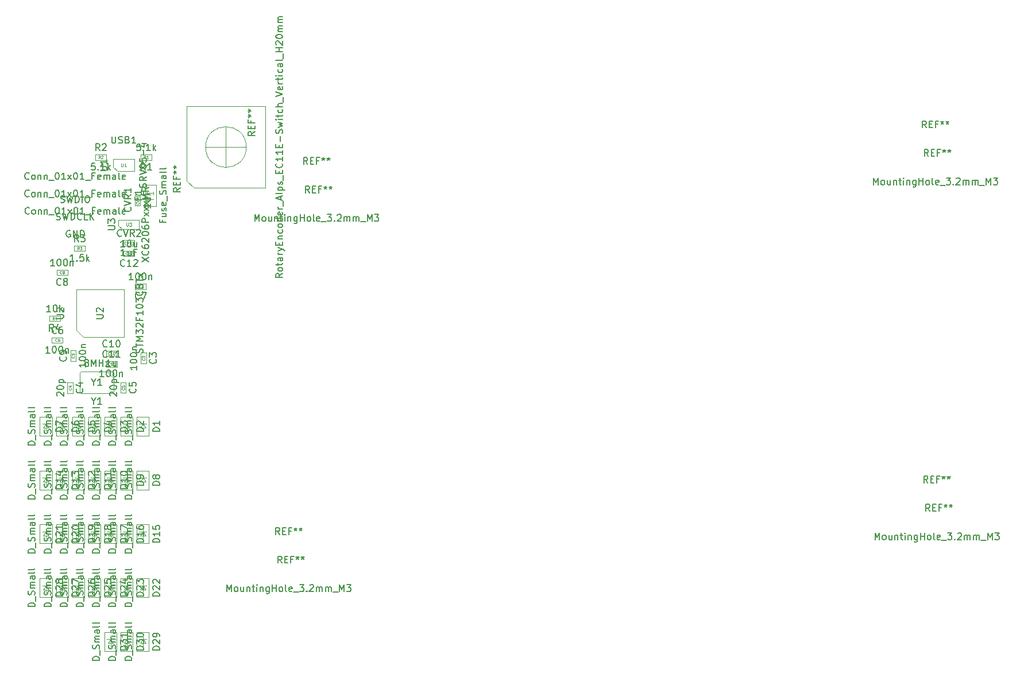
<source format=gbr>
G04 #@! TF.GenerationSoftware,KiCad,Pcbnew,(5.1.4-0)*
G04 #@! TF.CreationDate,2020-12-01T00:50:15+01:00*
G04 #@! TF.ProjectId,stm32split,73746d33-3273-4706-9c69-742e6b696361,rev?*
G04 #@! TF.SameCoordinates,Original*
G04 #@! TF.FileFunction,Other,Fab,Top*
%FSLAX46Y46*%
G04 Gerber Fmt 4.6, Leading zero omitted, Abs format (unit mm)*
G04 Created by KiCad (PCBNEW (5.1.4-0)) date 2020-12-01 00:50:15*
%MOMM*%
%LPD*%
G04 APERTURE LIST*
%ADD10C,0.120000*%
%ADD11C,0.100000*%
%ADD12C,0.150000*%
%ADD13C,0.060000*%
%ADD14C,0.075000*%
G04 APERTURE END LIST*
D10*
X124530000Y-61050000D02*
G75*
G03X124530000Y-61050000I-3000000J0D01*
G01*
X115730000Y-66050000D02*
X115730000Y-55050000D01*
X115730000Y-55050000D02*
X127330000Y-55050000D01*
X127330000Y-55050000D02*
X127330000Y-67050000D01*
X127330000Y-67050000D02*
X116830000Y-67050000D01*
X116830000Y-67050000D02*
X115730000Y-66050000D01*
X118530000Y-61050000D02*
X124530000Y-61050000D01*
X121530000Y-64050000D02*
X121530000Y-58050000D01*
D11*
X104990000Y-95140000D02*
X103990000Y-94140000D01*
X104990000Y-97140000D02*
X104790000Y-97340000D01*
X104990000Y-94340000D02*
X104990000Y-97140000D01*
X104790000Y-94140000D02*
X104990000Y-94340000D01*
X100190000Y-94140000D02*
X104790000Y-94140000D01*
X99990000Y-94340000D02*
X100190000Y-94140000D01*
X99990000Y-97140000D02*
X99990000Y-94340000D01*
X100190000Y-97340000D02*
X99990000Y-97140000D01*
X104790000Y-97340000D02*
X100190000Y-97340000D01*
X106450000Y-76360000D02*
X108050000Y-76360000D01*
X106450000Y-77160000D02*
X106450000Y-76360000D01*
X108050000Y-77160000D02*
X106450000Y-77160000D01*
X108050000Y-76360000D02*
X108050000Y-77160000D01*
X105457500Y-93430000D02*
X103857500Y-93430000D01*
X105457500Y-92630000D02*
X105457500Y-93430000D01*
X103857500Y-92630000D02*
X105457500Y-92630000D01*
X103857500Y-93430000D02*
X103857500Y-92630000D01*
X105450000Y-91897500D02*
X103850000Y-91897500D01*
X105450000Y-91097500D02*
X105450000Y-91897500D01*
X103850000Y-91097500D02*
X105450000Y-91097500D01*
X103850000Y-91897500D02*
X103850000Y-91097500D01*
X99400000Y-91007500D02*
X99400000Y-92607500D01*
X98600000Y-91007500D02*
X99400000Y-91007500D01*
X98600000Y-92607500D02*
X98600000Y-91007500D01*
X99400000Y-92607500D02*
X98600000Y-92607500D01*
X96577500Y-79140000D02*
X98177500Y-79140000D01*
X96577500Y-79940000D02*
X96577500Y-79140000D01*
X98177500Y-79940000D02*
X96577500Y-79940000D01*
X98177500Y-79140000D02*
X98177500Y-79940000D01*
X108157500Y-81200000D02*
X109757500Y-81200000D01*
X108157500Y-82000000D02*
X108157500Y-81200000D01*
X109757500Y-82000000D02*
X108157500Y-82000000D01*
X109757500Y-81200000D02*
X109757500Y-82000000D01*
X97482500Y-89920000D02*
X95882500Y-89920000D01*
X97482500Y-89120000D02*
X97482500Y-89920000D01*
X95882500Y-89120000D02*
X97482500Y-89120000D01*
X95882500Y-89920000D02*
X95882500Y-89120000D01*
X100772500Y-76390000D02*
X99172500Y-76390000D01*
X100772500Y-75590000D02*
X100772500Y-76390000D01*
X99172500Y-75590000D02*
X100772500Y-75590000D01*
X99172500Y-76390000D02*
X99172500Y-75590000D01*
X103902500Y-62950000D02*
X102302500Y-62950000D01*
X103902500Y-62150000D02*
X103902500Y-62950000D01*
X102302500Y-62150000D02*
X103902500Y-62150000D01*
X102302500Y-62950000D02*
X102302500Y-62150000D01*
X108990000Y-62157500D02*
X110590000Y-62157500D01*
X108990000Y-62957500D02*
X108990000Y-62157500D01*
X110590000Y-62957500D02*
X108990000Y-62957500D01*
X110590000Y-62157500D02*
X110590000Y-62957500D01*
X111260000Y-66587500D02*
X111260000Y-69787500D01*
X109660000Y-66587500D02*
X111260000Y-66587500D01*
X109660000Y-69787500D02*
X109660000Y-66587500D01*
X111260000Y-69787500D02*
X109660000Y-69787500D01*
X95482500Y-85910000D02*
X97082500Y-85910000D01*
X95482500Y-86710000D02*
X95482500Y-85910000D01*
X97082500Y-86710000D02*
X95482500Y-86710000D01*
X97082500Y-85910000D02*
X97082500Y-86710000D01*
X108047500Y-75590000D02*
X106447500Y-75590000D01*
X108047500Y-74790000D02*
X108047500Y-75590000D01*
X106447500Y-74790000D02*
X108047500Y-74790000D01*
X106447500Y-75590000D02*
X106447500Y-74790000D01*
X108920000Y-68037500D02*
X108920000Y-69637500D01*
X108120000Y-68037500D02*
X108920000Y-68037500D01*
X108120000Y-69637500D02*
X108120000Y-68037500D01*
X108920000Y-69637500D02*
X108120000Y-69637500D01*
X106000000Y-97317500D02*
X106000000Y-95717500D01*
X106800000Y-97317500D02*
X106000000Y-97317500D01*
X106800000Y-95717500D02*
X106800000Y-97317500D01*
X106000000Y-95717500D02*
X106800000Y-95717500D01*
X98170000Y-97330000D02*
X98170000Y-95730000D01*
X98970000Y-97330000D02*
X98170000Y-97330000D01*
X98970000Y-95730000D02*
X98970000Y-97330000D01*
X98170000Y-95730000D02*
X98970000Y-95730000D01*
X108990000Y-92972500D02*
X108990000Y-91372500D01*
X109790000Y-92972500D02*
X108990000Y-92972500D01*
X109790000Y-91372500D02*
X109790000Y-92972500D01*
X108990000Y-91372500D02*
X109790000Y-91372500D01*
X105432500Y-132575000D02*
X105432500Y-135375000D01*
X105432500Y-135375000D02*
X103632500Y-135375000D01*
X103632500Y-135375000D02*
X103632500Y-132575000D01*
X103632500Y-132575000D02*
X105432500Y-132575000D01*
X104532500Y-133225000D02*
X104532500Y-133625000D01*
X104532500Y-133625000D02*
X105082500Y-133625000D01*
X104532500Y-133625000D02*
X103982500Y-133625000D01*
X104532500Y-133625000D02*
X104932500Y-134225000D01*
X104932500Y-134225000D02*
X104132500Y-134225000D01*
X104132500Y-134225000D02*
X104532500Y-133625000D01*
X104532500Y-134225000D02*
X104532500Y-134725000D01*
X107813750Y-132575000D02*
X107813750Y-135375000D01*
X107813750Y-135375000D02*
X106013750Y-135375000D01*
X106013750Y-135375000D02*
X106013750Y-132575000D01*
X106013750Y-132575000D02*
X107813750Y-132575000D01*
X106913750Y-133225000D02*
X106913750Y-133625000D01*
X106913750Y-133625000D02*
X107463750Y-133625000D01*
X106913750Y-133625000D02*
X106363750Y-133625000D01*
X106913750Y-133625000D02*
X107313750Y-134225000D01*
X107313750Y-134225000D02*
X106513750Y-134225000D01*
X106513750Y-134225000D02*
X106913750Y-133625000D01*
X106913750Y-134225000D02*
X106913750Y-134725000D01*
X110195000Y-132575000D02*
X110195000Y-135375000D01*
X110195000Y-135375000D02*
X108395000Y-135375000D01*
X108395000Y-135375000D02*
X108395000Y-132575000D01*
X108395000Y-132575000D02*
X110195000Y-132575000D01*
X109295000Y-133225000D02*
X109295000Y-133625000D01*
X109295000Y-133625000D02*
X109845000Y-133625000D01*
X109295000Y-133625000D02*
X108745000Y-133625000D01*
X109295000Y-133625000D02*
X109695000Y-134225000D01*
X109695000Y-134225000D02*
X108895000Y-134225000D01*
X108895000Y-134225000D02*
X109295000Y-133625000D01*
X109295000Y-134225000D02*
X109295000Y-134725000D01*
X95907500Y-124637500D02*
X95907500Y-127437500D01*
X95907500Y-127437500D02*
X94107500Y-127437500D01*
X94107500Y-127437500D02*
X94107500Y-124637500D01*
X94107500Y-124637500D02*
X95907500Y-124637500D01*
X95007500Y-125287500D02*
X95007500Y-125687500D01*
X95007500Y-125687500D02*
X95557500Y-125687500D01*
X95007500Y-125687500D02*
X94457500Y-125687500D01*
X95007500Y-125687500D02*
X95407500Y-126287500D01*
X95407500Y-126287500D02*
X94607500Y-126287500D01*
X94607500Y-126287500D02*
X95007500Y-125687500D01*
X95007500Y-126287500D02*
X95007500Y-126787500D01*
X98288750Y-124637500D02*
X98288750Y-127437500D01*
X98288750Y-127437500D02*
X96488750Y-127437500D01*
X96488750Y-127437500D02*
X96488750Y-124637500D01*
X96488750Y-124637500D02*
X98288750Y-124637500D01*
X97388750Y-125287500D02*
X97388750Y-125687500D01*
X97388750Y-125687500D02*
X97938750Y-125687500D01*
X97388750Y-125687500D02*
X96838750Y-125687500D01*
X97388750Y-125687500D02*
X97788750Y-126287500D01*
X97788750Y-126287500D02*
X96988750Y-126287500D01*
X96988750Y-126287500D02*
X97388750Y-125687500D01*
X97388750Y-126287500D02*
X97388750Y-126787500D01*
X100670000Y-124637500D02*
X100670000Y-127437500D01*
X100670000Y-127437500D02*
X98870000Y-127437500D01*
X98870000Y-127437500D02*
X98870000Y-124637500D01*
X98870000Y-124637500D02*
X100670000Y-124637500D01*
X99770000Y-125287500D02*
X99770000Y-125687500D01*
X99770000Y-125687500D02*
X100320000Y-125687500D01*
X99770000Y-125687500D02*
X99220000Y-125687500D01*
X99770000Y-125687500D02*
X100170000Y-126287500D01*
X100170000Y-126287500D02*
X99370000Y-126287500D01*
X99370000Y-126287500D02*
X99770000Y-125687500D01*
X99770000Y-126287500D02*
X99770000Y-126787500D01*
X103051250Y-124637500D02*
X103051250Y-127437500D01*
X103051250Y-127437500D02*
X101251250Y-127437500D01*
X101251250Y-127437500D02*
X101251250Y-124637500D01*
X101251250Y-124637500D02*
X103051250Y-124637500D01*
X102151250Y-125287500D02*
X102151250Y-125687500D01*
X102151250Y-125687500D02*
X102701250Y-125687500D01*
X102151250Y-125687500D02*
X101601250Y-125687500D01*
X102151250Y-125687500D02*
X102551250Y-126287500D01*
X102551250Y-126287500D02*
X101751250Y-126287500D01*
X101751250Y-126287500D02*
X102151250Y-125687500D01*
X102151250Y-126287500D02*
X102151250Y-126787500D01*
X105432500Y-124637500D02*
X105432500Y-127437500D01*
X105432500Y-127437500D02*
X103632500Y-127437500D01*
X103632500Y-127437500D02*
X103632500Y-124637500D01*
X103632500Y-124637500D02*
X105432500Y-124637500D01*
X104532500Y-125287500D02*
X104532500Y-125687500D01*
X104532500Y-125687500D02*
X105082500Y-125687500D01*
X104532500Y-125687500D02*
X103982500Y-125687500D01*
X104532500Y-125687500D02*
X104932500Y-126287500D01*
X104932500Y-126287500D02*
X104132500Y-126287500D01*
X104132500Y-126287500D02*
X104532500Y-125687500D01*
X104532500Y-126287500D02*
X104532500Y-126787500D01*
X107813750Y-124637500D02*
X107813750Y-127437500D01*
X107813750Y-127437500D02*
X106013750Y-127437500D01*
X106013750Y-127437500D02*
X106013750Y-124637500D01*
X106013750Y-124637500D02*
X107813750Y-124637500D01*
X106913750Y-125287500D02*
X106913750Y-125687500D01*
X106913750Y-125687500D02*
X107463750Y-125687500D01*
X106913750Y-125687500D02*
X106363750Y-125687500D01*
X106913750Y-125687500D02*
X107313750Y-126287500D01*
X107313750Y-126287500D02*
X106513750Y-126287500D01*
X106513750Y-126287500D02*
X106913750Y-125687500D01*
X106913750Y-126287500D02*
X106913750Y-126787500D01*
X110195000Y-124637500D02*
X110195000Y-127437500D01*
X110195000Y-127437500D02*
X108395000Y-127437500D01*
X108395000Y-127437500D02*
X108395000Y-124637500D01*
X108395000Y-124637500D02*
X110195000Y-124637500D01*
X109295000Y-125287500D02*
X109295000Y-125687500D01*
X109295000Y-125687500D02*
X109845000Y-125687500D01*
X109295000Y-125687500D02*
X108745000Y-125687500D01*
X109295000Y-125687500D02*
X109695000Y-126287500D01*
X109695000Y-126287500D02*
X108895000Y-126287500D01*
X108895000Y-126287500D02*
X109295000Y-125687500D01*
X109295000Y-126287500D02*
X109295000Y-126787500D01*
X95907500Y-116700000D02*
X95907500Y-119500000D01*
X95907500Y-119500000D02*
X94107500Y-119500000D01*
X94107500Y-119500000D02*
X94107500Y-116700000D01*
X94107500Y-116700000D02*
X95907500Y-116700000D01*
X95007500Y-117350000D02*
X95007500Y-117750000D01*
X95007500Y-117750000D02*
X95557500Y-117750000D01*
X95007500Y-117750000D02*
X94457500Y-117750000D01*
X95007500Y-117750000D02*
X95407500Y-118350000D01*
X95407500Y-118350000D02*
X94607500Y-118350000D01*
X94607500Y-118350000D02*
X95007500Y-117750000D01*
X95007500Y-118350000D02*
X95007500Y-118850000D01*
X98288750Y-116700000D02*
X98288750Y-119500000D01*
X98288750Y-119500000D02*
X96488750Y-119500000D01*
X96488750Y-119500000D02*
X96488750Y-116700000D01*
X96488750Y-116700000D02*
X98288750Y-116700000D01*
X97388750Y-117350000D02*
X97388750Y-117750000D01*
X97388750Y-117750000D02*
X97938750Y-117750000D01*
X97388750Y-117750000D02*
X96838750Y-117750000D01*
X97388750Y-117750000D02*
X97788750Y-118350000D01*
X97788750Y-118350000D02*
X96988750Y-118350000D01*
X96988750Y-118350000D02*
X97388750Y-117750000D01*
X97388750Y-118350000D02*
X97388750Y-118850000D01*
X100670000Y-116700000D02*
X100670000Y-119500000D01*
X100670000Y-119500000D02*
X98870000Y-119500000D01*
X98870000Y-119500000D02*
X98870000Y-116700000D01*
X98870000Y-116700000D02*
X100670000Y-116700000D01*
X99770000Y-117350000D02*
X99770000Y-117750000D01*
X99770000Y-117750000D02*
X100320000Y-117750000D01*
X99770000Y-117750000D02*
X99220000Y-117750000D01*
X99770000Y-117750000D02*
X100170000Y-118350000D01*
X100170000Y-118350000D02*
X99370000Y-118350000D01*
X99370000Y-118350000D02*
X99770000Y-117750000D01*
X99770000Y-118350000D02*
X99770000Y-118850000D01*
X103051250Y-116700000D02*
X103051250Y-119500000D01*
X103051250Y-119500000D02*
X101251250Y-119500000D01*
X101251250Y-119500000D02*
X101251250Y-116700000D01*
X101251250Y-116700000D02*
X103051250Y-116700000D01*
X102151250Y-117350000D02*
X102151250Y-117750000D01*
X102151250Y-117750000D02*
X102701250Y-117750000D01*
X102151250Y-117750000D02*
X101601250Y-117750000D01*
X102151250Y-117750000D02*
X102551250Y-118350000D01*
X102551250Y-118350000D02*
X101751250Y-118350000D01*
X101751250Y-118350000D02*
X102151250Y-117750000D01*
X102151250Y-118350000D02*
X102151250Y-118850000D01*
X105432500Y-116700000D02*
X105432500Y-119500000D01*
X105432500Y-119500000D02*
X103632500Y-119500000D01*
X103632500Y-119500000D02*
X103632500Y-116700000D01*
X103632500Y-116700000D02*
X105432500Y-116700000D01*
X104532500Y-117350000D02*
X104532500Y-117750000D01*
X104532500Y-117750000D02*
X105082500Y-117750000D01*
X104532500Y-117750000D02*
X103982500Y-117750000D01*
X104532500Y-117750000D02*
X104932500Y-118350000D01*
X104932500Y-118350000D02*
X104132500Y-118350000D01*
X104132500Y-118350000D02*
X104532500Y-117750000D01*
X104532500Y-118350000D02*
X104532500Y-118850000D01*
X107813750Y-116700000D02*
X107813750Y-119500000D01*
X107813750Y-119500000D02*
X106013750Y-119500000D01*
X106013750Y-119500000D02*
X106013750Y-116700000D01*
X106013750Y-116700000D02*
X107813750Y-116700000D01*
X106913750Y-117350000D02*
X106913750Y-117750000D01*
X106913750Y-117750000D02*
X107463750Y-117750000D01*
X106913750Y-117750000D02*
X106363750Y-117750000D01*
X106913750Y-117750000D02*
X107313750Y-118350000D01*
X107313750Y-118350000D02*
X106513750Y-118350000D01*
X106513750Y-118350000D02*
X106913750Y-117750000D01*
X106913750Y-118350000D02*
X106913750Y-118850000D01*
X110195000Y-116700000D02*
X110195000Y-119500000D01*
X110195000Y-119500000D02*
X108395000Y-119500000D01*
X108395000Y-119500000D02*
X108395000Y-116700000D01*
X108395000Y-116700000D02*
X110195000Y-116700000D01*
X109295000Y-117350000D02*
X109295000Y-117750000D01*
X109295000Y-117750000D02*
X109845000Y-117750000D01*
X109295000Y-117750000D02*
X108745000Y-117750000D01*
X109295000Y-117750000D02*
X109695000Y-118350000D01*
X109695000Y-118350000D02*
X108895000Y-118350000D01*
X108895000Y-118350000D02*
X109295000Y-117750000D01*
X109295000Y-118350000D02*
X109295000Y-118850000D01*
X95907500Y-108762500D02*
X95907500Y-111562500D01*
X95907500Y-111562500D02*
X94107500Y-111562500D01*
X94107500Y-111562500D02*
X94107500Y-108762500D01*
X94107500Y-108762500D02*
X95907500Y-108762500D01*
X95007500Y-109412500D02*
X95007500Y-109812500D01*
X95007500Y-109812500D02*
X95557500Y-109812500D01*
X95007500Y-109812500D02*
X94457500Y-109812500D01*
X95007500Y-109812500D02*
X95407500Y-110412500D01*
X95407500Y-110412500D02*
X94607500Y-110412500D01*
X94607500Y-110412500D02*
X95007500Y-109812500D01*
X95007500Y-110412500D02*
X95007500Y-110912500D01*
X98288750Y-108762500D02*
X98288750Y-111562500D01*
X98288750Y-111562500D02*
X96488750Y-111562500D01*
X96488750Y-111562500D02*
X96488750Y-108762500D01*
X96488750Y-108762500D02*
X98288750Y-108762500D01*
X97388750Y-109412500D02*
X97388750Y-109812500D01*
X97388750Y-109812500D02*
X97938750Y-109812500D01*
X97388750Y-109812500D02*
X96838750Y-109812500D01*
X97388750Y-109812500D02*
X97788750Y-110412500D01*
X97788750Y-110412500D02*
X96988750Y-110412500D01*
X96988750Y-110412500D02*
X97388750Y-109812500D01*
X97388750Y-110412500D02*
X97388750Y-110912500D01*
X100670000Y-108762500D02*
X100670000Y-111562500D01*
X100670000Y-111562500D02*
X98870000Y-111562500D01*
X98870000Y-111562500D02*
X98870000Y-108762500D01*
X98870000Y-108762500D02*
X100670000Y-108762500D01*
X99770000Y-109412500D02*
X99770000Y-109812500D01*
X99770000Y-109812500D02*
X100320000Y-109812500D01*
X99770000Y-109812500D02*
X99220000Y-109812500D01*
X99770000Y-109812500D02*
X100170000Y-110412500D01*
X100170000Y-110412500D02*
X99370000Y-110412500D01*
X99370000Y-110412500D02*
X99770000Y-109812500D01*
X99770000Y-110412500D02*
X99770000Y-110912500D01*
X103051250Y-108762500D02*
X103051250Y-111562500D01*
X103051250Y-111562500D02*
X101251250Y-111562500D01*
X101251250Y-111562500D02*
X101251250Y-108762500D01*
X101251250Y-108762500D02*
X103051250Y-108762500D01*
X102151250Y-109412500D02*
X102151250Y-109812500D01*
X102151250Y-109812500D02*
X102701250Y-109812500D01*
X102151250Y-109812500D02*
X101601250Y-109812500D01*
X102151250Y-109812500D02*
X102551250Y-110412500D01*
X102551250Y-110412500D02*
X101751250Y-110412500D01*
X101751250Y-110412500D02*
X102151250Y-109812500D01*
X102151250Y-110412500D02*
X102151250Y-110912500D01*
X105432500Y-108762500D02*
X105432500Y-111562500D01*
X105432500Y-111562500D02*
X103632500Y-111562500D01*
X103632500Y-111562500D02*
X103632500Y-108762500D01*
X103632500Y-108762500D02*
X105432500Y-108762500D01*
X104532500Y-109412500D02*
X104532500Y-109812500D01*
X104532500Y-109812500D02*
X105082500Y-109812500D01*
X104532500Y-109812500D02*
X103982500Y-109812500D01*
X104532500Y-109812500D02*
X104932500Y-110412500D01*
X104932500Y-110412500D02*
X104132500Y-110412500D01*
X104132500Y-110412500D02*
X104532500Y-109812500D01*
X104532500Y-110412500D02*
X104532500Y-110912500D01*
X107813750Y-108762500D02*
X107813750Y-111562500D01*
X107813750Y-111562500D02*
X106013750Y-111562500D01*
X106013750Y-111562500D02*
X106013750Y-108762500D01*
X106013750Y-108762500D02*
X107813750Y-108762500D01*
X106913750Y-109412500D02*
X106913750Y-109812500D01*
X106913750Y-109812500D02*
X107463750Y-109812500D01*
X106913750Y-109812500D02*
X106363750Y-109812500D01*
X106913750Y-109812500D02*
X107313750Y-110412500D01*
X107313750Y-110412500D02*
X106513750Y-110412500D01*
X106513750Y-110412500D02*
X106913750Y-109812500D01*
X106913750Y-110412500D02*
X106913750Y-110912500D01*
X110195000Y-108762500D02*
X110195000Y-111562500D01*
X110195000Y-111562500D02*
X108395000Y-111562500D01*
X108395000Y-111562500D02*
X108395000Y-108762500D01*
X108395000Y-108762500D02*
X110195000Y-108762500D01*
X109295000Y-109412500D02*
X109295000Y-109812500D01*
X109295000Y-109812500D02*
X109845000Y-109812500D01*
X109295000Y-109812500D02*
X108745000Y-109812500D01*
X109295000Y-109812500D02*
X109695000Y-110412500D01*
X109695000Y-110412500D02*
X108895000Y-110412500D01*
X108895000Y-110412500D02*
X109295000Y-109812500D01*
X109295000Y-110412500D02*
X109295000Y-110912500D01*
X95907500Y-100825000D02*
X95907500Y-103625000D01*
X95907500Y-103625000D02*
X94107500Y-103625000D01*
X94107500Y-103625000D02*
X94107500Y-100825000D01*
X94107500Y-100825000D02*
X95907500Y-100825000D01*
X95007500Y-101475000D02*
X95007500Y-101875000D01*
X95007500Y-101875000D02*
X95557500Y-101875000D01*
X95007500Y-101875000D02*
X94457500Y-101875000D01*
X95007500Y-101875000D02*
X95407500Y-102475000D01*
X95407500Y-102475000D02*
X94607500Y-102475000D01*
X94607500Y-102475000D02*
X95007500Y-101875000D01*
X95007500Y-102475000D02*
X95007500Y-102975000D01*
X98288750Y-100825000D02*
X98288750Y-103625000D01*
X98288750Y-103625000D02*
X96488750Y-103625000D01*
X96488750Y-103625000D02*
X96488750Y-100825000D01*
X96488750Y-100825000D02*
X98288750Y-100825000D01*
X97388750Y-101475000D02*
X97388750Y-101875000D01*
X97388750Y-101875000D02*
X97938750Y-101875000D01*
X97388750Y-101875000D02*
X96838750Y-101875000D01*
X97388750Y-101875000D02*
X97788750Y-102475000D01*
X97788750Y-102475000D02*
X96988750Y-102475000D01*
X96988750Y-102475000D02*
X97388750Y-101875000D01*
X97388750Y-102475000D02*
X97388750Y-102975000D01*
X100670000Y-100825000D02*
X100670000Y-103625000D01*
X100670000Y-103625000D02*
X98870000Y-103625000D01*
X98870000Y-103625000D02*
X98870000Y-100825000D01*
X98870000Y-100825000D02*
X100670000Y-100825000D01*
X99770000Y-101475000D02*
X99770000Y-101875000D01*
X99770000Y-101875000D02*
X100320000Y-101875000D01*
X99770000Y-101875000D02*
X99220000Y-101875000D01*
X99770000Y-101875000D02*
X100170000Y-102475000D01*
X100170000Y-102475000D02*
X99370000Y-102475000D01*
X99370000Y-102475000D02*
X99770000Y-101875000D01*
X99770000Y-102475000D02*
X99770000Y-102975000D01*
X103051250Y-100825000D02*
X103051250Y-103625000D01*
X103051250Y-103625000D02*
X101251250Y-103625000D01*
X101251250Y-103625000D02*
X101251250Y-100825000D01*
X101251250Y-100825000D02*
X103051250Y-100825000D01*
X102151250Y-101475000D02*
X102151250Y-101875000D01*
X102151250Y-101875000D02*
X102701250Y-101875000D01*
X102151250Y-101875000D02*
X101601250Y-101875000D01*
X102151250Y-101875000D02*
X102551250Y-102475000D01*
X102551250Y-102475000D02*
X101751250Y-102475000D01*
X101751250Y-102475000D02*
X102151250Y-101875000D01*
X102151250Y-102475000D02*
X102151250Y-102975000D01*
X105432500Y-100825000D02*
X105432500Y-103625000D01*
X105432500Y-103625000D02*
X103632500Y-103625000D01*
X103632500Y-103625000D02*
X103632500Y-100825000D01*
X103632500Y-100825000D02*
X105432500Y-100825000D01*
X104532500Y-101475000D02*
X104532500Y-101875000D01*
X104532500Y-101875000D02*
X105082500Y-101875000D01*
X104532500Y-101875000D02*
X103982500Y-101875000D01*
X104532500Y-101875000D02*
X104932500Y-102475000D01*
X104932500Y-102475000D02*
X104132500Y-102475000D01*
X104132500Y-102475000D02*
X104532500Y-101875000D01*
X104532500Y-102475000D02*
X104532500Y-102975000D01*
X107813750Y-100825000D02*
X107813750Y-103625000D01*
X107813750Y-103625000D02*
X106013750Y-103625000D01*
X106013750Y-103625000D02*
X106013750Y-100825000D01*
X106013750Y-100825000D02*
X107813750Y-100825000D01*
X106913750Y-101475000D02*
X106913750Y-101875000D01*
X106913750Y-101875000D02*
X107463750Y-101875000D01*
X106913750Y-101875000D02*
X106363750Y-101875000D01*
X106913750Y-101875000D02*
X107313750Y-102475000D01*
X107313750Y-102475000D02*
X106513750Y-102475000D01*
X106513750Y-102475000D02*
X106913750Y-101875000D01*
X106913750Y-102475000D02*
X106913750Y-102975000D01*
X110195000Y-100825000D02*
X110195000Y-103625000D01*
X110195000Y-103625000D02*
X108395000Y-103625000D01*
X108395000Y-103625000D02*
X108395000Y-100825000D01*
X108395000Y-100825000D02*
X110195000Y-100825000D01*
X109295000Y-101475000D02*
X109295000Y-101875000D01*
X109295000Y-101875000D02*
X109845000Y-101875000D01*
X109295000Y-101875000D02*
X108745000Y-101875000D01*
X109295000Y-101875000D02*
X109695000Y-102475000D01*
X109695000Y-102475000D02*
X108895000Y-102475000D01*
X108895000Y-102475000D02*
X109295000Y-101875000D01*
X109295000Y-102475000D02*
X109295000Y-102975000D01*
X108720000Y-73170000D02*
X108720000Y-71770000D01*
X105680000Y-71770000D02*
X108720000Y-71770000D01*
X106250000Y-73170000D02*
X105680000Y-72620000D01*
X105680000Y-72620000D02*
X105680000Y-71770000D01*
X106250000Y-73170000D02*
X108700000Y-73170000D01*
X100481250Y-89056250D02*
X99481250Y-88056250D01*
X106481250Y-89056250D02*
X100481250Y-89056250D01*
X106481250Y-82056250D02*
X106481250Y-89056250D01*
X99481250Y-82056250D02*
X106481250Y-82056250D01*
X99481250Y-88056250D02*
X99481250Y-82056250D01*
X104900000Y-62830000D02*
X108000000Y-62830000D01*
X108000000Y-62830000D02*
X108000000Y-64630000D01*
X105550000Y-64630000D02*
X108000000Y-64630000D01*
X104900000Y-62830000D02*
X104900000Y-63980000D01*
X105550000Y-64630000D02*
X104900000Y-63980000D01*
D12*
X133561664Y-63585377D02*
X133228331Y-63109187D01*
X132990236Y-63585377D02*
X132990236Y-62585377D01*
X133371188Y-62585377D01*
X133466426Y-62632997D01*
X133514045Y-62680616D01*
X133561664Y-62775854D01*
X133561664Y-62918711D01*
X133514045Y-63013949D01*
X133466426Y-63061568D01*
X133371188Y-63109187D01*
X132990236Y-63109187D01*
X133990236Y-63061568D02*
X134323569Y-63061568D01*
X134466426Y-63585377D02*
X133990236Y-63585377D01*
X133990236Y-62585377D01*
X134466426Y-62585377D01*
X135228331Y-63061568D02*
X134894998Y-63061568D01*
X134894998Y-63585377D02*
X134894998Y-62585377D01*
X135371188Y-62585377D01*
X135894998Y-62585377D02*
X135894998Y-62823473D01*
X135656902Y-62728235D02*
X135894998Y-62823473D01*
X136133093Y-62728235D01*
X135752140Y-63013949D02*
X135894998Y-62823473D01*
X136037855Y-63013949D01*
X136656902Y-62585377D02*
X136656902Y-62823473D01*
X136418807Y-62728235D02*
X136656902Y-62823473D01*
X136894998Y-62728235D01*
X136514045Y-63013949D02*
X136656902Y-62823473D01*
X136799759Y-63013949D01*
X125775950Y-71985377D02*
X125775950Y-70985377D01*
X126109283Y-71699663D01*
X126442617Y-70985377D01*
X126442617Y-71985377D01*
X127061664Y-71985377D02*
X126966426Y-71937758D01*
X126918807Y-71890139D01*
X126871188Y-71794901D01*
X126871188Y-71509187D01*
X126918807Y-71413949D01*
X126966426Y-71366330D01*
X127061664Y-71318711D01*
X127204521Y-71318711D01*
X127299759Y-71366330D01*
X127347378Y-71413949D01*
X127394997Y-71509187D01*
X127394997Y-71794901D01*
X127347378Y-71890139D01*
X127299759Y-71937758D01*
X127204521Y-71985377D01*
X127061664Y-71985377D01*
X128252140Y-71318711D02*
X128252140Y-71985377D01*
X127823569Y-71318711D02*
X127823569Y-71842520D01*
X127871188Y-71937758D01*
X127966426Y-71985377D01*
X128109283Y-71985377D01*
X128204521Y-71937758D01*
X128252140Y-71890139D01*
X128728331Y-71318711D02*
X128728331Y-71985377D01*
X128728331Y-71413949D02*
X128775950Y-71366330D01*
X128871188Y-71318711D01*
X129014045Y-71318711D01*
X129109283Y-71366330D01*
X129156902Y-71461568D01*
X129156902Y-71985377D01*
X129490236Y-71318711D02*
X129871188Y-71318711D01*
X129633093Y-70985377D02*
X129633093Y-71842520D01*
X129680712Y-71937758D01*
X129775950Y-71985377D01*
X129871188Y-71985377D01*
X130204521Y-71985377D02*
X130204521Y-71318711D01*
X130204521Y-70985377D02*
X130156902Y-71032997D01*
X130204521Y-71080616D01*
X130252140Y-71032997D01*
X130204521Y-70985377D01*
X130204521Y-71080616D01*
X130680712Y-71318711D02*
X130680712Y-71985377D01*
X130680712Y-71413949D02*
X130728331Y-71366330D01*
X130823569Y-71318711D01*
X130966426Y-71318711D01*
X131061664Y-71366330D01*
X131109283Y-71461568D01*
X131109283Y-71985377D01*
X132014045Y-71318711D02*
X132014045Y-72128235D01*
X131966426Y-72223473D01*
X131918807Y-72271092D01*
X131823569Y-72318711D01*
X131680712Y-72318711D01*
X131585474Y-72271092D01*
X132014045Y-71937758D02*
X131918807Y-71985377D01*
X131728331Y-71985377D01*
X131633093Y-71937758D01*
X131585474Y-71890139D01*
X131537855Y-71794901D01*
X131537855Y-71509187D01*
X131585474Y-71413949D01*
X131633093Y-71366330D01*
X131728331Y-71318711D01*
X131918807Y-71318711D01*
X132014045Y-71366330D01*
X132490236Y-71985377D02*
X132490236Y-70985377D01*
X132490236Y-71461568D02*
X133061664Y-71461568D01*
X133061664Y-71985377D02*
X133061664Y-70985377D01*
X133680712Y-71985377D02*
X133585474Y-71937758D01*
X133537855Y-71890139D01*
X133490236Y-71794901D01*
X133490236Y-71509187D01*
X133537855Y-71413949D01*
X133585474Y-71366330D01*
X133680712Y-71318711D01*
X133823569Y-71318711D01*
X133918807Y-71366330D01*
X133966426Y-71413949D01*
X134014045Y-71509187D01*
X134014045Y-71794901D01*
X133966426Y-71890139D01*
X133918807Y-71937758D01*
X133823569Y-71985377D01*
X133680712Y-71985377D01*
X134585474Y-71985377D02*
X134490236Y-71937758D01*
X134442617Y-71842520D01*
X134442617Y-70985377D01*
X135347378Y-71937758D02*
X135252140Y-71985377D01*
X135061664Y-71985377D01*
X134966426Y-71937758D01*
X134918807Y-71842520D01*
X134918807Y-71461568D01*
X134966426Y-71366330D01*
X135061664Y-71318711D01*
X135252140Y-71318711D01*
X135347378Y-71366330D01*
X135394998Y-71461568D01*
X135394998Y-71556806D01*
X134918807Y-71652044D01*
X135585474Y-72080616D02*
X136347378Y-72080616D01*
X136490236Y-70985377D02*
X137109283Y-70985377D01*
X136775950Y-71366330D01*
X136918807Y-71366330D01*
X137014045Y-71413949D01*
X137061664Y-71461568D01*
X137109283Y-71556806D01*
X137109283Y-71794901D01*
X137061664Y-71890139D01*
X137014045Y-71937758D01*
X136918807Y-71985377D01*
X136633093Y-71985377D01*
X136537855Y-71937758D01*
X136490236Y-71890139D01*
X137537855Y-71890139D02*
X137585474Y-71937758D01*
X137537855Y-71985377D01*
X137490236Y-71937758D01*
X137537855Y-71890139D01*
X137537855Y-71985377D01*
X137966426Y-71080616D02*
X138014045Y-71032997D01*
X138109283Y-70985377D01*
X138347378Y-70985377D01*
X138442617Y-71032997D01*
X138490236Y-71080616D01*
X138537855Y-71175854D01*
X138537855Y-71271092D01*
X138490236Y-71413949D01*
X137918807Y-71985377D01*
X138537855Y-71985377D01*
X138966426Y-71985377D02*
X138966426Y-71318711D01*
X138966426Y-71413949D02*
X139014045Y-71366330D01*
X139109283Y-71318711D01*
X139252140Y-71318711D01*
X139347378Y-71366330D01*
X139394998Y-71461568D01*
X139394998Y-71985377D01*
X139394998Y-71461568D02*
X139442617Y-71366330D01*
X139537855Y-71318711D01*
X139680712Y-71318711D01*
X139775950Y-71366330D01*
X139823569Y-71461568D01*
X139823569Y-71985377D01*
X140299759Y-71985377D02*
X140299759Y-71318711D01*
X140299759Y-71413949D02*
X140347378Y-71366330D01*
X140442617Y-71318711D01*
X140585474Y-71318711D01*
X140680712Y-71366330D01*
X140728331Y-71461568D01*
X140728331Y-71985377D01*
X140728331Y-71461568D02*
X140775950Y-71366330D01*
X140871188Y-71318711D01*
X141014045Y-71318711D01*
X141109283Y-71366330D01*
X141156902Y-71461568D01*
X141156902Y-71985377D01*
X141394998Y-72080616D02*
X142156902Y-72080616D01*
X142394998Y-71985377D02*
X142394998Y-70985377D01*
X142728331Y-71699663D01*
X143061664Y-70985377D01*
X143061664Y-71985377D01*
X143442617Y-70985377D02*
X144061664Y-70985377D01*
X143728331Y-71366330D01*
X143871188Y-71366330D01*
X143966426Y-71413949D01*
X144014045Y-71461568D01*
X144061664Y-71556806D01*
X144061664Y-71794901D01*
X144014045Y-71890139D01*
X143966426Y-71937758D01*
X143871188Y-71985377D01*
X143585474Y-71985377D01*
X143490236Y-71937758D01*
X143442617Y-71890139D01*
X133861664Y-67785377D02*
X133528331Y-67309187D01*
X133290236Y-67785377D02*
X133290236Y-66785377D01*
X133671188Y-66785377D01*
X133766426Y-66832997D01*
X133814045Y-66880616D01*
X133861664Y-66975854D01*
X133861664Y-67118711D01*
X133814045Y-67213949D01*
X133766426Y-67261568D01*
X133671188Y-67309187D01*
X133290236Y-67309187D01*
X134290236Y-67261568D02*
X134623569Y-67261568D01*
X134766426Y-67785377D02*
X134290236Y-67785377D01*
X134290236Y-66785377D01*
X134766426Y-66785377D01*
X135528331Y-67261568D02*
X135194998Y-67261568D01*
X135194998Y-67785377D02*
X135194998Y-66785377D01*
X135671188Y-66785377D01*
X136194998Y-66785377D02*
X136194998Y-67023473D01*
X135956902Y-66928235D02*
X136194998Y-67023473D01*
X136433093Y-66928235D01*
X136052140Y-67213949D02*
X136194998Y-67023473D01*
X136337855Y-67213949D01*
X136956902Y-66785377D02*
X136956902Y-67023473D01*
X136718807Y-66928235D02*
X136956902Y-67023473D01*
X137194998Y-66928235D01*
X136814045Y-67213949D02*
X136956902Y-67023473D01*
X137099759Y-67213949D01*
X224788646Y-58197986D02*
X224455313Y-57721796D01*
X224217218Y-58197986D02*
X224217218Y-57197986D01*
X224598170Y-57197986D01*
X224693408Y-57245606D01*
X224741027Y-57293225D01*
X224788646Y-57388463D01*
X224788646Y-57531320D01*
X224741027Y-57626558D01*
X224693408Y-57674177D01*
X224598170Y-57721796D01*
X224217218Y-57721796D01*
X225217218Y-57674177D02*
X225550551Y-57674177D01*
X225693408Y-58197986D02*
X225217218Y-58197986D01*
X225217218Y-57197986D01*
X225693408Y-57197986D01*
X226455313Y-57674177D02*
X226121980Y-57674177D01*
X226121980Y-58197986D02*
X226121980Y-57197986D01*
X226598170Y-57197986D01*
X227121980Y-57197986D02*
X227121980Y-57436082D01*
X226883884Y-57340844D02*
X227121980Y-57436082D01*
X227360075Y-57340844D01*
X226979122Y-57626558D02*
X227121980Y-57436082D01*
X227264837Y-57626558D01*
X227883884Y-57197986D02*
X227883884Y-57436082D01*
X227645789Y-57340844D02*
X227883884Y-57436082D01*
X228121980Y-57340844D01*
X227741027Y-57626558D02*
X227883884Y-57436082D01*
X228026741Y-57626558D01*
X217002932Y-66597986D02*
X217002932Y-65597986D01*
X217336265Y-66312272D01*
X217669599Y-65597986D01*
X217669599Y-66597986D01*
X218288646Y-66597986D02*
X218193408Y-66550367D01*
X218145789Y-66502748D01*
X218098170Y-66407510D01*
X218098170Y-66121796D01*
X218145789Y-66026558D01*
X218193408Y-65978939D01*
X218288646Y-65931320D01*
X218431503Y-65931320D01*
X218526741Y-65978939D01*
X218574360Y-66026558D01*
X218621980Y-66121796D01*
X218621980Y-66407510D01*
X218574360Y-66502748D01*
X218526741Y-66550367D01*
X218431503Y-66597986D01*
X218288646Y-66597986D01*
X219479122Y-65931320D02*
X219479122Y-66597986D01*
X219050551Y-65931320D02*
X219050551Y-66455129D01*
X219098170Y-66550367D01*
X219193408Y-66597986D01*
X219336265Y-66597986D01*
X219431503Y-66550367D01*
X219479122Y-66502748D01*
X219955313Y-65931320D02*
X219955313Y-66597986D01*
X219955313Y-66026558D02*
X220002932Y-65978939D01*
X220098170Y-65931320D01*
X220241027Y-65931320D01*
X220336265Y-65978939D01*
X220383884Y-66074177D01*
X220383884Y-66597986D01*
X220717218Y-65931320D02*
X221098170Y-65931320D01*
X220860075Y-65597986D02*
X220860075Y-66455129D01*
X220907694Y-66550367D01*
X221002932Y-66597986D01*
X221098170Y-66597986D01*
X221431503Y-66597986D02*
X221431503Y-65931320D01*
X221431503Y-65597986D02*
X221383884Y-65645606D01*
X221431503Y-65693225D01*
X221479122Y-65645606D01*
X221431503Y-65597986D01*
X221431503Y-65693225D01*
X221907694Y-65931320D02*
X221907694Y-66597986D01*
X221907694Y-66026558D02*
X221955313Y-65978939D01*
X222050551Y-65931320D01*
X222193408Y-65931320D01*
X222288646Y-65978939D01*
X222336265Y-66074177D01*
X222336265Y-66597986D01*
X223241027Y-65931320D02*
X223241027Y-66740844D01*
X223193408Y-66836082D01*
X223145789Y-66883701D01*
X223050551Y-66931320D01*
X222907694Y-66931320D01*
X222812456Y-66883701D01*
X223241027Y-66550367D02*
X223145789Y-66597986D01*
X222955313Y-66597986D01*
X222860075Y-66550367D01*
X222812456Y-66502748D01*
X222764837Y-66407510D01*
X222764837Y-66121796D01*
X222812456Y-66026558D01*
X222860075Y-65978939D01*
X222955313Y-65931320D01*
X223145789Y-65931320D01*
X223241027Y-65978939D01*
X223717218Y-66597986D02*
X223717218Y-65597986D01*
X223717218Y-66074177D02*
X224288646Y-66074177D01*
X224288646Y-66597986D02*
X224288646Y-65597986D01*
X224907694Y-66597986D02*
X224812456Y-66550367D01*
X224764837Y-66502748D01*
X224717218Y-66407510D01*
X224717218Y-66121796D01*
X224764837Y-66026558D01*
X224812456Y-65978939D01*
X224907694Y-65931320D01*
X225050551Y-65931320D01*
X225145789Y-65978939D01*
X225193408Y-66026558D01*
X225241027Y-66121796D01*
X225241027Y-66407510D01*
X225193408Y-66502748D01*
X225145789Y-66550367D01*
X225050551Y-66597986D01*
X224907694Y-66597986D01*
X225812456Y-66597986D02*
X225717218Y-66550367D01*
X225669599Y-66455129D01*
X225669599Y-65597986D01*
X226574360Y-66550367D02*
X226479122Y-66597986D01*
X226288646Y-66597986D01*
X226193408Y-66550367D01*
X226145789Y-66455129D01*
X226145789Y-66074177D01*
X226193408Y-65978939D01*
X226288646Y-65931320D01*
X226479122Y-65931320D01*
X226574360Y-65978939D01*
X226621980Y-66074177D01*
X226621980Y-66169415D01*
X226145789Y-66264653D01*
X226812456Y-66693225D02*
X227574360Y-66693225D01*
X227717218Y-65597986D02*
X228336265Y-65597986D01*
X228002932Y-65978939D01*
X228145789Y-65978939D01*
X228241027Y-66026558D01*
X228288646Y-66074177D01*
X228336265Y-66169415D01*
X228336265Y-66407510D01*
X228288646Y-66502748D01*
X228241027Y-66550367D01*
X228145789Y-66597986D01*
X227860075Y-66597986D01*
X227764837Y-66550367D01*
X227717218Y-66502748D01*
X228764837Y-66502748D02*
X228812456Y-66550367D01*
X228764837Y-66597986D01*
X228717218Y-66550367D01*
X228764837Y-66502748D01*
X228764837Y-66597986D01*
X229193408Y-65693225D02*
X229241027Y-65645606D01*
X229336265Y-65597986D01*
X229574360Y-65597986D01*
X229669599Y-65645606D01*
X229717218Y-65693225D01*
X229764837Y-65788463D01*
X229764837Y-65883701D01*
X229717218Y-66026558D01*
X229145789Y-66597986D01*
X229764837Y-66597986D01*
X230193408Y-66597986D02*
X230193408Y-65931320D01*
X230193408Y-66026558D02*
X230241027Y-65978939D01*
X230336265Y-65931320D01*
X230479122Y-65931320D01*
X230574360Y-65978939D01*
X230621980Y-66074177D01*
X230621980Y-66597986D01*
X230621980Y-66074177D02*
X230669599Y-65978939D01*
X230764837Y-65931320D01*
X230907694Y-65931320D01*
X231002932Y-65978939D01*
X231050551Y-66074177D01*
X231050551Y-66597986D01*
X231526741Y-66597986D02*
X231526741Y-65931320D01*
X231526741Y-66026558D02*
X231574360Y-65978939D01*
X231669599Y-65931320D01*
X231812456Y-65931320D01*
X231907694Y-65978939D01*
X231955313Y-66074177D01*
X231955313Y-66597986D01*
X231955313Y-66074177D02*
X232002932Y-65978939D01*
X232098170Y-65931320D01*
X232241027Y-65931320D01*
X232336265Y-65978939D01*
X232383884Y-66074177D01*
X232383884Y-66597986D01*
X232621980Y-66693225D02*
X233383884Y-66693225D01*
X233621980Y-66597986D02*
X233621980Y-65597986D01*
X233955313Y-66312272D01*
X234288646Y-65597986D01*
X234288646Y-66597986D01*
X234669599Y-65597986D02*
X235288646Y-65597986D01*
X234955313Y-65978939D01*
X235098170Y-65978939D01*
X235193408Y-66026558D01*
X235241027Y-66074177D01*
X235288646Y-66169415D01*
X235288646Y-66407510D01*
X235241027Y-66502748D01*
X235193408Y-66550367D01*
X235098170Y-66597986D01*
X234812456Y-66597986D01*
X234717218Y-66550367D01*
X234669599Y-66502748D01*
X225088646Y-62397986D02*
X224755313Y-61921796D01*
X224517218Y-62397986D02*
X224517218Y-61397986D01*
X224898170Y-61397986D01*
X224993408Y-61445606D01*
X225041027Y-61493225D01*
X225088646Y-61588463D01*
X225088646Y-61731320D01*
X225041027Y-61826558D01*
X224993408Y-61874177D01*
X224898170Y-61921796D01*
X224517218Y-61921796D01*
X225517218Y-61874177D02*
X225850551Y-61874177D01*
X225993408Y-62397986D02*
X225517218Y-62397986D01*
X225517218Y-61397986D01*
X225993408Y-61397986D01*
X226755313Y-61874177D02*
X226421980Y-61874177D01*
X226421980Y-62397986D02*
X226421980Y-61397986D01*
X226898170Y-61397986D01*
X227421980Y-61397986D02*
X227421980Y-61636082D01*
X227183884Y-61540844D02*
X227421980Y-61636082D01*
X227660075Y-61540844D01*
X227279122Y-61826558D02*
X227421980Y-61636082D01*
X227564837Y-61826558D01*
X228183884Y-61397986D02*
X228183884Y-61636082D01*
X227945789Y-61540844D02*
X228183884Y-61636082D01*
X228421980Y-61540844D01*
X228041027Y-61826558D02*
X228183884Y-61636082D01*
X228326741Y-61826558D01*
X225003712Y-110532899D02*
X224670379Y-110056709D01*
X224432284Y-110532899D02*
X224432284Y-109532899D01*
X224813236Y-109532899D01*
X224908474Y-109580519D01*
X224956093Y-109628138D01*
X225003712Y-109723376D01*
X225003712Y-109866233D01*
X224956093Y-109961471D01*
X224908474Y-110009090D01*
X224813236Y-110056709D01*
X224432284Y-110056709D01*
X225432284Y-110009090D02*
X225765617Y-110009090D01*
X225908474Y-110532899D02*
X225432284Y-110532899D01*
X225432284Y-109532899D01*
X225908474Y-109532899D01*
X226670379Y-110009090D02*
X226337046Y-110009090D01*
X226337046Y-110532899D02*
X226337046Y-109532899D01*
X226813236Y-109532899D01*
X227337046Y-109532899D02*
X227337046Y-109770995D01*
X227098950Y-109675757D02*
X227337046Y-109770995D01*
X227575141Y-109675757D01*
X227194188Y-109961471D02*
X227337046Y-109770995D01*
X227479903Y-109961471D01*
X228098950Y-109532899D02*
X228098950Y-109770995D01*
X227860855Y-109675757D02*
X228098950Y-109770995D01*
X228337046Y-109675757D01*
X227956093Y-109961471D02*
X228098950Y-109770995D01*
X228241807Y-109961471D01*
X217217998Y-118932899D02*
X217217998Y-117932899D01*
X217551331Y-118647185D01*
X217884665Y-117932899D01*
X217884665Y-118932899D01*
X218503712Y-118932899D02*
X218408474Y-118885280D01*
X218360855Y-118837661D01*
X218313236Y-118742423D01*
X218313236Y-118456709D01*
X218360855Y-118361471D01*
X218408474Y-118313852D01*
X218503712Y-118266233D01*
X218646569Y-118266233D01*
X218741807Y-118313852D01*
X218789426Y-118361471D01*
X218837046Y-118456709D01*
X218837046Y-118742423D01*
X218789426Y-118837661D01*
X218741807Y-118885280D01*
X218646569Y-118932899D01*
X218503712Y-118932899D01*
X219694188Y-118266233D02*
X219694188Y-118932899D01*
X219265617Y-118266233D02*
X219265617Y-118790042D01*
X219313236Y-118885280D01*
X219408474Y-118932899D01*
X219551331Y-118932899D01*
X219646569Y-118885280D01*
X219694188Y-118837661D01*
X220170379Y-118266233D02*
X220170379Y-118932899D01*
X220170379Y-118361471D02*
X220217998Y-118313852D01*
X220313236Y-118266233D01*
X220456093Y-118266233D01*
X220551331Y-118313852D01*
X220598950Y-118409090D01*
X220598950Y-118932899D01*
X220932284Y-118266233D02*
X221313236Y-118266233D01*
X221075141Y-117932899D02*
X221075141Y-118790042D01*
X221122760Y-118885280D01*
X221217998Y-118932899D01*
X221313236Y-118932899D01*
X221646569Y-118932899D02*
X221646569Y-118266233D01*
X221646569Y-117932899D02*
X221598950Y-117980519D01*
X221646569Y-118028138D01*
X221694188Y-117980519D01*
X221646569Y-117932899D01*
X221646569Y-118028138D01*
X222122760Y-118266233D02*
X222122760Y-118932899D01*
X222122760Y-118361471D02*
X222170379Y-118313852D01*
X222265617Y-118266233D01*
X222408474Y-118266233D01*
X222503712Y-118313852D01*
X222551331Y-118409090D01*
X222551331Y-118932899D01*
X223456093Y-118266233D02*
X223456093Y-119075757D01*
X223408474Y-119170995D01*
X223360855Y-119218614D01*
X223265617Y-119266233D01*
X223122760Y-119266233D01*
X223027522Y-119218614D01*
X223456093Y-118885280D02*
X223360855Y-118932899D01*
X223170379Y-118932899D01*
X223075141Y-118885280D01*
X223027522Y-118837661D01*
X222979903Y-118742423D01*
X222979903Y-118456709D01*
X223027522Y-118361471D01*
X223075141Y-118313852D01*
X223170379Y-118266233D01*
X223360855Y-118266233D01*
X223456093Y-118313852D01*
X223932284Y-118932899D02*
X223932284Y-117932899D01*
X223932284Y-118409090D02*
X224503712Y-118409090D01*
X224503712Y-118932899D02*
X224503712Y-117932899D01*
X225122760Y-118932899D02*
X225027522Y-118885280D01*
X224979903Y-118837661D01*
X224932284Y-118742423D01*
X224932284Y-118456709D01*
X224979903Y-118361471D01*
X225027522Y-118313852D01*
X225122760Y-118266233D01*
X225265617Y-118266233D01*
X225360855Y-118313852D01*
X225408474Y-118361471D01*
X225456093Y-118456709D01*
X225456093Y-118742423D01*
X225408474Y-118837661D01*
X225360855Y-118885280D01*
X225265617Y-118932899D01*
X225122760Y-118932899D01*
X226027522Y-118932899D02*
X225932284Y-118885280D01*
X225884665Y-118790042D01*
X225884665Y-117932899D01*
X226789426Y-118885280D02*
X226694188Y-118932899D01*
X226503712Y-118932899D01*
X226408474Y-118885280D01*
X226360855Y-118790042D01*
X226360855Y-118409090D01*
X226408474Y-118313852D01*
X226503712Y-118266233D01*
X226694188Y-118266233D01*
X226789426Y-118313852D01*
X226837046Y-118409090D01*
X226837046Y-118504328D01*
X226360855Y-118599566D01*
X227027522Y-119028138D02*
X227789426Y-119028138D01*
X227932284Y-117932899D02*
X228551331Y-117932899D01*
X228217998Y-118313852D01*
X228360855Y-118313852D01*
X228456093Y-118361471D01*
X228503712Y-118409090D01*
X228551331Y-118504328D01*
X228551331Y-118742423D01*
X228503712Y-118837661D01*
X228456093Y-118885280D01*
X228360855Y-118932899D01*
X228075141Y-118932899D01*
X227979903Y-118885280D01*
X227932284Y-118837661D01*
X228979903Y-118837661D02*
X229027522Y-118885280D01*
X228979903Y-118932899D01*
X228932284Y-118885280D01*
X228979903Y-118837661D01*
X228979903Y-118932899D01*
X229408474Y-118028138D02*
X229456093Y-117980519D01*
X229551331Y-117932899D01*
X229789426Y-117932899D01*
X229884665Y-117980519D01*
X229932284Y-118028138D01*
X229979903Y-118123376D01*
X229979903Y-118218614D01*
X229932284Y-118361471D01*
X229360855Y-118932899D01*
X229979903Y-118932899D01*
X230408474Y-118932899D02*
X230408474Y-118266233D01*
X230408474Y-118361471D02*
X230456093Y-118313852D01*
X230551331Y-118266233D01*
X230694188Y-118266233D01*
X230789426Y-118313852D01*
X230837046Y-118409090D01*
X230837046Y-118932899D01*
X230837046Y-118409090D02*
X230884665Y-118313852D01*
X230979903Y-118266233D01*
X231122760Y-118266233D01*
X231217998Y-118313852D01*
X231265617Y-118409090D01*
X231265617Y-118932899D01*
X231741807Y-118932899D02*
X231741807Y-118266233D01*
X231741807Y-118361471D02*
X231789426Y-118313852D01*
X231884665Y-118266233D01*
X232027522Y-118266233D01*
X232122760Y-118313852D01*
X232170379Y-118409090D01*
X232170379Y-118932899D01*
X232170379Y-118409090D02*
X232217998Y-118313852D01*
X232313236Y-118266233D01*
X232456093Y-118266233D01*
X232551331Y-118313852D01*
X232598950Y-118409090D01*
X232598950Y-118932899D01*
X232837046Y-119028138D02*
X233598950Y-119028138D01*
X233837046Y-118932899D02*
X233837046Y-117932899D01*
X234170379Y-118647185D01*
X234503712Y-117932899D01*
X234503712Y-118932899D01*
X234884665Y-117932899D02*
X235503712Y-117932899D01*
X235170379Y-118313852D01*
X235313236Y-118313852D01*
X235408474Y-118361471D01*
X235456093Y-118409090D01*
X235503712Y-118504328D01*
X235503712Y-118742423D01*
X235456093Y-118837661D01*
X235408474Y-118885280D01*
X235313236Y-118932899D01*
X235027522Y-118932899D01*
X234932284Y-118885280D01*
X234884665Y-118837661D01*
X225303712Y-114732899D02*
X224970379Y-114256709D01*
X224732284Y-114732899D02*
X224732284Y-113732899D01*
X225113236Y-113732899D01*
X225208474Y-113780519D01*
X225256093Y-113828138D01*
X225303712Y-113923376D01*
X225303712Y-114066233D01*
X225256093Y-114161471D01*
X225208474Y-114209090D01*
X225113236Y-114256709D01*
X224732284Y-114256709D01*
X225732284Y-114209090D02*
X226065617Y-114209090D01*
X226208474Y-114732899D02*
X225732284Y-114732899D01*
X225732284Y-113732899D01*
X226208474Y-113732899D01*
X226970379Y-114209090D02*
X226637046Y-114209090D01*
X226637046Y-114732899D02*
X226637046Y-113732899D01*
X227113236Y-113732899D01*
X227637046Y-113732899D02*
X227637046Y-113970995D01*
X227398950Y-113875757D02*
X227637046Y-113970995D01*
X227875141Y-113875757D01*
X227494188Y-114161471D02*
X227637046Y-113970995D01*
X227779903Y-114161471D01*
X228398950Y-113732899D02*
X228398950Y-113970995D01*
X228160855Y-113875757D02*
X228398950Y-113970995D01*
X228637046Y-113875757D01*
X228256093Y-114161471D02*
X228398950Y-113970995D01*
X228541807Y-114161471D01*
X129458546Y-118182063D02*
X129125213Y-117705873D01*
X128887118Y-118182063D02*
X128887118Y-117182063D01*
X129268070Y-117182063D01*
X129363308Y-117229683D01*
X129410927Y-117277302D01*
X129458546Y-117372540D01*
X129458546Y-117515397D01*
X129410927Y-117610635D01*
X129363308Y-117658254D01*
X129268070Y-117705873D01*
X128887118Y-117705873D01*
X129887118Y-117658254D02*
X130220451Y-117658254D01*
X130363308Y-118182063D02*
X129887118Y-118182063D01*
X129887118Y-117182063D01*
X130363308Y-117182063D01*
X131125213Y-117658254D02*
X130791880Y-117658254D01*
X130791880Y-118182063D02*
X130791880Y-117182063D01*
X131268070Y-117182063D01*
X131791880Y-117182063D02*
X131791880Y-117420159D01*
X131553784Y-117324921D02*
X131791880Y-117420159D01*
X132029975Y-117324921D01*
X131649022Y-117610635D02*
X131791880Y-117420159D01*
X131934737Y-117610635D01*
X132553784Y-117182063D02*
X132553784Y-117420159D01*
X132315689Y-117324921D02*
X132553784Y-117420159D01*
X132791880Y-117324921D01*
X132410927Y-117610635D02*
X132553784Y-117420159D01*
X132696641Y-117610635D01*
X121672832Y-126582063D02*
X121672832Y-125582063D01*
X122006165Y-126296349D01*
X122339499Y-125582063D01*
X122339499Y-126582063D01*
X122958546Y-126582063D02*
X122863308Y-126534444D01*
X122815689Y-126486825D01*
X122768070Y-126391587D01*
X122768070Y-126105873D01*
X122815689Y-126010635D01*
X122863308Y-125963016D01*
X122958546Y-125915397D01*
X123101403Y-125915397D01*
X123196641Y-125963016D01*
X123244260Y-126010635D01*
X123291879Y-126105873D01*
X123291879Y-126391587D01*
X123244260Y-126486825D01*
X123196641Y-126534444D01*
X123101403Y-126582063D01*
X122958546Y-126582063D01*
X124149022Y-125915397D02*
X124149022Y-126582063D01*
X123720451Y-125915397D02*
X123720451Y-126439206D01*
X123768070Y-126534444D01*
X123863308Y-126582063D01*
X124006165Y-126582063D01*
X124101403Y-126534444D01*
X124149022Y-126486825D01*
X124625213Y-125915397D02*
X124625213Y-126582063D01*
X124625213Y-126010635D02*
X124672832Y-125963016D01*
X124768070Y-125915397D01*
X124910927Y-125915397D01*
X125006165Y-125963016D01*
X125053784Y-126058254D01*
X125053784Y-126582063D01*
X125387118Y-125915397D02*
X125768070Y-125915397D01*
X125529975Y-125582063D02*
X125529975Y-126439206D01*
X125577594Y-126534444D01*
X125672832Y-126582063D01*
X125768070Y-126582063D01*
X126101403Y-126582063D02*
X126101403Y-125915397D01*
X126101403Y-125582063D02*
X126053784Y-125629683D01*
X126101403Y-125677302D01*
X126149022Y-125629683D01*
X126101403Y-125582063D01*
X126101403Y-125677302D01*
X126577594Y-125915397D02*
X126577594Y-126582063D01*
X126577594Y-126010635D02*
X126625213Y-125963016D01*
X126720451Y-125915397D01*
X126863308Y-125915397D01*
X126958546Y-125963016D01*
X127006165Y-126058254D01*
X127006165Y-126582063D01*
X127910927Y-125915397D02*
X127910927Y-126724921D01*
X127863308Y-126820159D01*
X127815689Y-126867778D01*
X127720451Y-126915397D01*
X127577594Y-126915397D01*
X127482356Y-126867778D01*
X127910927Y-126534444D02*
X127815689Y-126582063D01*
X127625213Y-126582063D01*
X127529975Y-126534444D01*
X127482356Y-126486825D01*
X127434737Y-126391587D01*
X127434737Y-126105873D01*
X127482356Y-126010635D01*
X127529975Y-125963016D01*
X127625213Y-125915397D01*
X127815689Y-125915397D01*
X127910927Y-125963016D01*
X128387118Y-126582063D02*
X128387118Y-125582063D01*
X128387118Y-126058254D02*
X128958546Y-126058254D01*
X128958546Y-126582063D02*
X128958546Y-125582063D01*
X129577594Y-126582063D02*
X129482356Y-126534444D01*
X129434737Y-126486825D01*
X129387118Y-126391587D01*
X129387118Y-126105873D01*
X129434737Y-126010635D01*
X129482356Y-125963016D01*
X129577594Y-125915397D01*
X129720451Y-125915397D01*
X129815689Y-125963016D01*
X129863308Y-126010635D01*
X129910927Y-126105873D01*
X129910927Y-126391587D01*
X129863308Y-126486825D01*
X129815689Y-126534444D01*
X129720451Y-126582063D01*
X129577594Y-126582063D01*
X130482356Y-126582063D02*
X130387118Y-126534444D01*
X130339499Y-126439206D01*
X130339499Y-125582063D01*
X131244260Y-126534444D02*
X131149022Y-126582063D01*
X130958546Y-126582063D01*
X130863308Y-126534444D01*
X130815689Y-126439206D01*
X130815689Y-126058254D01*
X130863308Y-125963016D01*
X130958546Y-125915397D01*
X131149022Y-125915397D01*
X131244260Y-125963016D01*
X131291879Y-126058254D01*
X131291879Y-126153492D01*
X130815689Y-126248730D01*
X131482356Y-126677302D02*
X132244260Y-126677302D01*
X132387118Y-125582063D02*
X133006165Y-125582063D01*
X132672832Y-125963016D01*
X132815689Y-125963016D01*
X132910927Y-126010635D01*
X132958546Y-126058254D01*
X133006165Y-126153492D01*
X133006165Y-126391587D01*
X132958546Y-126486825D01*
X132910927Y-126534444D01*
X132815689Y-126582063D01*
X132529975Y-126582063D01*
X132434737Y-126534444D01*
X132387118Y-126486825D01*
X133434737Y-126486825D02*
X133482356Y-126534444D01*
X133434737Y-126582063D01*
X133387118Y-126534444D01*
X133434737Y-126486825D01*
X133434737Y-126582063D01*
X133863308Y-125677302D02*
X133910927Y-125629683D01*
X134006165Y-125582063D01*
X134244260Y-125582063D01*
X134339499Y-125629683D01*
X134387118Y-125677302D01*
X134434737Y-125772540D01*
X134434737Y-125867778D01*
X134387118Y-126010635D01*
X133815689Y-126582063D01*
X134434737Y-126582063D01*
X134863308Y-126582063D02*
X134863308Y-125915397D01*
X134863308Y-126010635D02*
X134910927Y-125963016D01*
X135006165Y-125915397D01*
X135149022Y-125915397D01*
X135244260Y-125963016D01*
X135291880Y-126058254D01*
X135291880Y-126582063D01*
X135291880Y-126058254D02*
X135339499Y-125963016D01*
X135434737Y-125915397D01*
X135577594Y-125915397D01*
X135672832Y-125963016D01*
X135720451Y-126058254D01*
X135720451Y-126582063D01*
X136196641Y-126582063D02*
X136196641Y-125915397D01*
X136196641Y-126010635D02*
X136244260Y-125963016D01*
X136339499Y-125915397D01*
X136482356Y-125915397D01*
X136577594Y-125963016D01*
X136625213Y-126058254D01*
X136625213Y-126582063D01*
X136625213Y-126058254D02*
X136672832Y-125963016D01*
X136768070Y-125915397D01*
X136910927Y-125915397D01*
X137006165Y-125963016D01*
X137053784Y-126058254D01*
X137053784Y-126582063D01*
X137291880Y-126677302D02*
X138053784Y-126677302D01*
X138291880Y-126582063D02*
X138291880Y-125582063D01*
X138625213Y-126296349D01*
X138958546Y-125582063D01*
X138958546Y-126582063D01*
X139339499Y-125582063D02*
X139958546Y-125582063D01*
X139625213Y-125963016D01*
X139768070Y-125963016D01*
X139863308Y-126010635D01*
X139910927Y-126058254D01*
X139958546Y-126153492D01*
X139958546Y-126391587D01*
X139910927Y-126486825D01*
X139863308Y-126534444D01*
X139768070Y-126582063D01*
X139482356Y-126582063D01*
X139387118Y-126534444D01*
X139339499Y-126486825D01*
X129758546Y-122382063D02*
X129425213Y-121905873D01*
X129187118Y-122382063D02*
X129187118Y-121382063D01*
X129568070Y-121382063D01*
X129663308Y-121429683D01*
X129710927Y-121477302D01*
X129758546Y-121572540D01*
X129758546Y-121715397D01*
X129710927Y-121810635D01*
X129663308Y-121858254D01*
X129568070Y-121905873D01*
X129187118Y-121905873D01*
X130187118Y-121858254D02*
X130520451Y-121858254D01*
X130663308Y-122382063D02*
X130187118Y-122382063D01*
X130187118Y-121382063D01*
X130663308Y-121382063D01*
X131425213Y-121858254D02*
X131091880Y-121858254D01*
X131091880Y-122382063D02*
X131091880Y-121382063D01*
X131568070Y-121382063D01*
X132091880Y-121382063D02*
X132091880Y-121620159D01*
X131853784Y-121524921D02*
X132091880Y-121620159D01*
X132329975Y-121524921D01*
X131949022Y-121810635D02*
X132091880Y-121620159D01*
X132234737Y-121810635D01*
X132853784Y-121382063D02*
X132853784Y-121620159D01*
X132615689Y-121524921D02*
X132853784Y-121620159D01*
X133091880Y-121524921D01*
X132710927Y-121810635D02*
X132853784Y-121620159D01*
X132996641Y-121810635D01*
X114782380Y-67083333D02*
X114306190Y-67416666D01*
X114782380Y-67654761D02*
X113782380Y-67654761D01*
X113782380Y-67273809D01*
X113830000Y-67178571D01*
X113877619Y-67130952D01*
X113972857Y-67083333D01*
X114115714Y-67083333D01*
X114210952Y-67130952D01*
X114258571Y-67178571D01*
X114306190Y-67273809D01*
X114306190Y-67654761D01*
X114258571Y-66654761D02*
X114258571Y-66321428D01*
X114782380Y-66178571D02*
X114782380Y-66654761D01*
X113782380Y-66654761D01*
X113782380Y-66178571D01*
X114258571Y-65416666D02*
X114258571Y-65750000D01*
X114782380Y-65750000D02*
X113782380Y-65750000D01*
X113782380Y-65273809D01*
X113782380Y-64750000D02*
X114020476Y-64750000D01*
X113925238Y-64988095D02*
X114020476Y-64750000D01*
X113925238Y-64511904D01*
X114210952Y-64892857D02*
X114020476Y-64750000D01*
X114210952Y-64607142D01*
X113782380Y-63988095D02*
X114020476Y-63988095D01*
X113925238Y-64226190D02*
X114020476Y-63988095D01*
X113925238Y-63750000D01*
X114210952Y-64130952D02*
X114020476Y-63988095D01*
X114210952Y-63845238D01*
X129882380Y-79692857D02*
X129406190Y-80026190D01*
X129882380Y-80264285D02*
X128882380Y-80264285D01*
X128882380Y-79883333D01*
X128930000Y-79788095D01*
X128977619Y-79740476D01*
X129072857Y-79692857D01*
X129215714Y-79692857D01*
X129310952Y-79740476D01*
X129358571Y-79788095D01*
X129406190Y-79883333D01*
X129406190Y-80264285D01*
X129882380Y-79121428D02*
X129834761Y-79216666D01*
X129787142Y-79264285D01*
X129691904Y-79311904D01*
X129406190Y-79311904D01*
X129310952Y-79264285D01*
X129263333Y-79216666D01*
X129215714Y-79121428D01*
X129215714Y-78978571D01*
X129263333Y-78883333D01*
X129310952Y-78835714D01*
X129406190Y-78788095D01*
X129691904Y-78788095D01*
X129787142Y-78835714D01*
X129834761Y-78883333D01*
X129882380Y-78978571D01*
X129882380Y-79121428D01*
X129215714Y-78502380D02*
X129215714Y-78121428D01*
X128882380Y-78359523D02*
X129739523Y-78359523D01*
X129834761Y-78311904D01*
X129882380Y-78216666D01*
X129882380Y-78121428D01*
X129882380Y-77359523D02*
X129358571Y-77359523D01*
X129263333Y-77407142D01*
X129215714Y-77502380D01*
X129215714Y-77692857D01*
X129263333Y-77788095D01*
X129834761Y-77359523D02*
X129882380Y-77454761D01*
X129882380Y-77692857D01*
X129834761Y-77788095D01*
X129739523Y-77835714D01*
X129644285Y-77835714D01*
X129549047Y-77788095D01*
X129501428Y-77692857D01*
X129501428Y-77454761D01*
X129453809Y-77359523D01*
X129882380Y-76883333D02*
X129215714Y-76883333D01*
X129406190Y-76883333D02*
X129310952Y-76835714D01*
X129263333Y-76788095D01*
X129215714Y-76692857D01*
X129215714Y-76597619D01*
X129215714Y-76359523D02*
X129882380Y-76121428D01*
X129215714Y-75883333D02*
X129882380Y-76121428D01*
X130120476Y-76216666D01*
X130168095Y-76264285D01*
X130215714Y-76359523D01*
X129358571Y-75502380D02*
X129358571Y-75169047D01*
X129882380Y-75026190D02*
X129882380Y-75502380D01*
X128882380Y-75502380D01*
X128882380Y-75026190D01*
X129215714Y-74597619D02*
X129882380Y-74597619D01*
X129310952Y-74597619D02*
X129263333Y-74550000D01*
X129215714Y-74454761D01*
X129215714Y-74311904D01*
X129263333Y-74216666D01*
X129358571Y-74169047D01*
X129882380Y-74169047D01*
X129834761Y-73264285D02*
X129882380Y-73359523D01*
X129882380Y-73550000D01*
X129834761Y-73645238D01*
X129787142Y-73692857D01*
X129691904Y-73740476D01*
X129406190Y-73740476D01*
X129310952Y-73692857D01*
X129263333Y-73645238D01*
X129215714Y-73550000D01*
X129215714Y-73359523D01*
X129263333Y-73264285D01*
X129882380Y-72692857D02*
X129834761Y-72788095D01*
X129787142Y-72835714D01*
X129691904Y-72883333D01*
X129406190Y-72883333D01*
X129310952Y-72835714D01*
X129263333Y-72788095D01*
X129215714Y-72692857D01*
X129215714Y-72550000D01*
X129263333Y-72454761D01*
X129310952Y-72407142D01*
X129406190Y-72359523D01*
X129691904Y-72359523D01*
X129787142Y-72407142D01*
X129834761Y-72454761D01*
X129882380Y-72550000D01*
X129882380Y-72692857D01*
X129882380Y-71502380D02*
X128882380Y-71502380D01*
X129834761Y-71502380D02*
X129882380Y-71597619D01*
X129882380Y-71788095D01*
X129834761Y-71883333D01*
X129787142Y-71930952D01*
X129691904Y-71978571D01*
X129406190Y-71978571D01*
X129310952Y-71930952D01*
X129263333Y-71883333D01*
X129215714Y-71788095D01*
X129215714Y-71597619D01*
X129263333Y-71502380D01*
X129834761Y-70645238D02*
X129882380Y-70740476D01*
X129882380Y-70930952D01*
X129834761Y-71026190D01*
X129739523Y-71073809D01*
X129358571Y-71073809D01*
X129263333Y-71026190D01*
X129215714Y-70930952D01*
X129215714Y-70740476D01*
X129263333Y-70645238D01*
X129358571Y-70597619D01*
X129453809Y-70597619D01*
X129549047Y-71073809D01*
X129882380Y-70169047D02*
X129215714Y-70169047D01*
X129406190Y-70169047D02*
X129310952Y-70121428D01*
X129263333Y-70073809D01*
X129215714Y-69978571D01*
X129215714Y-69883333D01*
X129977619Y-69788095D02*
X129977619Y-69026190D01*
X129596666Y-68835714D02*
X129596666Y-68359523D01*
X129882380Y-68930952D02*
X128882380Y-68597619D01*
X129882380Y-68264285D01*
X129882380Y-67788095D02*
X129834761Y-67883333D01*
X129739523Y-67930952D01*
X128882380Y-67930952D01*
X129215714Y-67407142D02*
X130215714Y-67407142D01*
X129263333Y-67407142D02*
X129215714Y-67311904D01*
X129215714Y-67121428D01*
X129263333Y-67026190D01*
X129310952Y-66978571D01*
X129406190Y-66930952D01*
X129691904Y-66930952D01*
X129787142Y-66978571D01*
X129834761Y-67026190D01*
X129882380Y-67121428D01*
X129882380Y-67311904D01*
X129834761Y-67407142D01*
X129834761Y-66550000D02*
X129882380Y-66454761D01*
X129882380Y-66264285D01*
X129834761Y-66169047D01*
X129739523Y-66121428D01*
X129691904Y-66121428D01*
X129596666Y-66169047D01*
X129549047Y-66264285D01*
X129549047Y-66407142D01*
X129501428Y-66502380D01*
X129406190Y-66550000D01*
X129358571Y-66550000D01*
X129263333Y-66502380D01*
X129215714Y-66407142D01*
X129215714Y-66264285D01*
X129263333Y-66169047D01*
X129977619Y-65930952D02*
X129977619Y-65169047D01*
X129358571Y-64930952D02*
X129358571Y-64597619D01*
X129882380Y-64454761D02*
X129882380Y-64930952D01*
X128882380Y-64930952D01*
X128882380Y-64454761D01*
X129787142Y-63454761D02*
X129834761Y-63502380D01*
X129882380Y-63645238D01*
X129882380Y-63740476D01*
X129834761Y-63883333D01*
X129739523Y-63978571D01*
X129644285Y-64026190D01*
X129453809Y-64073809D01*
X129310952Y-64073809D01*
X129120476Y-64026190D01*
X129025238Y-63978571D01*
X128930000Y-63883333D01*
X128882380Y-63740476D01*
X128882380Y-63645238D01*
X128930000Y-63502380D01*
X128977619Y-63454761D01*
X129882380Y-62502380D02*
X129882380Y-63073809D01*
X129882380Y-62788095D02*
X128882380Y-62788095D01*
X129025238Y-62883333D01*
X129120476Y-62978571D01*
X129168095Y-63073809D01*
X129882380Y-61550000D02*
X129882380Y-62121428D01*
X129882380Y-61835714D02*
X128882380Y-61835714D01*
X129025238Y-61930952D01*
X129120476Y-62026190D01*
X129168095Y-62121428D01*
X129358571Y-61121428D02*
X129358571Y-60788095D01*
X129882380Y-60645238D02*
X129882380Y-61121428D01*
X128882380Y-61121428D01*
X128882380Y-60645238D01*
X129501428Y-60216666D02*
X129501428Y-59454761D01*
X129834761Y-59026190D02*
X129882380Y-58883333D01*
X129882380Y-58645238D01*
X129834761Y-58550000D01*
X129787142Y-58502380D01*
X129691904Y-58454761D01*
X129596666Y-58454761D01*
X129501428Y-58502380D01*
X129453809Y-58550000D01*
X129406190Y-58645238D01*
X129358571Y-58835714D01*
X129310952Y-58930952D01*
X129263333Y-58978571D01*
X129168095Y-59026190D01*
X129072857Y-59026190D01*
X128977619Y-58978571D01*
X128930000Y-58930952D01*
X128882380Y-58835714D01*
X128882380Y-58597619D01*
X128930000Y-58454761D01*
X129215714Y-58121428D02*
X129882380Y-57930952D01*
X129406190Y-57740476D01*
X129882380Y-57550000D01*
X129215714Y-57359523D01*
X129882380Y-56978571D02*
X129215714Y-56978571D01*
X128882380Y-56978571D02*
X128930000Y-57026190D01*
X128977619Y-56978571D01*
X128930000Y-56930952D01*
X128882380Y-56978571D01*
X128977619Y-56978571D01*
X129215714Y-56645238D02*
X129215714Y-56264285D01*
X128882380Y-56502380D02*
X129739523Y-56502380D01*
X129834761Y-56454761D01*
X129882380Y-56359523D01*
X129882380Y-56264285D01*
X129834761Y-55502380D02*
X129882380Y-55597619D01*
X129882380Y-55788095D01*
X129834761Y-55883333D01*
X129787142Y-55930952D01*
X129691904Y-55978571D01*
X129406190Y-55978571D01*
X129310952Y-55930952D01*
X129263333Y-55883333D01*
X129215714Y-55788095D01*
X129215714Y-55597619D01*
X129263333Y-55502380D01*
X129882380Y-55073809D02*
X128882380Y-55073809D01*
X129882380Y-54645238D02*
X129358571Y-54645238D01*
X129263333Y-54692857D01*
X129215714Y-54788095D01*
X129215714Y-54930952D01*
X129263333Y-55026190D01*
X129310952Y-55073809D01*
X129977619Y-54407142D02*
X129977619Y-53645238D01*
X128882380Y-53550000D02*
X129882380Y-53216666D01*
X128882380Y-52883333D01*
X129834761Y-52169047D02*
X129882380Y-52264285D01*
X129882380Y-52454761D01*
X129834761Y-52550000D01*
X129739523Y-52597619D01*
X129358571Y-52597619D01*
X129263333Y-52550000D01*
X129215714Y-52454761D01*
X129215714Y-52264285D01*
X129263333Y-52169047D01*
X129358571Y-52121428D01*
X129453809Y-52121428D01*
X129549047Y-52597619D01*
X129882380Y-51692857D02*
X129215714Y-51692857D01*
X129406190Y-51692857D02*
X129310952Y-51645238D01*
X129263333Y-51597619D01*
X129215714Y-51502380D01*
X129215714Y-51407142D01*
X129215714Y-51216666D02*
X129215714Y-50835714D01*
X128882380Y-51073809D02*
X129739523Y-51073809D01*
X129834761Y-51026190D01*
X129882380Y-50930952D01*
X129882380Y-50835714D01*
X129882380Y-50502380D02*
X129215714Y-50502380D01*
X128882380Y-50502380D02*
X128930000Y-50550000D01*
X128977619Y-50502380D01*
X128930000Y-50454761D01*
X128882380Y-50502380D01*
X128977619Y-50502380D01*
X129834761Y-49597619D02*
X129882380Y-49692857D01*
X129882380Y-49883333D01*
X129834761Y-49978571D01*
X129787142Y-50026190D01*
X129691904Y-50073809D01*
X129406190Y-50073809D01*
X129310952Y-50026190D01*
X129263333Y-49978571D01*
X129215714Y-49883333D01*
X129215714Y-49692857D01*
X129263333Y-49597619D01*
X129882380Y-48740476D02*
X129358571Y-48740476D01*
X129263333Y-48788095D01*
X129215714Y-48883333D01*
X129215714Y-49073809D01*
X129263333Y-49169047D01*
X129834761Y-48740476D02*
X129882380Y-48835714D01*
X129882380Y-49073809D01*
X129834761Y-49169047D01*
X129739523Y-49216666D01*
X129644285Y-49216666D01*
X129549047Y-49169047D01*
X129501428Y-49073809D01*
X129501428Y-48835714D01*
X129453809Y-48740476D01*
X129882380Y-48121428D02*
X129834761Y-48216666D01*
X129739523Y-48264285D01*
X128882380Y-48264285D01*
X129977619Y-47978571D02*
X129977619Y-47216666D01*
X129882380Y-46978571D02*
X128882380Y-46978571D01*
X129358571Y-46978571D02*
X129358571Y-46407142D01*
X129882380Y-46407142D02*
X128882380Y-46407142D01*
X128977619Y-45978571D02*
X128930000Y-45930952D01*
X128882380Y-45835714D01*
X128882380Y-45597619D01*
X128930000Y-45502380D01*
X128977619Y-45454761D01*
X129072857Y-45407142D01*
X129168095Y-45407142D01*
X129310952Y-45454761D01*
X129882380Y-46026190D01*
X129882380Y-45407142D01*
X128882380Y-44788095D02*
X128882380Y-44692857D01*
X128930000Y-44597619D01*
X128977619Y-44550000D01*
X129072857Y-44502380D01*
X129263333Y-44454761D01*
X129501428Y-44454761D01*
X129691904Y-44502380D01*
X129787142Y-44550000D01*
X129834761Y-44597619D01*
X129882380Y-44692857D01*
X129882380Y-44788095D01*
X129834761Y-44883333D01*
X129787142Y-44930952D01*
X129691904Y-44978571D01*
X129501428Y-45026190D01*
X129263333Y-45026190D01*
X129072857Y-44978571D01*
X128977619Y-44930952D01*
X128930000Y-44883333D01*
X128882380Y-44788095D01*
X129882380Y-44026190D02*
X129215714Y-44026190D01*
X129310952Y-44026190D02*
X129263333Y-43978571D01*
X129215714Y-43883333D01*
X129215714Y-43740476D01*
X129263333Y-43645238D01*
X129358571Y-43597619D01*
X129882380Y-43597619D01*
X129358571Y-43597619D02*
X129263333Y-43550000D01*
X129215714Y-43454761D01*
X129215714Y-43311904D01*
X129263333Y-43216666D01*
X129358571Y-43169047D01*
X129882380Y-43169047D01*
X129882380Y-42692857D02*
X129215714Y-42692857D01*
X129310952Y-42692857D02*
X129263333Y-42645238D01*
X129215714Y-42550000D01*
X129215714Y-42407142D01*
X129263333Y-42311904D01*
X129358571Y-42264285D01*
X129882380Y-42264285D01*
X129358571Y-42264285D02*
X129263333Y-42216666D01*
X129215714Y-42121428D01*
X129215714Y-41978571D01*
X129263333Y-41883333D01*
X129358571Y-41835714D01*
X129882380Y-41835714D01*
X125782380Y-58783333D02*
X125306190Y-59116666D01*
X125782380Y-59354761D02*
X124782380Y-59354761D01*
X124782380Y-58973809D01*
X124830000Y-58878571D01*
X124877619Y-58830952D01*
X124972857Y-58783333D01*
X125115714Y-58783333D01*
X125210952Y-58830952D01*
X125258571Y-58878571D01*
X125306190Y-58973809D01*
X125306190Y-59354761D01*
X125258571Y-58354761D02*
X125258571Y-58021428D01*
X125782380Y-57878571D02*
X125782380Y-58354761D01*
X124782380Y-58354761D01*
X124782380Y-57878571D01*
X125258571Y-57116666D02*
X125258571Y-57450000D01*
X125782380Y-57450000D02*
X124782380Y-57450000D01*
X124782380Y-56973809D01*
X124782380Y-56450000D02*
X125020476Y-56450000D01*
X124925238Y-56688095D02*
X125020476Y-56450000D01*
X124925238Y-56211904D01*
X125210952Y-56592857D02*
X125020476Y-56450000D01*
X125210952Y-56307142D01*
X124782380Y-55688095D02*
X125020476Y-55688095D01*
X124925238Y-55926190D02*
X125020476Y-55688095D01*
X124925238Y-55450000D01*
X125210952Y-55830952D02*
X125020476Y-55688095D01*
X125210952Y-55545238D01*
X92534285Y-70837142D02*
X92486666Y-70884761D01*
X92343809Y-70932380D01*
X92248571Y-70932380D01*
X92105714Y-70884761D01*
X92010476Y-70789523D01*
X91962857Y-70694285D01*
X91915238Y-70503809D01*
X91915238Y-70360952D01*
X91962857Y-70170476D01*
X92010476Y-70075238D01*
X92105714Y-69980000D01*
X92248571Y-69932380D01*
X92343809Y-69932380D01*
X92486666Y-69980000D01*
X92534285Y-70027619D01*
X93105714Y-70932380D02*
X93010476Y-70884761D01*
X92962857Y-70837142D01*
X92915238Y-70741904D01*
X92915238Y-70456190D01*
X92962857Y-70360952D01*
X93010476Y-70313333D01*
X93105714Y-70265714D01*
X93248571Y-70265714D01*
X93343809Y-70313333D01*
X93391428Y-70360952D01*
X93439047Y-70456190D01*
X93439047Y-70741904D01*
X93391428Y-70837142D01*
X93343809Y-70884761D01*
X93248571Y-70932380D01*
X93105714Y-70932380D01*
X93867619Y-70265714D02*
X93867619Y-70932380D01*
X93867619Y-70360952D02*
X93915238Y-70313333D01*
X94010476Y-70265714D01*
X94153333Y-70265714D01*
X94248571Y-70313333D01*
X94296190Y-70408571D01*
X94296190Y-70932380D01*
X94772380Y-70265714D02*
X94772380Y-70932380D01*
X94772380Y-70360952D02*
X94820000Y-70313333D01*
X94915238Y-70265714D01*
X95058095Y-70265714D01*
X95153333Y-70313333D01*
X95200952Y-70408571D01*
X95200952Y-70932380D01*
X95439047Y-71027619D02*
X96200952Y-71027619D01*
X96629523Y-69932380D02*
X96724761Y-69932380D01*
X96820000Y-69980000D01*
X96867619Y-70027619D01*
X96915238Y-70122857D01*
X96962857Y-70313333D01*
X96962857Y-70551428D01*
X96915238Y-70741904D01*
X96867619Y-70837142D01*
X96820000Y-70884761D01*
X96724761Y-70932380D01*
X96629523Y-70932380D01*
X96534285Y-70884761D01*
X96486666Y-70837142D01*
X96439047Y-70741904D01*
X96391428Y-70551428D01*
X96391428Y-70313333D01*
X96439047Y-70122857D01*
X96486666Y-70027619D01*
X96534285Y-69980000D01*
X96629523Y-69932380D01*
X97915238Y-70932380D02*
X97343809Y-70932380D01*
X97629523Y-70932380D02*
X97629523Y-69932380D01*
X97534285Y-70075238D01*
X97439047Y-70170476D01*
X97343809Y-70218095D01*
X98248571Y-70932380D02*
X98772380Y-70265714D01*
X98248571Y-70265714D02*
X98772380Y-70932380D01*
X99343809Y-69932380D02*
X99439047Y-69932380D01*
X99534285Y-69980000D01*
X99581904Y-70027619D01*
X99629523Y-70122857D01*
X99677142Y-70313333D01*
X99677142Y-70551428D01*
X99629523Y-70741904D01*
X99581904Y-70837142D01*
X99534285Y-70884761D01*
X99439047Y-70932380D01*
X99343809Y-70932380D01*
X99248571Y-70884761D01*
X99200952Y-70837142D01*
X99153333Y-70741904D01*
X99105714Y-70551428D01*
X99105714Y-70313333D01*
X99153333Y-70122857D01*
X99200952Y-70027619D01*
X99248571Y-69980000D01*
X99343809Y-69932380D01*
X100629523Y-70932380D02*
X100058095Y-70932380D01*
X100343809Y-70932380D02*
X100343809Y-69932380D01*
X100248571Y-70075238D01*
X100153333Y-70170476D01*
X100058095Y-70218095D01*
X100820000Y-71027619D02*
X101581904Y-71027619D01*
X102153333Y-70408571D02*
X101820000Y-70408571D01*
X101820000Y-70932380D02*
X101820000Y-69932380D01*
X102296190Y-69932380D01*
X103058095Y-70884761D02*
X102962857Y-70932380D01*
X102772380Y-70932380D01*
X102677142Y-70884761D01*
X102629523Y-70789523D01*
X102629523Y-70408571D01*
X102677142Y-70313333D01*
X102772380Y-70265714D01*
X102962857Y-70265714D01*
X103058095Y-70313333D01*
X103105714Y-70408571D01*
X103105714Y-70503809D01*
X102629523Y-70599047D01*
X103534285Y-70932380D02*
X103534285Y-70265714D01*
X103534285Y-70360952D02*
X103581904Y-70313333D01*
X103677142Y-70265714D01*
X103820000Y-70265714D01*
X103915238Y-70313333D01*
X103962857Y-70408571D01*
X103962857Y-70932380D01*
X103962857Y-70408571D02*
X104010476Y-70313333D01*
X104105714Y-70265714D01*
X104248571Y-70265714D01*
X104343809Y-70313333D01*
X104391428Y-70408571D01*
X104391428Y-70932380D01*
X105296190Y-70932380D02*
X105296190Y-70408571D01*
X105248571Y-70313333D01*
X105153333Y-70265714D01*
X104962857Y-70265714D01*
X104867619Y-70313333D01*
X105296190Y-70884761D02*
X105200952Y-70932380D01*
X104962857Y-70932380D01*
X104867619Y-70884761D01*
X104820000Y-70789523D01*
X104820000Y-70694285D01*
X104867619Y-70599047D01*
X104962857Y-70551428D01*
X105200952Y-70551428D01*
X105296190Y-70503809D01*
X105915238Y-70932380D02*
X105820000Y-70884761D01*
X105772380Y-70789523D01*
X105772380Y-69932380D01*
X106677142Y-70884761D02*
X106581904Y-70932380D01*
X106391428Y-70932380D01*
X106296190Y-70884761D01*
X106248571Y-70789523D01*
X106248571Y-70408571D01*
X106296190Y-70313333D01*
X106391428Y-70265714D01*
X106581904Y-70265714D01*
X106677142Y-70313333D01*
X106724761Y-70408571D01*
X106724761Y-70503809D01*
X106248571Y-70599047D01*
X98558095Y-73380000D02*
X98462857Y-73332380D01*
X98320000Y-73332380D01*
X98177142Y-73380000D01*
X98081904Y-73475238D01*
X98034285Y-73570476D01*
X97986666Y-73760952D01*
X97986666Y-73903809D01*
X98034285Y-74094285D01*
X98081904Y-74189523D01*
X98177142Y-74284761D01*
X98320000Y-74332380D01*
X98415238Y-74332380D01*
X98558095Y-74284761D01*
X98605714Y-74237142D01*
X98605714Y-73903809D01*
X98415238Y-73903809D01*
X99034285Y-74332380D02*
X99034285Y-73332380D01*
X99605714Y-74332380D01*
X99605714Y-73332380D01*
X100081904Y-74332380D02*
X100081904Y-73332380D01*
X100320000Y-73332380D01*
X100462857Y-73380000D01*
X100558095Y-73475238D01*
X100605714Y-73570476D01*
X100653333Y-73760952D01*
X100653333Y-73903809D01*
X100605714Y-74094285D01*
X100558095Y-74189523D01*
X100462857Y-74284761D01*
X100320000Y-74332380D01*
X100081904Y-74332380D01*
X92516785Y-68288392D02*
X92469166Y-68336011D01*
X92326309Y-68383630D01*
X92231071Y-68383630D01*
X92088214Y-68336011D01*
X91992976Y-68240773D01*
X91945357Y-68145535D01*
X91897738Y-67955059D01*
X91897738Y-67812202D01*
X91945357Y-67621726D01*
X91992976Y-67526488D01*
X92088214Y-67431250D01*
X92231071Y-67383630D01*
X92326309Y-67383630D01*
X92469166Y-67431250D01*
X92516785Y-67478869D01*
X93088214Y-68383630D02*
X92992976Y-68336011D01*
X92945357Y-68288392D01*
X92897738Y-68193154D01*
X92897738Y-67907440D01*
X92945357Y-67812202D01*
X92992976Y-67764583D01*
X93088214Y-67716964D01*
X93231071Y-67716964D01*
X93326309Y-67764583D01*
X93373928Y-67812202D01*
X93421547Y-67907440D01*
X93421547Y-68193154D01*
X93373928Y-68288392D01*
X93326309Y-68336011D01*
X93231071Y-68383630D01*
X93088214Y-68383630D01*
X93850119Y-67716964D02*
X93850119Y-68383630D01*
X93850119Y-67812202D02*
X93897738Y-67764583D01*
X93992976Y-67716964D01*
X94135833Y-67716964D01*
X94231071Y-67764583D01*
X94278690Y-67859821D01*
X94278690Y-68383630D01*
X94754880Y-67716964D02*
X94754880Y-68383630D01*
X94754880Y-67812202D02*
X94802500Y-67764583D01*
X94897738Y-67716964D01*
X95040595Y-67716964D01*
X95135833Y-67764583D01*
X95183452Y-67859821D01*
X95183452Y-68383630D01*
X95421547Y-68478869D02*
X96183452Y-68478869D01*
X96612023Y-67383630D02*
X96707261Y-67383630D01*
X96802500Y-67431250D01*
X96850119Y-67478869D01*
X96897738Y-67574107D01*
X96945357Y-67764583D01*
X96945357Y-68002678D01*
X96897738Y-68193154D01*
X96850119Y-68288392D01*
X96802500Y-68336011D01*
X96707261Y-68383630D01*
X96612023Y-68383630D01*
X96516785Y-68336011D01*
X96469166Y-68288392D01*
X96421547Y-68193154D01*
X96373928Y-68002678D01*
X96373928Y-67764583D01*
X96421547Y-67574107D01*
X96469166Y-67478869D01*
X96516785Y-67431250D01*
X96612023Y-67383630D01*
X97897738Y-68383630D02*
X97326309Y-68383630D01*
X97612023Y-68383630D02*
X97612023Y-67383630D01*
X97516785Y-67526488D01*
X97421547Y-67621726D01*
X97326309Y-67669345D01*
X98231071Y-68383630D02*
X98754880Y-67716964D01*
X98231071Y-67716964D02*
X98754880Y-68383630D01*
X99326309Y-67383630D02*
X99421547Y-67383630D01*
X99516785Y-67431250D01*
X99564404Y-67478869D01*
X99612023Y-67574107D01*
X99659642Y-67764583D01*
X99659642Y-68002678D01*
X99612023Y-68193154D01*
X99564404Y-68288392D01*
X99516785Y-68336011D01*
X99421547Y-68383630D01*
X99326309Y-68383630D01*
X99231071Y-68336011D01*
X99183452Y-68288392D01*
X99135833Y-68193154D01*
X99088214Y-68002678D01*
X99088214Y-67764583D01*
X99135833Y-67574107D01*
X99183452Y-67478869D01*
X99231071Y-67431250D01*
X99326309Y-67383630D01*
X100612023Y-68383630D02*
X100040595Y-68383630D01*
X100326309Y-68383630D02*
X100326309Y-67383630D01*
X100231071Y-67526488D01*
X100135833Y-67621726D01*
X100040595Y-67669345D01*
X100802500Y-68478869D02*
X101564404Y-68478869D01*
X102135833Y-67859821D02*
X101802500Y-67859821D01*
X101802500Y-68383630D02*
X101802500Y-67383630D01*
X102278690Y-67383630D01*
X103040595Y-68336011D02*
X102945357Y-68383630D01*
X102754880Y-68383630D01*
X102659642Y-68336011D01*
X102612023Y-68240773D01*
X102612023Y-67859821D01*
X102659642Y-67764583D01*
X102754880Y-67716964D01*
X102945357Y-67716964D01*
X103040595Y-67764583D01*
X103088214Y-67859821D01*
X103088214Y-67955059D01*
X102612023Y-68050297D01*
X103516785Y-68383630D02*
X103516785Y-67716964D01*
X103516785Y-67812202D02*
X103564404Y-67764583D01*
X103659642Y-67716964D01*
X103802500Y-67716964D01*
X103897738Y-67764583D01*
X103945357Y-67859821D01*
X103945357Y-68383630D01*
X103945357Y-67859821D02*
X103992976Y-67764583D01*
X104088214Y-67716964D01*
X104231071Y-67716964D01*
X104326309Y-67764583D01*
X104373928Y-67859821D01*
X104373928Y-68383630D01*
X105278690Y-68383630D02*
X105278690Y-67859821D01*
X105231071Y-67764583D01*
X105135833Y-67716964D01*
X104945357Y-67716964D01*
X104850119Y-67764583D01*
X105278690Y-68336011D02*
X105183452Y-68383630D01*
X104945357Y-68383630D01*
X104850119Y-68336011D01*
X104802500Y-68240773D01*
X104802500Y-68145535D01*
X104850119Y-68050297D01*
X104945357Y-68002678D01*
X105183452Y-68002678D01*
X105278690Y-67955059D01*
X105897738Y-68383630D02*
X105802500Y-68336011D01*
X105754880Y-68240773D01*
X105754880Y-67383630D01*
X106659642Y-68336011D02*
X106564404Y-68383630D01*
X106373928Y-68383630D01*
X106278690Y-68336011D01*
X106231071Y-68240773D01*
X106231071Y-67859821D01*
X106278690Y-67764583D01*
X106373928Y-67716964D01*
X106564404Y-67716964D01*
X106659642Y-67764583D01*
X106707261Y-67859821D01*
X106707261Y-67955059D01*
X106231071Y-68050297D01*
X96540595Y-71736011D02*
X96683452Y-71783630D01*
X96921547Y-71783630D01*
X97016785Y-71736011D01*
X97064404Y-71688392D01*
X97112023Y-71593154D01*
X97112023Y-71497916D01*
X97064404Y-71402678D01*
X97016785Y-71355059D01*
X96921547Y-71307440D01*
X96731071Y-71259821D01*
X96635833Y-71212202D01*
X96588214Y-71164583D01*
X96540595Y-71069345D01*
X96540595Y-70974107D01*
X96588214Y-70878869D01*
X96635833Y-70831250D01*
X96731071Y-70783630D01*
X96969166Y-70783630D01*
X97112023Y-70831250D01*
X97445357Y-70783630D02*
X97683452Y-71783630D01*
X97873928Y-71069345D01*
X98064404Y-71783630D01*
X98302500Y-70783630D01*
X98683452Y-71783630D02*
X98683452Y-70783630D01*
X98921547Y-70783630D01*
X99064404Y-70831250D01*
X99159642Y-70926488D01*
X99207261Y-71021726D01*
X99254880Y-71212202D01*
X99254880Y-71355059D01*
X99207261Y-71545535D01*
X99159642Y-71640773D01*
X99064404Y-71736011D01*
X98921547Y-71783630D01*
X98683452Y-71783630D01*
X100254880Y-71688392D02*
X100207261Y-71736011D01*
X100064404Y-71783630D01*
X99969166Y-71783630D01*
X99826309Y-71736011D01*
X99731071Y-71640773D01*
X99683452Y-71545535D01*
X99635833Y-71355059D01*
X99635833Y-71212202D01*
X99683452Y-71021726D01*
X99731071Y-70926488D01*
X99826309Y-70831250D01*
X99969166Y-70783630D01*
X100064404Y-70783630D01*
X100207261Y-70831250D01*
X100254880Y-70878869D01*
X101159642Y-71783630D02*
X100683452Y-71783630D01*
X100683452Y-70783630D01*
X101492976Y-71783630D02*
X101492976Y-70783630D01*
X102064404Y-71783630D02*
X101635833Y-71212202D01*
X102064404Y-70783630D02*
X101492976Y-71355059D01*
X92514285Y-65727142D02*
X92466666Y-65774761D01*
X92323809Y-65822380D01*
X92228571Y-65822380D01*
X92085714Y-65774761D01*
X91990476Y-65679523D01*
X91942857Y-65584285D01*
X91895238Y-65393809D01*
X91895238Y-65250952D01*
X91942857Y-65060476D01*
X91990476Y-64965238D01*
X92085714Y-64870000D01*
X92228571Y-64822380D01*
X92323809Y-64822380D01*
X92466666Y-64870000D01*
X92514285Y-64917619D01*
X93085714Y-65822380D02*
X92990476Y-65774761D01*
X92942857Y-65727142D01*
X92895238Y-65631904D01*
X92895238Y-65346190D01*
X92942857Y-65250952D01*
X92990476Y-65203333D01*
X93085714Y-65155714D01*
X93228571Y-65155714D01*
X93323809Y-65203333D01*
X93371428Y-65250952D01*
X93419047Y-65346190D01*
X93419047Y-65631904D01*
X93371428Y-65727142D01*
X93323809Y-65774761D01*
X93228571Y-65822380D01*
X93085714Y-65822380D01*
X93847619Y-65155714D02*
X93847619Y-65822380D01*
X93847619Y-65250952D02*
X93895238Y-65203333D01*
X93990476Y-65155714D01*
X94133333Y-65155714D01*
X94228571Y-65203333D01*
X94276190Y-65298571D01*
X94276190Y-65822380D01*
X94752380Y-65155714D02*
X94752380Y-65822380D01*
X94752380Y-65250952D02*
X94800000Y-65203333D01*
X94895238Y-65155714D01*
X95038095Y-65155714D01*
X95133333Y-65203333D01*
X95180952Y-65298571D01*
X95180952Y-65822380D01*
X95419047Y-65917619D02*
X96180952Y-65917619D01*
X96609523Y-64822380D02*
X96704761Y-64822380D01*
X96800000Y-64870000D01*
X96847619Y-64917619D01*
X96895238Y-65012857D01*
X96942857Y-65203333D01*
X96942857Y-65441428D01*
X96895238Y-65631904D01*
X96847619Y-65727142D01*
X96800000Y-65774761D01*
X96704761Y-65822380D01*
X96609523Y-65822380D01*
X96514285Y-65774761D01*
X96466666Y-65727142D01*
X96419047Y-65631904D01*
X96371428Y-65441428D01*
X96371428Y-65203333D01*
X96419047Y-65012857D01*
X96466666Y-64917619D01*
X96514285Y-64870000D01*
X96609523Y-64822380D01*
X97895238Y-65822380D02*
X97323809Y-65822380D01*
X97609523Y-65822380D02*
X97609523Y-64822380D01*
X97514285Y-64965238D01*
X97419047Y-65060476D01*
X97323809Y-65108095D01*
X98228571Y-65822380D02*
X98752380Y-65155714D01*
X98228571Y-65155714D02*
X98752380Y-65822380D01*
X99323809Y-64822380D02*
X99419047Y-64822380D01*
X99514285Y-64870000D01*
X99561904Y-64917619D01*
X99609523Y-65012857D01*
X99657142Y-65203333D01*
X99657142Y-65441428D01*
X99609523Y-65631904D01*
X99561904Y-65727142D01*
X99514285Y-65774761D01*
X99419047Y-65822380D01*
X99323809Y-65822380D01*
X99228571Y-65774761D01*
X99180952Y-65727142D01*
X99133333Y-65631904D01*
X99085714Y-65441428D01*
X99085714Y-65203333D01*
X99133333Y-65012857D01*
X99180952Y-64917619D01*
X99228571Y-64870000D01*
X99323809Y-64822380D01*
X100609523Y-65822380D02*
X100038095Y-65822380D01*
X100323809Y-65822380D02*
X100323809Y-64822380D01*
X100228571Y-64965238D01*
X100133333Y-65060476D01*
X100038095Y-65108095D01*
X100800000Y-65917619D02*
X101561904Y-65917619D01*
X102133333Y-65298571D02*
X101800000Y-65298571D01*
X101800000Y-65822380D02*
X101800000Y-64822380D01*
X102276190Y-64822380D01*
X103038095Y-65774761D02*
X102942857Y-65822380D01*
X102752380Y-65822380D01*
X102657142Y-65774761D01*
X102609523Y-65679523D01*
X102609523Y-65298571D01*
X102657142Y-65203333D01*
X102752380Y-65155714D01*
X102942857Y-65155714D01*
X103038095Y-65203333D01*
X103085714Y-65298571D01*
X103085714Y-65393809D01*
X102609523Y-65489047D01*
X103514285Y-65822380D02*
X103514285Y-65155714D01*
X103514285Y-65250952D02*
X103561904Y-65203333D01*
X103657142Y-65155714D01*
X103800000Y-65155714D01*
X103895238Y-65203333D01*
X103942857Y-65298571D01*
X103942857Y-65822380D01*
X103942857Y-65298571D02*
X103990476Y-65203333D01*
X104085714Y-65155714D01*
X104228571Y-65155714D01*
X104323809Y-65203333D01*
X104371428Y-65298571D01*
X104371428Y-65822380D01*
X105276190Y-65822380D02*
X105276190Y-65298571D01*
X105228571Y-65203333D01*
X105133333Y-65155714D01*
X104942857Y-65155714D01*
X104847619Y-65203333D01*
X105276190Y-65774761D02*
X105180952Y-65822380D01*
X104942857Y-65822380D01*
X104847619Y-65774761D01*
X104800000Y-65679523D01*
X104800000Y-65584285D01*
X104847619Y-65489047D01*
X104942857Y-65441428D01*
X105180952Y-65441428D01*
X105276190Y-65393809D01*
X105895238Y-65822380D02*
X105800000Y-65774761D01*
X105752380Y-65679523D01*
X105752380Y-64822380D01*
X106657142Y-65774761D02*
X106561904Y-65822380D01*
X106371428Y-65822380D01*
X106276190Y-65774761D01*
X106228571Y-65679523D01*
X106228571Y-65298571D01*
X106276190Y-65203333D01*
X106371428Y-65155714D01*
X106561904Y-65155714D01*
X106657142Y-65203333D01*
X106704761Y-65298571D01*
X106704761Y-65393809D01*
X106228571Y-65489047D01*
X97180952Y-69174761D02*
X97323809Y-69222380D01*
X97561904Y-69222380D01*
X97657142Y-69174761D01*
X97704761Y-69127142D01*
X97752380Y-69031904D01*
X97752380Y-68936666D01*
X97704761Y-68841428D01*
X97657142Y-68793809D01*
X97561904Y-68746190D01*
X97371428Y-68698571D01*
X97276190Y-68650952D01*
X97228571Y-68603333D01*
X97180952Y-68508095D01*
X97180952Y-68412857D01*
X97228571Y-68317619D01*
X97276190Y-68270000D01*
X97371428Y-68222380D01*
X97609523Y-68222380D01*
X97752380Y-68270000D01*
X98085714Y-68222380D02*
X98323809Y-69222380D01*
X98514285Y-68508095D01*
X98704761Y-69222380D01*
X98942857Y-68222380D01*
X99323809Y-69222380D02*
X99323809Y-68222380D01*
X99561904Y-68222380D01*
X99704761Y-68270000D01*
X99800000Y-68365238D01*
X99847619Y-68460476D01*
X99895238Y-68650952D01*
X99895238Y-68793809D01*
X99847619Y-68984285D01*
X99800000Y-69079523D01*
X99704761Y-69174761D01*
X99561904Y-69222380D01*
X99323809Y-69222380D01*
X100323809Y-69222380D02*
X100323809Y-68222380D01*
X100990476Y-68222380D02*
X101180952Y-68222380D01*
X101276190Y-68270000D01*
X101371428Y-68365238D01*
X101419047Y-68555714D01*
X101419047Y-68889047D01*
X101371428Y-69079523D01*
X101276190Y-69174761D01*
X101180952Y-69222380D01*
X100990476Y-69222380D01*
X100895238Y-69174761D01*
X100800000Y-69079523D01*
X100752380Y-68889047D01*
X100752380Y-68555714D01*
X100800000Y-68365238D01*
X100895238Y-68270000D01*
X100990476Y-68222380D01*
X102013809Y-98516190D02*
X102013809Y-98992380D01*
X101680476Y-97992380D02*
X102013809Y-98516190D01*
X102347142Y-97992380D01*
X103204285Y-98992380D02*
X102632857Y-98992380D01*
X102918571Y-98992380D02*
X102918571Y-97992380D01*
X102823333Y-98135238D01*
X102728095Y-98230476D01*
X102632857Y-98278095D01*
X100894761Y-92820952D02*
X100799523Y-92773333D01*
X100751904Y-92725714D01*
X100704285Y-92630476D01*
X100704285Y-92582857D01*
X100751904Y-92487619D01*
X100799523Y-92440000D01*
X100894761Y-92392380D01*
X101085238Y-92392380D01*
X101180476Y-92440000D01*
X101228095Y-92487619D01*
X101275714Y-92582857D01*
X101275714Y-92630476D01*
X101228095Y-92725714D01*
X101180476Y-92773333D01*
X101085238Y-92820952D01*
X100894761Y-92820952D01*
X100799523Y-92868571D01*
X100751904Y-92916190D01*
X100704285Y-93011428D01*
X100704285Y-93201904D01*
X100751904Y-93297142D01*
X100799523Y-93344761D01*
X100894761Y-93392380D01*
X101085238Y-93392380D01*
X101180476Y-93344761D01*
X101228095Y-93297142D01*
X101275714Y-93201904D01*
X101275714Y-93011428D01*
X101228095Y-92916190D01*
X101180476Y-92868571D01*
X101085238Y-92820952D01*
X101704285Y-93392380D02*
X101704285Y-92392380D01*
X102037619Y-93106666D01*
X102370952Y-92392380D01*
X102370952Y-93392380D01*
X102847142Y-93392380D02*
X102847142Y-92392380D01*
X102847142Y-92868571D02*
X103418571Y-92868571D01*
X103418571Y-93392380D02*
X103418571Y-92392380D01*
X103799523Y-92725714D02*
X104323333Y-92725714D01*
X103799523Y-93392380D01*
X104323333Y-93392380D01*
X102013809Y-95716190D02*
X102013809Y-96192380D01*
X101680476Y-95192380D02*
X102013809Y-95716190D01*
X102347142Y-95192380D01*
X103204285Y-96192380D02*
X102632857Y-96192380D01*
X102918571Y-96192380D02*
X102918571Y-95192380D01*
X102823333Y-95335238D01*
X102728095Y-95430476D01*
X102632857Y-95478095D01*
X104708154Y-59489880D02*
X104708154Y-60299404D01*
X104755773Y-60394642D01*
X104803392Y-60442261D01*
X104898630Y-60489880D01*
X105089107Y-60489880D01*
X105184345Y-60442261D01*
X105231964Y-60394642D01*
X105279583Y-60299404D01*
X105279583Y-59489880D01*
X105708154Y-60442261D02*
X105851011Y-60489880D01*
X106089107Y-60489880D01*
X106184345Y-60442261D01*
X106231964Y-60394642D01*
X106279583Y-60299404D01*
X106279583Y-60204166D01*
X106231964Y-60108928D01*
X106184345Y-60061309D01*
X106089107Y-60013690D01*
X105898630Y-59966071D01*
X105803392Y-59918452D01*
X105755773Y-59870833D01*
X105708154Y-59775595D01*
X105708154Y-59680357D01*
X105755773Y-59585119D01*
X105803392Y-59537500D01*
X105898630Y-59489880D01*
X106136726Y-59489880D01*
X106279583Y-59537500D01*
X107041488Y-59966071D02*
X107184345Y-60013690D01*
X107231964Y-60061309D01*
X107279583Y-60156547D01*
X107279583Y-60299404D01*
X107231964Y-60394642D01*
X107184345Y-60442261D01*
X107089107Y-60489880D01*
X106708154Y-60489880D01*
X106708154Y-59489880D01*
X107041488Y-59489880D01*
X107136726Y-59537500D01*
X107184345Y-59585119D01*
X107231964Y-59680357D01*
X107231964Y-59775595D01*
X107184345Y-59870833D01*
X107136726Y-59918452D01*
X107041488Y-59966071D01*
X106708154Y-59966071D01*
X108231964Y-60489880D02*
X107660535Y-60489880D01*
X107946250Y-60489880D02*
X107946250Y-59489880D01*
X107851011Y-59632738D01*
X107755773Y-59727976D01*
X107660535Y-59775595D01*
X106607142Y-78547142D02*
X106559523Y-78594761D01*
X106416666Y-78642380D01*
X106321428Y-78642380D01*
X106178571Y-78594761D01*
X106083333Y-78499523D01*
X106035714Y-78404285D01*
X105988095Y-78213809D01*
X105988095Y-78070952D01*
X106035714Y-77880476D01*
X106083333Y-77785238D01*
X106178571Y-77690000D01*
X106321428Y-77642380D01*
X106416666Y-77642380D01*
X106559523Y-77690000D01*
X106607142Y-77737619D01*
X107559523Y-78642380D02*
X106988095Y-78642380D01*
X107273809Y-78642380D02*
X107273809Y-77642380D01*
X107178571Y-77785238D01*
X107083333Y-77880476D01*
X106988095Y-77928095D01*
X107940476Y-77737619D02*
X107988095Y-77690000D01*
X108083333Y-77642380D01*
X108321428Y-77642380D01*
X108416666Y-77690000D01*
X108464285Y-77737619D01*
X108511904Y-77832857D01*
X108511904Y-77928095D01*
X108464285Y-78070952D01*
X107892857Y-78642380D01*
X108511904Y-78642380D01*
X106607142Y-75782380D02*
X106035714Y-75782380D01*
X106321428Y-75782380D02*
X106321428Y-74782380D01*
X106226190Y-74925238D01*
X106130952Y-75020476D01*
X106035714Y-75068095D01*
X107226190Y-74782380D02*
X107321428Y-74782380D01*
X107416666Y-74830000D01*
X107464285Y-74877619D01*
X107511904Y-74972857D01*
X107559523Y-75163333D01*
X107559523Y-75401428D01*
X107511904Y-75591904D01*
X107464285Y-75687142D01*
X107416666Y-75734761D01*
X107321428Y-75782380D01*
X107226190Y-75782380D01*
X107130952Y-75734761D01*
X107083333Y-75687142D01*
X107035714Y-75591904D01*
X106988095Y-75401428D01*
X106988095Y-75163333D01*
X107035714Y-74972857D01*
X107083333Y-74877619D01*
X107130952Y-74830000D01*
X107226190Y-74782380D01*
X108416666Y-75115714D02*
X108416666Y-75782380D01*
X107988095Y-75115714D02*
X107988095Y-75639523D01*
X108035714Y-75734761D01*
X108130952Y-75782380D01*
X108273809Y-75782380D01*
X108369047Y-75734761D01*
X108416666Y-75687142D01*
D13*
X106992857Y-76902857D02*
X106973809Y-76921904D01*
X106916666Y-76940952D01*
X106878571Y-76940952D01*
X106821428Y-76921904D01*
X106783333Y-76883809D01*
X106764285Y-76845714D01*
X106745238Y-76769523D01*
X106745238Y-76712380D01*
X106764285Y-76636190D01*
X106783333Y-76598095D01*
X106821428Y-76560000D01*
X106878571Y-76540952D01*
X106916666Y-76540952D01*
X106973809Y-76560000D01*
X106992857Y-76579047D01*
X107373809Y-76940952D02*
X107145238Y-76940952D01*
X107259523Y-76940952D02*
X107259523Y-76540952D01*
X107221428Y-76598095D01*
X107183333Y-76636190D01*
X107145238Y-76655238D01*
X107526190Y-76579047D02*
X107545238Y-76560000D01*
X107583333Y-76540952D01*
X107678571Y-76540952D01*
X107716666Y-76560000D01*
X107735714Y-76579047D01*
X107754761Y-76617142D01*
X107754761Y-76655238D01*
X107735714Y-76712380D01*
X107507142Y-76940952D01*
X107754761Y-76940952D01*
D12*
X104014642Y-91957142D02*
X103967023Y-92004761D01*
X103824166Y-92052380D01*
X103728928Y-92052380D01*
X103586071Y-92004761D01*
X103490833Y-91909523D01*
X103443214Y-91814285D01*
X103395595Y-91623809D01*
X103395595Y-91480952D01*
X103443214Y-91290476D01*
X103490833Y-91195238D01*
X103586071Y-91100000D01*
X103728928Y-91052380D01*
X103824166Y-91052380D01*
X103967023Y-91100000D01*
X104014642Y-91147619D01*
X104967023Y-92052380D02*
X104395595Y-92052380D01*
X104681309Y-92052380D02*
X104681309Y-91052380D01*
X104586071Y-91195238D01*
X104490833Y-91290476D01*
X104395595Y-91338095D01*
X105919404Y-92052380D02*
X105347976Y-92052380D01*
X105633690Y-92052380D02*
X105633690Y-91052380D01*
X105538452Y-91195238D01*
X105443214Y-91290476D01*
X105347976Y-91338095D01*
X103538452Y-94912380D02*
X102967023Y-94912380D01*
X103252738Y-94912380D02*
X103252738Y-93912380D01*
X103157500Y-94055238D01*
X103062261Y-94150476D01*
X102967023Y-94198095D01*
X104157500Y-93912380D02*
X104252738Y-93912380D01*
X104347976Y-93960000D01*
X104395595Y-94007619D01*
X104443214Y-94102857D01*
X104490833Y-94293333D01*
X104490833Y-94531428D01*
X104443214Y-94721904D01*
X104395595Y-94817142D01*
X104347976Y-94864761D01*
X104252738Y-94912380D01*
X104157500Y-94912380D01*
X104062261Y-94864761D01*
X104014642Y-94817142D01*
X103967023Y-94721904D01*
X103919404Y-94531428D01*
X103919404Y-94293333D01*
X103967023Y-94102857D01*
X104014642Y-94007619D01*
X104062261Y-93960000D01*
X104157500Y-93912380D01*
X105109880Y-93912380D02*
X105205119Y-93912380D01*
X105300357Y-93960000D01*
X105347976Y-94007619D01*
X105395595Y-94102857D01*
X105443214Y-94293333D01*
X105443214Y-94531428D01*
X105395595Y-94721904D01*
X105347976Y-94817142D01*
X105300357Y-94864761D01*
X105205119Y-94912380D01*
X105109880Y-94912380D01*
X105014642Y-94864761D01*
X104967023Y-94817142D01*
X104919404Y-94721904D01*
X104871785Y-94531428D01*
X104871785Y-94293333D01*
X104919404Y-94102857D01*
X104967023Y-94007619D01*
X105014642Y-93960000D01*
X105109880Y-93912380D01*
X105871785Y-94245714D02*
X105871785Y-94912380D01*
X105871785Y-94340952D02*
X105919404Y-94293333D01*
X106014642Y-94245714D01*
X106157500Y-94245714D01*
X106252738Y-94293333D01*
X106300357Y-94388571D01*
X106300357Y-94912380D01*
D13*
X104400357Y-93172857D02*
X104381309Y-93191904D01*
X104324166Y-93210952D01*
X104286071Y-93210952D01*
X104228928Y-93191904D01*
X104190833Y-93153809D01*
X104171785Y-93115714D01*
X104152738Y-93039523D01*
X104152738Y-92982380D01*
X104171785Y-92906190D01*
X104190833Y-92868095D01*
X104228928Y-92830000D01*
X104286071Y-92810952D01*
X104324166Y-92810952D01*
X104381309Y-92830000D01*
X104400357Y-92849047D01*
X104781309Y-93210952D02*
X104552738Y-93210952D01*
X104667023Y-93210952D02*
X104667023Y-92810952D01*
X104628928Y-92868095D01*
X104590833Y-92906190D01*
X104552738Y-92925238D01*
X105162261Y-93210952D02*
X104933690Y-93210952D01*
X105047976Y-93210952D02*
X105047976Y-92810952D01*
X105009880Y-92868095D01*
X104971785Y-92906190D01*
X104933690Y-92925238D01*
D12*
X104007142Y-90424642D02*
X103959523Y-90472261D01*
X103816666Y-90519880D01*
X103721428Y-90519880D01*
X103578571Y-90472261D01*
X103483333Y-90377023D01*
X103435714Y-90281785D01*
X103388095Y-90091309D01*
X103388095Y-89948452D01*
X103435714Y-89757976D01*
X103483333Y-89662738D01*
X103578571Y-89567500D01*
X103721428Y-89519880D01*
X103816666Y-89519880D01*
X103959523Y-89567500D01*
X104007142Y-89615119D01*
X104959523Y-90519880D02*
X104388095Y-90519880D01*
X104673809Y-90519880D02*
X104673809Y-89519880D01*
X104578571Y-89662738D01*
X104483333Y-89757976D01*
X104388095Y-89805595D01*
X105578571Y-89519880D02*
X105673809Y-89519880D01*
X105769047Y-89567500D01*
X105816666Y-89615119D01*
X105864285Y-89710357D01*
X105911904Y-89900833D01*
X105911904Y-90138928D01*
X105864285Y-90329404D01*
X105816666Y-90424642D01*
X105769047Y-90472261D01*
X105673809Y-90519880D01*
X105578571Y-90519880D01*
X105483333Y-90472261D01*
X105435714Y-90424642D01*
X105388095Y-90329404D01*
X105340476Y-90138928D01*
X105340476Y-89900833D01*
X105388095Y-89710357D01*
X105435714Y-89615119D01*
X105483333Y-89567500D01*
X105578571Y-89519880D01*
X104483333Y-93379880D02*
X103911904Y-93379880D01*
X104197619Y-93379880D02*
X104197619Y-92379880D01*
X104102380Y-92522738D01*
X104007142Y-92617976D01*
X103911904Y-92665595D01*
X105340476Y-92713214D02*
X105340476Y-93379880D01*
X104911904Y-92713214D02*
X104911904Y-93237023D01*
X104959523Y-93332261D01*
X105054761Y-93379880D01*
X105197619Y-93379880D01*
X105292857Y-93332261D01*
X105340476Y-93284642D01*
D13*
X104392857Y-91640357D02*
X104373809Y-91659404D01*
X104316666Y-91678452D01*
X104278571Y-91678452D01*
X104221428Y-91659404D01*
X104183333Y-91621309D01*
X104164285Y-91583214D01*
X104145238Y-91507023D01*
X104145238Y-91449880D01*
X104164285Y-91373690D01*
X104183333Y-91335595D01*
X104221428Y-91297500D01*
X104278571Y-91278452D01*
X104316666Y-91278452D01*
X104373809Y-91297500D01*
X104392857Y-91316547D01*
X104773809Y-91678452D02*
X104545238Y-91678452D01*
X104659523Y-91678452D02*
X104659523Y-91278452D01*
X104621428Y-91335595D01*
X104583333Y-91373690D01*
X104545238Y-91392738D01*
X105021428Y-91278452D02*
X105059523Y-91278452D01*
X105097619Y-91297500D01*
X105116666Y-91316547D01*
X105135714Y-91354642D01*
X105154761Y-91430833D01*
X105154761Y-91526071D01*
X105135714Y-91602261D01*
X105116666Y-91640357D01*
X105097619Y-91659404D01*
X105059523Y-91678452D01*
X105021428Y-91678452D01*
X104983333Y-91659404D01*
X104964285Y-91640357D01*
X104945238Y-91602261D01*
X104926190Y-91526071D01*
X104926190Y-91430833D01*
X104945238Y-91354642D01*
X104964285Y-91316547D01*
X104983333Y-91297500D01*
X105021428Y-91278452D01*
D12*
X97927142Y-91974166D02*
X97974761Y-92021785D01*
X98022380Y-92164642D01*
X98022380Y-92259880D01*
X97974761Y-92402738D01*
X97879523Y-92497976D01*
X97784285Y-92545595D01*
X97593809Y-92593214D01*
X97450952Y-92593214D01*
X97260476Y-92545595D01*
X97165238Y-92497976D01*
X97070000Y-92402738D01*
X97022380Y-92259880D01*
X97022380Y-92164642D01*
X97070000Y-92021785D01*
X97117619Y-91974166D01*
X98022380Y-91497976D02*
X98022380Y-91307500D01*
X97974761Y-91212261D01*
X97927142Y-91164642D01*
X97784285Y-91069404D01*
X97593809Y-91021785D01*
X97212857Y-91021785D01*
X97117619Y-91069404D01*
X97070000Y-91117023D01*
X97022380Y-91212261D01*
X97022380Y-91402738D01*
X97070000Y-91497976D01*
X97117619Y-91545595D01*
X97212857Y-91593214D01*
X97450952Y-91593214D01*
X97546190Y-91545595D01*
X97593809Y-91497976D01*
X97641428Y-91402738D01*
X97641428Y-91212261D01*
X97593809Y-91117023D01*
X97546190Y-91069404D01*
X97450952Y-91021785D01*
X100882380Y-92926547D02*
X100882380Y-93497976D01*
X100882380Y-93212261D02*
X99882380Y-93212261D01*
X100025238Y-93307500D01*
X100120476Y-93402738D01*
X100168095Y-93497976D01*
X99882380Y-92307500D02*
X99882380Y-92212261D01*
X99930000Y-92117023D01*
X99977619Y-92069404D01*
X100072857Y-92021785D01*
X100263333Y-91974166D01*
X100501428Y-91974166D01*
X100691904Y-92021785D01*
X100787142Y-92069404D01*
X100834761Y-92117023D01*
X100882380Y-92212261D01*
X100882380Y-92307500D01*
X100834761Y-92402738D01*
X100787142Y-92450357D01*
X100691904Y-92497976D01*
X100501428Y-92545595D01*
X100263333Y-92545595D01*
X100072857Y-92497976D01*
X99977619Y-92450357D01*
X99930000Y-92402738D01*
X99882380Y-92307500D01*
X99882380Y-91355119D02*
X99882380Y-91259880D01*
X99930000Y-91164642D01*
X99977619Y-91117023D01*
X100072857Y-91069404D01*
X100263333Y-91021785D01*
X100501428Y-91021785D01*
X100691904Y-91069404D01*
X100787142Y-91117023D01*
X100834761Y-91164642D01*
X100882380Y-91259880D01*
X100882380Y-91355119D01*
X100834761Y-91450357D01*
X100787142Y-91497976D01*
X100691904Y-91545595D01*
X100501428Y-91593214D01*
X100263333Y-91593214D01*
X100072857Y-91545595D01*
X99977619Y-91497976D01*
X99930000Y-91450357D01*
X99882380Y-91355119D01*
X100215714Y-90593214D02*
X100882380Y-90593214D01*
X100310952Y-90593214D02*
X100263333Y-90545595D01*
X100215714Y-90450357D01*
X100215714Y-90307500D01*
X100263333Y-90212261D01*
X100358571Y-90164642D01*
X100882380Y-90164642D01*
D13*
X99142857Y-91874166D02*
X99161904Y-91893214D01*
X99180952Y-91950357D01*
X99180952Y-91988452D01*
X99161904Y-92045595D01*
X99123809Y-92083690D01*
X99085714Y-92102738D01*
X99009523Y-92121785D01*
X98952380Y-92121785D01*
X98876190Y-92102738D01*
X98838095Y-92083690D01*
X98800000Y-92045595D01*
X98780952Y-91988452D01*
X98780952Y-91950357D01*
X98800000Y-91893214D01*
X98819047Y-91874166D01*
X99180952Y-91683690D02*
X99180952Y-91607500D01*
X99161904Y-91569404D01*
X99142857Y-91550357D01*
X99085714Y-91512261D01*
X99009523Y-91493214D01*
X98857142Y-91493214D01*
X98819047Y-91512261D01*
X98800000Y-91531309D01*
X98780952Y-91569404D01*
X98780952Y-91645595D01*
X98800000Y-91683690D01*
X98819047Y-91702738D01*
X98857142Y-91721785D01*
X98952380Y-91721785D01*
X98990476Y-91702738D01*
X99009523Y-91683690D01*
X99028571Y-91645595D01*
X99028571Y-91569404D01*
X99009523Y-91531309D01*
X98990476Y-91512261D01*
X98952380Y-91493214D01*
D12*
X97210833Y-81327142D02*
X97163214Y-81374761D01*
X97020357Y-81422380D01*
X96925119Y-81422380D01*
X96782261Y-81374761D01*
X96687023Y-81279523D01*
X96639404Y-81184285D01*
X96591785Y-80993809D01*
X96591785Y-80850952D01*
X96639404Y-80660476D01*
X96687023Y-80565238D01*
X96782261Y-80470000D01*
X96925119Y-80422380D01*
X97020357Y-80422380D01*
X97163214Y-80470000D01*
X97210833Y-80517619D01*
X97782261Y-80850952D02*
X97687023Y-80803333D01*
X97639404Y-80755714D01*
X97591785Y-80660476D01*
X97591785Y-80612857D01*
X97639404Y-80517619D01*
X97687023Y-80470000D01*
X97782261Y-80422380D01*
X97972738Y-80422380D01*
X98067976Y-80470000D01*
X98115595Y-80517619D01*
X98163214Y-80612857D01*
X98163214Y-80660476D01*
X98115595Y-80755714D01*
X98067976Y-80803333D01*
X97972738Y-80850952D01*
X97782261Y-80850952D01*
X97687023Y-80898571D01*
X97639404Y-80946190D01*
X97591785Y-81041428D01*
X97591785Y-81231904D01*
X97639404Y-81327142D01*
X97687023Y-81374761D01*
X97782261Y-81422380D01*
X97972738Y-81422380D01*
X98067976Y-81374761D01*
X98115595Y-81327142D01*
X98163214Y-81231904D01*
X98163214Y-81041428D01*
X98115595Y-80946190D01*
X98067976Y-80898571D01*
X97972738Y-80850952D01*
X96258452Y-78562380D02*
X95687023Y-78562380D01*
X95972738Y-78562380D02*
X95972738Y-77562380D01*
X95877500Y-77705238D01*
X95782261Y-77800476D01*
X95687023Y-77848095D01*
X96877500Y-77562380D02*
X96972738Y-77562380D01*
X97067976Y-77610000D01*
X97115595Y-77657619D01*
X97163214Y-77752857D01*
X97210833Y-77943333D01*
X97210833Y-78181428D01*
X97163214Y-78371904D01*
X97115595Y-78467142D01*
X97067976Y-78514761D01*
X96972738Y-78562380D01*
X96877500Y-78562380D01*
X96782261Y-78514761D01*
X96734642Y-78467142D01*
X96687023Y-78371904D01*
X96639404Y-78181428D01*
X96639404Y-77943333D01*
X96687023Y-77752857D01*
X96734642Y-77657619D01*
X96782261Y-77610000D01*
X96877500Y-77562380D01*
X97829880Y-77562380D02*
X97925119Y-77562380D01*
X98020357Y-77610000D01*
X98067976Y-77657619D01*
X98115595Y-77752857D01*
X98163214Y-77943333D01*
X98163214Y-78181428D01*
X98115595Y-78371904D01*
X98067976Y-78467142D01*
X98020357Y-78514761D01*
X97925119Y-78562380D01*
X97829880Y-78562380D01*
X97734642Y-78514761D01*
X97687023Y-78467142D01*
X97639404Y-78371904D01*
X97591785Y-78181428D01*
X97591785Y-77943333D01*
X97639404Y-77752857D01*
X97687023Y-77657619D01*
X97734642Y-77610000D01*
X97829880Y-77562380D01*
X98591785Y-77895714D02*
X98591785Y-78562380D01*
X98591785Y-77990952D02*
X98639404Y-77943333D01*
X98734642Y-77895714D01*
X98877500Y-77895714D01*
X98972738Y-77943333D01*
X99020357Y-78038571D01*
X99020357Y-78562380D01*
D13*
X97310833Y-79682857D02*
X97291785Y-79701904D01*
X97234642Y-79720952D01*
X97196547Y-79720952D01*
X97139404Y-79701904D01*
X97101309Y-79663809D01*
X97082261Y-79625714D01*
X97063214Y-79549523D01*
X97063214Y-79492380D01*
X97082261Y-79416190D01*
X97101309Y-79378095D01*
X97139404Y-79340000D01*
X97196547Y-79320952D01*
X97234642Y-79320952D01*
X97291785Y-79340000D01*
X97310833Y-79359047D01*
X97539404Y-79492380D02*
X97501309Y-79473333D01*
X97482261Y-79454285D01*
X97463214Y-79416190D01*
X97463214Y-79397142D01*
X97482261Y-79359047D01*
X97501309Y-79340000D01*
X97539404Y-79320952D01*
X97615595Y-79320952D01*
X97653690Y-79340000D01*
X97672738Y-79359047D01*
X97691785Y-79397142D01*
X97691785Y-79416190D01*
X97672738Y-79454285D01*
X97653690Y-79473333D01*
X97615595Y-79492380D01*
X97539404Y-79492380D01*
X97501309Y-79511428D01*
X97482261Y-79530476D01*
X97463214Y-79568571D01*
X97463214Y-79644761D01*
X97482261Y-79682857D01*
X97501309Y-79701904D01*
X97539404Y-79720952D01*
X97615595Y-79720952D01*
X97653690Y-79701904D01*
X97672738Y-79682857D01*
X97691785Y-79644761D01*
X97691785Y-79568571D01*
X97672738Y-79530476D01*
X97653690Y-79511428D01*
X97615595Y-79492380D01*
D12*
X108790833Y-83387142D02*
X108743214Y-83434761D01*
X108600357Y-83482380D01*
X108505119Y-83482380D01*
X108362261Y-83434761D01*
X108267023Y-83339523D01*
X108219404Y-83244285D01*
X108171785Y-83053809D01*
X108171785Y-82910952D01*
X108219404Y-82720476D01*
X108267023Y-82625238D01*
X108362261Y-82530000D01*
X108505119Y-82482380D01*
X108600357Y-82482380D01*
X108743214Y-82530000D01*
X108790833Y-82577619D01*
X109124166Y-82482380D02*
X109790833Y-82482380D01*
X109362261Y-83482380D01*
X107838452Y-80622380D02*
X107267023Y-80622380D01*
X107552738Y-80622380D02*
X107552738Y-79622380D01*
X107457500Y-79765238D01*
X107362261Y-79860476D01*
X107267023Y-79908095D01*
X108457500Y-79622380D02*
X108552738Y-79622380D01*
X108647976Y-79670000D01*
X108695595Y-79717619D01*
X108743214Y-79812857D01*
X108790833Y-80003333D01*
X108790833Y-80241428D01*
X108743214Y-80431904D01*
X108695595Y-80527142D01*
X108647976Y-80574761D01*
X108552738Y-80622380D01*
X108457500Y-80622380D01*
X108362261Y-80574761D01*
X108314642Y-80527142D01*
X108267023Y-80431904D01*
X108219404Y-80241428D01*
X108219404Y-80003333D01*
X108267023Y-79812857D01*
X108314642Y-79717619D01*
X108362261Y-79670000D01*
X108457500Y-79622380D01*
X109409880Y-79622380D02*
X109505119Y-79622380D01*
X109600357Y-79670000D01*
X109647976Y-79717619D01*
X109695595Y-79812857D01*
X109743214Y-80003333D01*
X109743214Y-80241428D01*
X109695595Y-80431904D01*
X109647976Y-80527142D01*
X109600357Y-80574761D01*
X109505119Y-80622380D01*
X109409880Y-80622380D01*
X109314642Y-80574761D01*
X109267023Y-80527142D01*
X109219404Y-80431904D01*
X109171785Y-80241428D01*
X109171785Y-80003333D01*
X109219404Y-79812857D01*
X109267023Y-79717619D01*
X109314642Y-79670000D01*
X109409880Y-79622380D01*
X110171785Y-79955714D02*
X110171785Y-80622380D01*
X110171785Y-80050952D02*
X110219404Y-80003333D01*
X110314642Y-79955714D01*
X110457500Y-79955714D01*
X110552738Y-80003333D01*
X110600357Y-80098571D01*
X110600357Y-80622380D01*
D13*
X108890833Y-81742857D02*
X108871785Y-81761904D01*
X108814642Y-81780952D01*
X108776547Y-81780952D01*
X108719404Y-81761904D01*
X108681309Y-81723809D01*
X108662261Y-81685714D01*
X108643214Y-81609523D01*
X108643214Y-81552380D01*
X108662261Y-81476190D01*
X108681309Y-81438095D01*
X108719404Y-81400000D01*
X108776547Y-81380952D01*
X108814642Y-81380952D01*
X108871785Y-81400000D01*
X108890833Y-81419047D01*
X109024166Y-81380952D02*
X109290833Y-81380952D01*
X109119404Y-81780952D01*
D12*
X96515833Y-88447142D02*
X96468214Y-88494761D01*
X96325357Y-88542380D01*
X96230119Y-88542380D01*
X96087261Y-88494761D01*
X95992023Y-88399523D01*
X95944404Y-88304285D01*
X95896785Y-88113809D01*
X95896785Y-87970952D01*
X95944404Y-87780476D01*
X95992023Y-87685238D01*
X96087261Y-87590000D01*
X96230119Y-87542380D01*
X96325357Y-87542380D01*
X96468214Y-87590000D01*
X96515833Y-87637619D01*
X97372976Y-87542380D02*
X97182500Y-87542380D01*
X97087261Y-87590000D01*
X97039642Y-87637619D01*
X96944404Y-87780476D01*
X96896785Y-87970952D01*
X96896785Y-88351904D01*
X96944404Y-88447142D01*
X96992023Y-88494761D01*
X97087261Y-88542380D01*
X97277738Y-88542380D01*
X97372976Y-88494761D01*
X97420595Y-88447142D01*
X97468214Y-88351904D01*
X97468214Y-88113809D01*
X97420595Y-88018571D01*
X97372976Y-87970952D01*
X97277738Y-87923333D01*
X97087261Y-87923333D01*
X96992023Y-87970952D01*
X96944404Y-88018571D01*
X96896785Y-88113809D01*
X95563452Y-91402380D02*
X94992023Y-91402380D01*
X95277738Y-91402380D02*
X95277738Y-90402380D01*
X95182500Y-90545238D01*
X95087261Y-90640476D01*
X94992023Y-90688095D01*
X96182500Y-90402380D02*
X96277738Y-90402380D01*
X96372976Y-90450000D01*
X96420595Y-90497619D01*
X96468214Y-90592857D01*
X96515833Y-90783333D01*
X96515833Y-91021428D01*
X96468214Y-91211904D01*
X96420595Y-91307142D01*
X96372976Y-91354761D01*
X96277738Y-91402380D01*
X96182500Y-91402380D01*
X96087261Y-91354761D01*
X96039642Y-91307142D01*
X95992023Y-91211904D01*
X95944404Y-91021428D01*
X95944404Y-90783333D01*
X95992023Y-90592857D01*
X96039642Y-90497619D01*
X96087261Y-90450000D01*
X96182500Y-90402380D01*
X97134880Y-90402380D02*
X97230119Y-90402380D01*
X97325357Y-90450000D01*
X97372976Y-90497619D01*
X97420595Y-90592857D01*
X97468214Y-90783333D01*
X97468214Y-91021428D01*
X97420595Y-91211904D01*
X97372976Y-91307142D01*
X97325357Y-91354761D01*
X97230119Y-91402380D01*
X97134880Y-91402380D01*
X97039642Y-91354761D01*
X96992023Y-91307142D01*
X96944404Y-91211904D01*
X96896785Y-91021428D01*
X96896785Y-90783333D01*
X96944404Y-90592857D01*
X96992023Y-90497619D01*
X97039642Y-90450000D01*
X97134880Y-90402380D01*
X97896785Y-90735714D02*
X97896785Y-91402380D01*
X97896785Y-90830952D02*
X97944404Y-90783333D01*
X98039642Y-90735714D01*
X98182500Y-90735714D01*
X98277738Y-90783333D01*
X98325357Y-90878571D01*
X98325357Y-91402380D01*
D13*
X96615833Y-89662857D02*
X96596785Y-89681904D01*
X96539642Y-89700952D01*
X96501547Y-89700952D01*
X96444404Y-89681904D01*
X96406309Y-89643809D01*
X96387261Y-89605714D01*
X96368214Y-89529523D01*
X96368214Y-89472380D01*
X96387261Y-89396190D01*
X96406309Y-89358095D01*
X96444404Y-89320000D01*
X96501547Y-89300952D01*
X96539642Y-89300952D01*
X96596785Y-89320000D01*
X96615833Y-89339047D01*
X96958690Y-89300952D02*
X96882500Y-89300952D01*
X96844404Y-89320000D01*
X96825357Y-89339047D01*
X96787261Y-89396190D01*
X96768214Y-89472380D01*
X96768214Y-89624761D01*
X96787261Y-89662857D01*
X96806309Y-89681904D01*
X96844404Y-89700952D01*
X96920595Y-89700952D01*
X96958690Y-89681904D01*
X96977738Y-89662857D01*
X96996785Y-89624761D01*
X96996785Y-89529523D01*
X96977738Y-89491428D01*
X96958690Y-89472380D01*
X96920595Y-89453333D01*
X96844404Y-89453333D01*
X96806309Y-89472380D01*
X96787261Y-89491428D01*
X96768214Y-89529523D01*
D12*
X99805833Y-75012380D02*
X99472500Y-74536190D01*
X99234404Y-75012380D02*
X99234404Y-74012380D01*
X99615357Y-74012380D01*
X99710595Y-74060000D01*
X99758214Y-74107619D01*
X99805833Y-74202857D01*
X99805833Y-74345714D01*
X99758214Y-74440952D01*
X99710595Y-74488571D01*
X99615357Y-74536190D01*
X99234404Y-74536190D01*
X100139166Y-74012380D02*
X100758214Y-74012380D01*
X100424880Y-74393333D01*
X100567738Y-74393333D01*
X100662976Y-74440952D01*
X100710595Y-74488571D01*
X100758214Y-74583809D01*
X100758214Y-74821904D01*
X100710595Y-74917142D01*
X100662976Y-74964761D01*
X100567738Y-75012380D01*
X100282023Y-75012380D01*
X100186785Y-74964761D01*
X100139166Y-74917142D01*
X99139166Y-77872380D02*
X98567738Y-77872380D01*
X98853452Y-77872380D02*
X98853452Y-76872380D01*
X98758214Y-77015238D01*
X98662976Y-77110476D01*
X98567738Y-77158095D01*
X99567738Y-77777142D02*
X99615357Y-77824761D01*
X99567738Y-77872380D01*
X99520119Y-77824761D01*
X99567738Y-77777142D01*
X99567738Y-77872380D01*
X100520119Y-76872380D02*
X100043928Y-76872380D01*
X99996309Y-77348571D01*
X100043928Y-77300952D01*
X100139166Y-77253333D01*
X100377261Y-77253333D01*
X100472500Y-77300952D01*
X100520119Y-77348571D01*
X100567738Y-77443809D01*
X100567738Y-77681904D01*
X100520119Y-77777142D01*
X100472500Y-77824761D01*
X100377261Y-77872380D01*
X100139166Y-77872380D01*
X100043928Y-77824761D01*
X99996309Y-77777142D01*
X100996309Y-77872380D02*
X100996309Y-76872380D01*
X101091547Y-77491428D02*
X101377261Y-77872380D01*
X101377261Y-77205714D02*
X100996309Y-77586666D01*
D13*
X99905833Y-76170952D02*
X99772500Y-75980476D01*
X99677261Y-76170952D02*
X99677261Y-75770952D01*
X99829642Y-75770952D01*
X99867738Y-75790000D01*
X99886785Y-75809047D01*
X99905833Y-75847142D01*
X99905833Y-75904285D01*
X99886785Y-75942380D01*
X99867738Y-75961428D01*
X99829642Y-75980476D01*
X99677261Y-75980476D01*
X100039166Y-75770952D02*
X100286785Y-75770952D01*
X100153452Y-75923333D01*
X100210595Y-75923333D01*
X100248690Y-75942380D01*
X100267738Y-75961428D01*
X100286785Y-75999523D01*
X100286785Y-76094761D01*
X100267738Y-76132857D01*
X100248690Y-76151904D01*
X100210595Y-76170952D01*
X100096309Y-76170952D01*
X100058214Y-76151904D01*
X100039166Y-76132857D01*
D12*
X102935833Y-61572380D02*
X102602500Y-61096190D01*
X102364404Y-61572380D02*
X102364404Y-60572380D01*
X102745357Y-60572380D01*
X102840595Y-60620000D01*
X102888214Y-60667619D01*
X102935833Y-60762857D01*
X102935833Y-60905714D01*
X102888214Y-61000952D01*
X102840595Y-61048571D01*
X102745357Y-61096190D01*
X102364404Y-61096190D01*
X103316785Y-60667619D02*
X103364404Y-60620000D01*
X103459642Y-60572380D01*
X103697738Y-60572380D01*
X103792976Y-60620000D01*
X103840595Y-60667619D01*
X103888214Y-60762857D01*
X103888214Y-60858095D01*
X103840595Y-61000952D01*
X103269166Y-61572380D01*
X103888214Y-61572380D01*
X102221547Y-63432380D02*
X101745357Y-63432380D01*
X101697738Y-63908571D01*
X101745357Y-63860952D01*
X101840595Y-63813333D01*
X102078690Y-63813333D01*
X102173928Y-63860952D01*
X102221547Y-63908571D01*
X102269166Y-64003809D01*
X102269166Y-64241904D01*
X102221547Y-64337142D01*
X102173928Y-64384761D01*
X102078690Y-64432380D01*
X101840595Y-64432380D01*
X101745357Y-64384761D01*
X101697738Y-64337142D01*
X102697738Y-64337142D02*
X102745357Y-64384761D01*
X102697738Y-64432380D01*
X102650119Y-64384761D01*
X102697738Y-64337142D01*
X102697738Y-64432380D01*
X103697738Y-64432380D02*
X103126309Y-64432380D01*
X103412023Y-64432380D02*
X103412023Y-63432380D01*
X103316785Y-63575238D01*
X103221547Y-63670476D01*
X103126309Y-63718095D01*
X104126309Y-64432380D02*
X104126309Y-63432380D01*
X104221547Y-64051428D02*
X104507261Y-64432380D01*
X104507261Y-63765714D02*
X104126309Y-64146666D01*
D13*
X103035833Y-62730952D02*
X102902500Y-62540476D01*
X102807261Y-62730952D02*
X102807261Y-62330952D01*
X102959642Y-62330952D01*
X102997738Y-62350000D01*
X103016785Y-62369047D01*
X103035833Y-62407142D01*
X103035833Y-62464285D01*
X103016785Y-62502380D01*
X102997738Y-62521428D01*
X102959642Y-62540476D01*
X102807261Y-62540476D01*
X103188214Y-62369047D02*
X103207261Y-62350000D01*
X103245357Y-62330952D01*
X103340595Y-62330952D01*
X103378690Y-62350000D01*
X103397738Y-62369047D01*
X103416785Y-62407142D01*
X103416785Y-62445238D01*
X103397738Y-62502380D01*
X103169166Y-62730952D01*
X103416785Y-62730952D01*
D12*
X109623333Y-64439880D02*
X109290000Y-63963690D01*
X109051904Y-64439880D02*
X109051904Y-63439880D01*
X109432857Y-63439880D01*
X109528095Y-63487500D01*
X109575714Y-63535119D01*
X109623333Y-63630357D01*
X109623333Y-63773214D01*
X109575714Y-63868452D01*
X109528095Y-63916071D01*
X109432857Y-63963690D01*
X109051904Y-63963690D01*
X110575714Y-64439880D02*
X110004285Y-64439880D01*
X110290000Y-64439880D02*
X110290000Y-63439880D01*
X110194761Y-63582738D01*
X110099523Y-63677976D01*
X110004285Y-63725595D01*
X108909047Y-60579880D02*
X108432857Y-60579880D01*
X108385238Y-61056071D01*
X108432857Y-61008452D01*
X108528095Y-60960833D01*
X108766190Y-60960833D01*
X108861428Y-61008452D01*
X108909047Y-61056071D01*
X108956666Y-61151309D01*
X108956666Y-61389404D01*
X108909047Y-61484642D01*
X108861428Y-61532261D01*
X108766190Y-61579880D01*
X108528095Y-61579880D01*
X108432857Y-61532261D01*
X108385238Y-61484642D01*
X109385238Y-61484642D02*
X109432857Y-61532261D01*
X109385238Y-61579880D01*
X109337619Y-61532261D01*
X109385238Y-61484642D01*
X109385238Y-61579880D01*
X110385238Y-61579880D02*
X109813809Y-61579880D01*
X110099523Y-61579880D02*
X110099523Y-60579880D01*
X110004285Y-60722738D01*
X109909047Y-60817976D01*
X109813809Y-60865595D01*
X110813809Y-61579880D02*
X110813809Y-60579880D01*
X110909047Y-61198928D02*
X111194761Y-61579880D01*
X111194761Y-60913214D02*
X110813809Y-61294166D01*
D13*
X109723333Y-62738452D02*
X109590000Y-62547976D01*
X109494761Y-62738452D02*
X109494761Y-62338452D01*
X109647142Y-62338452D01*
X109685238Y-62357500D01*
X109704285Y-62376547D01*
X109723333Y-62414642D01*
X109723333Y-62471785D01*
X109704285Y-62509880D01*
X109685238Y-62528928D01*
X109647142Y-62547976D01*
X109494761Y-62547976D01*
X110104285Y-62738452D02*
X109875714Y-62738452D01*
X109990000Y-62738452D02*
X109990000Y-62338452D01*
X109951904Y-62395595D01*
X109913809Y-62433690D01*
X109875714Y-62452738D01*
D12*
X108568571Y-68520833D02*
X108568571Y-68854166D01*
X109092380Y-68854166D02*
X108092380Y-68854166D01*
X108092380Y-68377976D01*
X109092380Y-67473214D02*
X109092380Y-68044642D01*
X109092380Y-67758928D02*
X108092380Y-67758928D01*
X108235238Y-67854166D01*
X108330476Y-67949404D01*
X108378095Y-68044642D01*
X112208571Y-71830357D02*
X112208571Y-72163690D01*
X112732380Y-72163690D02*
X111732380Y-72163690D01*
X111732380Y-71687500D01*
X112065714Y-70877976D02*
X112732380Y-70877976D01*
X112065714Y-71306547D02*
X112589523Y-71306547D01*
X112684761Y-71258928D01*
X112732380Y-71163690D01*
X112732380Y-71020833D01*
X112684761Y-70925595D01*
X112637142Y-70877976D01*
X112684761Y-70449404D02*
X112732380Y-70354166D01*
X112732380Y-70163690D01*
X112684761Y-70068452D01*
X112589523Y-70020833D01*
X112541904Y-70020833D01*
X112446666Y-70068452D01*
X112399047Y-70163690D01*
X112399047Y-70306547D01*
X112351428Y-70401785D01*
X112256190Y-70449404D01*
X112208571Y-70449404D01*
X112113333Y-70401785D01*
X112065714Y-70306547D01*
X112065714Y-70163690D01*
X112113333Y-70068452D01*
X112684761Y-69211309D02*
X112732380Y-69306547D01*
X112732380Y-69497023D01*
X112684761Y-69592261D01*
X112589523Y-69639880D01*
X112208571Y-69639880D01*
X112113333Y-69592261D01*
X112065714Y-69497023D01*
X112065714Y-69306547D01*
X112113333Y-69211309D01*
X112208571Y-69163690D01*
X112303809Y-69163690D01*
X112399047Y-69639880D01*
X112827619Y-68973214D02*
X112827619Y-68211309D01*
X112684761Y-68020833D02*
X112732380Y-67877976D01*
X112732380Y-67639880D01*
X112684761Y-67544642D01*
X112637142Y-67497023D01*
X112541904Y-67449404D01*
X112446666Y-67449404D01*
X112351428Y-67497023D01*
X112303809Y-67544642D01*
X112256190Y-67639880D01*
X112208571Y-67830357D01*
X112160952Y-67925595D01*
X112113333Y-67973214D01*
X112018095Y-68020833D01*
X111922857Y-68020833D01*
X111827619Y-67973214D01*
X111780000Y-67925595D01*
X111732380Y-67830357D01*
X111732380Y-67592261D01*
X111780000Y-67449404D01*
X112732380Y-67020833D02*
X112065714Y-67020833D01*
X112160952Y-67020833D02*
X112113333Y-66973214D01*
X112065714Y-66877976D01*
X112065714Y-66735119D01*
X112113333Y-66639880D01*
X112208571Y-66592261D01*
X112732380Y-66592261D01*
X112208571Y-66592261D02*
X112113333Y-66544642D01*
X112065714Y-66449404D01*
X112065714Y-66306547D01*
X112113333Y-66211309D01*
X112208571Y-66163690D01*
X112732380Y-66163690D01*
X112732380Y-65258928D02*
X112208571Y-65258928D01*
X112113333Y-65306547D01*
X112065714Y-65401785D01*
X112065714Y-65592261D01*
X112113333Y-65687500D01*
X112684761Y-65258928D02*
X112732380Y-65354166D01*
X112732380Y-65592261D01*
X112684761Y-65687500D01*
X112589523Y-65735119D01*
X112494285Y-65735119D01*
X112399047Y-65687500D01*
X112351428Y-65592261D01*
X112351428Y-65354166D01*
X112303809Y-65258928D01*
X112732380Y-64639880D02*
X112684761Y-64735119D01*
X112589523Y-64782738D01*
X111732380Y-64782738D01*
X112732380Y-64116071D02*
X112684761Y-64211309D01*
X112589523Y-64258928D01*
X111732380Y-64258928D01*
D10*
X110402857Y-68454166D02*
X110402857Y-68720833D01*
X110821904Y-68720833D02*
X110021904Y-68720833D01*
X110021904Y-68339880D01*
X110821904Y-67616071D02*
X110821904Y-68073214D01*
X110821904Y-67844642D02*
X110021904Y-67844642D01*
X110136190Y-67920833D01*
X110212380Y-67997023D01*
X110250476Y-68073214D01*
D12*
X96115833Y-88192380D02*
X95782500Y-87716190D01*
X95544404Y-88192380D02*
X95544404Y-87192380D01*
X95925357Y-87192380D01*
X96020595Y-87240000D01*
X96068214Y-87287619D01*
X96115833Y-87382857D01*
X96115833Y-87525714D01*
X96068214Y-87620952D01*
X96020595Y-87668571D01*
X95925357Y-87716190D01*
X95544404Y-87716190D01*
X96972976Y-87525714D02*
X96972976Y-88192380D01*
X96734880Y-87144761D02*
X96496785Y-87859047D01*
X97115833Y-87859047D01*
X95687261Y-85332380D02*
X95115833Y-85332380D01*
X95401547Y-85332380D02*
X95401547Y-84332380D01*
X95306309Y-84475238D01*
X95211071Y-84570476D01*
X95115833Y-84618095D01*
X96306309Y-84332380D02*
X96401547Y-84332380D01*
X96496785Y-84380000D01*
X96544404Y-84427619D01*
X96592023Y-84522857D01*
X96639642Y-84713333D01*
X96639642Y-84951428D01*
X96592023Y-85141904D01*
X96544404Y-85237142D01*
X96496785Y-85284761D01*
X96401547Y-85332380D01*
X96306309Y-85332380D01*
X96211071Y-85284761D01*
X96163452Y-85237142D01*
X96115833Y-85141904D01*
X96068214Y-84951428D01*
X96068214Y-84713333D01*
X96115833Y-84522857D01*
X96163452Y-84427619D01*
X96211071Y-84380000D01*
X96306309Y-84332380D01*
X97068214Y-85332380D02*
X97068214Y-84332380D01*
X97163452Y-84951428D02*
X97449166Y-85332380D01*
X97449166Y-84665714D02*
X97068214Y-85046666D01*
D13*
X96215833Y-86490952D02*
X96082500Y-86300476D01*
X95987261Y-86490952D02*
X95987261Y-86090952D01*
X96139642Y-86090952D01*
X96177738Y-86110000D01*
X96196785Y-86129047D01*
X96215833Y-86167142D01*
X96215833Y-86224285D01*
X96196785Y-86262380D01*
X96177738Y-86281428D01*
X96139642Y-86300476D01*
X95987261Y-86300476D01*
X96558690Y-86224285D02*
X96558690Y-86490952D01*
X96463452Y-86071904D02*
X96368214Y-86357619D01*
X96615833Y-86357619D01*
D12*
X106152261Y-74117142D02*
X106104642Y-74164761D01*
X105961785Y-74212380D01*
X105866547Y-74212380D01*
X105723690Y-74164761D01*
X105628452Y-74069523D01*
X105580833Y-73974285D01*
X105533214Y-73783809D01*
X105533214Y-73640952D01*
X105580833Y-73450476D01*
X105628452Y-73355238D01*
X105723690Y-73260000D01*
X105866547Y-73212380D01*
X105961785Y-73212380D01*
X106104642Y-73260000D01*
X106152261Y-73307619D01*
X106437976Y-73212380D02*
X106771309Y-74212380D01*
X107104642Y-73212380D01*
X108009404Y-74212380D02*
X107676071Y-73736190D01*
X107437976Y-74212380D02*
X107437976Y-73212380D01*
X107818928Y-73212380D01*
X107914166Y-73260000D01*
X107961785Y-73307619D01*
X108009404Y-73402857D01*
X108009404Y-73545714D01*
X107961785Y-73640952D01*
X107914166Y-73688571D01*
X107818928Y-73736190D01*
X107437976Y-73736190D01*
X108390357Y-73307619D02*
X108437976Y-73260000D01*
X108533214Y-73212380D01*
X108771309Y-73212380D01*
X108866547Y-73260000D01*
X108914166Y-73307619D01*
X108961785Y-73402857D01*
X108961785Y-73498095D01*
X108914166Y-73640952D01*
X108342738Y-74212380D01*
X108961785Y-74212380D01*
X106652261Y-77072380D02*
X106080833Y-77072380D01*
X106366547Y-77072380D02*
X106366547Y-76072380D01*
X106271309Y-76215238D01*
X106176071Y-76310476D01*
X106080833Y-76358095D01*
X107509404Y-76405714D02*
X107509404Y-77072380D01*
X107080833Y-76405714D02*
X107080833Y-76929523D01*
X107128452Y-77024761D01*
X107223690Y-77072380D01*
X107366547Y-77072380D01*
X107461785Y-77024761D01*
X107509404Y-76977142D01*
X108318928Y-76548571D02*
X107985595Y-76548571D01*
X107985595Y-77072380D02*
X107985595Y-76072380D01*
X108461785Y-76072380D01*
D13*
X106809404Y-75332857D02*
X106790357Y-75351904D01*
X106733214Y-75370952D01*
X106695119Y-75370952D01*
X106637976Y-75351904D01*
X106599880Y-75313809D01*
X106580833Y-75275714D01*
X106561785Y-75199523D01*
X106561785Y-75142380D01*
X106580833Y-75066190D01*
X106599880Y-75028095D01*
X106637976Y-74990000D01*
X106695119Y-74970952D01*
X106733214Y-74970952D01*
X106790357Y-74990000D01*
X106809404Y-75009047D01*
X106923690Y-74970952D02*
X107057023Y-75370952D01*
X107190357Y-74970952D01*
X107552261Y-75370952D02*
X107418928Y-75180476D01*
X107323690Y-75370952D02*
X107323690Y-74970952D01*
X107476071Y-74970952D01*
X107514166Y-74990000D01*
X107533214Y-75009047D01*
X107552261Y-75047142D01*
X107552261Y-75104285D01*
X107533214Y-75142380D01*
X107514166Y-75161428D01*
X107476071Y-75180476D01*
X107323690Y-75180476D01*
X107704642Y-75009047D02*
X107723690Y-74990000D01*
X107761785Y-74970952D01*
X107857023Y-74970952D01*
X107895119Y-74990000D01*
X107914166Y-75009047D01*
X107933214Y-75047142D01*
X107933214Y-75085238D01*
X107914166Y-75142380D01*
X107685595Y-75370952D01*
X107933214Y-75370952D01*
D12*
X107447142Y-69932738D02*
X107494761Y-69980357D01*
X107542380Y-70123214D01*
X107542380Y-70218452D01*
X107494761Y-70361309D01*
X107399523Y-70456547D01*
X107304285Y-70504166D01*
X107113809Y-70551785D01*
X106970952Y-70551785D01*
X106780476Y-70504166D01*
X106685238Y-70456547D01*
X106590000Y-70361309D01*
X106542380Y-70218452D01*
X106542380Y-70123214D01*
X106590000Y-69980357D01*
X106637619Y-69932738D01*
X106542380Y-69647023D02*
X107542380Y-69313690D01*
X106542380Y-68980357D01*
X107542380Y-68075595D02*
X107066190Y-68408928D01*
X107542380Y-68647023D02*
X106542380Y-68647023D01*
X106542380Y-68266071D01*
X106590000Y-68170833D01*
X106637619Y-68123214D01*
X106732857Y-68075595D01*
X106875714Y-68075595D01*
X106970952Y-68123214D01*
X107018571Y-68170833D01*
X107066190Y-68266071D01*
X107066190Y-68647023D01*
X107542380Y-67123214D02*
X107542380Y-67694642D01*
X107542380Y-67408928D02*
X106542380Y-67408928D01*
X106685238Y-67504166D01*
X106780476Y-67599404D01*
X106828095Y-67694642D01*
X110402380Y-69432738D02*
X110402380Y-70004166D01*
X110402380Y-69718452D02*
X109402380Y-69718452D01*
X109545238Y-69813690D01*
X109640476Y-69908928D01*
X109688095Y-70004166D01*
X109735714Y-68575595D02*
X110402380Y-68575595D01*
X109735714Y-69004166D02*
X110259523Y-69004166D01*
X110354761Y-68956547D01*
X110402380Y-68861309D01*
X110402380Y-68718452D01*
X110354761Y-68623214D01*
X110307142Y-68575595D01*
X109878571Y-67766071D02*
X109878571Y-68099404D01*
X110402380Y-68099404D02*
X109402380Y-68099404D01*
X109402380Y-67623214D01*
D13*
X108662857Y-69275595D02*
X108681904Y-69294642D01*
X108700952Y-69351785D01*
X108700952Y-69389880D01*
X108681904Y-69447023D01*
X108643809Y-69485119D01*
X108605714Y-69504166D01*
X108529523Y-69523214D01*
X108472380Y-69523214D01*
X108396190Y-69504166D01*
X108358095Y-69485119D01*
X108320000Y-69447023D01*
X108300952Y-69389880D01*
X108300952Y-69351785D01*
X108320000Y-69294642D01*
X108339047Y-69275595D01*
X108300952Y-69161309D02*
X108700952Y-69027976D01*
X108300952Y-68894642D01*
X108700952Y-68532738D02*
X108510476Y-68666071D01*
X108700952Y-68761309D02*
X108300952Y-68761309D01*
X108300952Y-68608928D01*
X108320000Y-68570833D01*
X108339047Y-68551785D01*
X108377142Y-68532738D01*
X108434285Y-68532738D01*
X108472380Y-68551785D01*
X108491428Y-68570833D01*
X108510476Y-68608928D01*
X108510476Y-68761309D01*
X108700952Y-68151785D02*
X108700952Y-68380357D01*
X108700952Y-68266071D02*
X108300952Y-68266071D01*
X108358095Y-68304166D01*
X108396190Y-68342261D01*
X108415238Y-68380357D01*
D12*
X108187142Y-96684166D02*
X108234761Y-96731785D01*
X108282380Y-96874642D01*
X108282380Y-96969880D01*
X108234761Y-97112738D01*
X108139523Y-97207976D01*
X108044285Y-97255595D01*
X107853809Y-97303214D01*
X107710952Y-97303214D01*
X107520476Y-97255595D01*
X107425238Y-97207976D01*
X107330000Y-97112738D01*
X107282380Y-96969880D01*
X107282380Y-96874642D01*
X107330000Y-96731785D01*
X107377619Y-96684166D01*
X107282380Y-95779404D02*
X107282380Y-96255595D01*
X107758571Y-96303214D01*
X107710952Y-96255595D01*
X107663333Y-96160357D01*
X107663333Y-95922261D01*
X107710952Y-95827023D01*
X107758571Y-95779404D01*
X107853809Y-95731785D01*
X108091904Y-95731785D01*
X108187142Y-95779404D01*
X108234761Y-95827023D01*
X108282380Y-95922261D01*
X108282380Y-96160357D01*
X108234761Y-96255595D01*
X108187142Y-96303214D01*
X104517619Y-97731785D02*
X104470000Y-97684166D01*
X104422380Y-97588928D01*
X104422380Y-97350833D01*
X104470000Y-97255595D01*
X104517619Y-97207976D01*
X104612857Y-97160357D01*
X104708095Y-97160357D01*
X104850952Y-97207976D01*
X105422380Y-97779404D01*
X105422380Y-97160357D01*
X104422380Y-96541309D02*
X104422380Y-96446071D01*
X104470000Y-96350833D01*
X104517619Y-96303214D01*
X104612857Y-96255595D01*
X104803333Y-96207976D01*
X105041428Y-96207976D01*
X105231904Y-96255595D01*
X105327142Y-96303214D01*
X105374761Y-96350833D01*
X105422380Y-96446071D01*
X105422380Y-96541309D01*
X105374761Y-96636547D01*
X105327142Y-96684166D01*
X105231904Y-96731785D01*
X105041428Y-96779404D01*
X104803333Y-96779404D01*
X104612857Y-96731785D01*
X104517619Y-96684166D01*
X104470000Y-96636547D01*
X104422380Y-96541309D01*
X104755714Y-95779404D02*
X105755714Y-95779404D01*
X104803333Y-95779404D02*
X104755714Y-95684166D01*
X104755714Y-95493690D01*
X104803333Y-95398452D01*
X104850952Y-95350833D01*
X104946190Y-95303214D01*
X105231904Y-95303214D01*
X105327142Y-95350833D01*
X105374761Y-95398452D01*
X105422380Y-95493690D01*
X105422380Y-95684166D01*
X105374761Y-95779404D01*
D13*
X106542857Y-96584166D02*
X106561904Y-96603214D01*
X106580952Y-96660357D01*
X106580952Y-96698452D01*
X106561904Y-96755595D01*
X106523809Y-96793690D01*
X106485714Y-96812738D01*
X106409523Y-96831785D01*
X106352380Y-96831785D01*
X106276190Y-96812738D01*
X106238095Y-96793690D01*
X106200000Y-96755595D01*
X106180952Y-96698452D01*
X106180952Y-96660357D01*
X106200000Y-96603214D01*
X106219047Y-96584166D01*
X106180952Y-96222261D02*
X106180952Y-96412738D01*
X106371428Y-96431785D01*
X106352380Y-96412738D01*
X106333333Y-96374642D01*
X106333333Y-96279404D01*
X106352380Y-96241309D01*
X106371428Y-96222261D01*
X106409523Y-96203214D01*
X106504761Y-96203214D01*
X106542857Y-96222261D01*
X106561904Y-96241309D01*
X106580952Y-96279404D01*
X106580952Y-96374642D01*
X106561904Y-96412738D01*
X106542857Y-96431785D01*
D12*
X100357142Y-96696666D02*
X100404761Y-96744285D01*
X100452380Y-96887142D01*
X100452380Y-96982380D01*
X100404761Y-97125238D01*
X100309523Y-97220476D01*
X100214285Y-97268095D01*
X100023809Y-97315714D01*
X99880952Y-97315714D01*
X99690476Y-97268095D01*
X99595238Y-97220476D01*
X99500000Y-97125238D01*
X99452380Y-96982380D01*
X99452380Y-96887142D01*
X99500000Y-96744285D01*
X99547619Y-96696666D01*
X99785714Y-95839523D02*
X100452380Y-95839523D01*
X99404761Y-96077619D02*
X100119047Y-96315714D01*
X100119047Y-95696666D01*
X96687619Y-97744285D02*
X96640000Y-97696666D01*
X96592380Y-97601428D01*
X96592380Y-97363333D01*
X96640000Y-97268095D01*
X96687619Y-97220476D01*
X96782857Y-97172857D01*
X96878095Y-97172857D01*
X97020952Y-97220476D01*
X97592380Y-97791904D01*
X97592380Y-97172857D01*
X96592380Y-96553809D02*
X96592380Y-96458571D01*
X96640000Y-96363333D01*
X96687619Y-96315714D01*
X96782857Y-96268095D01*
X96973333Y-96220476D01*
X97211428Y-96220476D01*
X97401904Y-96268095D01*
X97497142Y-96315714D01*
X97544761Y-96363333D01*
X97592380Y-96458571D01*
X97592380Y-96553809D01*
X97544761Y-96649047D01*
X97497142Y-96696666D01*
X97401904Y-96744285D01*
X97211428Y-96791904D01*
X96973333Y-96791904D01*
X96782857Y-96744285D01*
X96687619Y-96696666D01*
X96640000Y-96649047D01*
X96592380Y-96553809D01*
X96925714Y-95791904D02*
X97925714Y-95791904D01*
X96973333Y-95791904D02*
X96925714Y-95696666D01*
X96925714Y-95506190D01*
X96973333Y-95410952D01*
X97020952Y-95363333D01*
X97116190Y-95315714D01*
X97401904Y-95315714D01*
X97497142Y-95363333D01*
X97544761Y-95410952D01*
X97592380Y-95506190D01*
X97592380Y-95696666D01*
X97544761Y-95791904D01*
D13*
X98712857Y-96596666D02*
X98731904Y-96615714D01*
X98750952Y-96672857D01*
X98750952Y-96710952D01*
X98731904Y-96768095D01*
X98693809Y-96806190D01*
X98655714Y-96825238D01*
X98579523Y-96844285D01*
X98522380Y-96844285D01*
X98446190Y-96825238D01*
X98408095Y-96806190D01*
X98370000Y-96768095D01*
X98350952Y-96710952D01*
X98350952Y-96672857D01*
X98370000Y-96615714D01*
X98389047Y-96596666D01*
X98484285Y-96253809D02*
X98750952Y-96253809D01*
X98331904Y-96349047D02*
X98617619Y-96444285D01*
X98617619Y-96196666D01*
D12*
X111177142Y-92339166D02*
X111224761Y-92386785D01*
X111272380Y-92529642D01*
X111272380Y-92624880D01*
X111224761Y-92767738D01*
X111129523Y-92862976D01*
X111034285Y-92910595D01*
X110843809Y-92958214D01*
X110700952Y-92958214D01*
X110510476Y-92910595D01*
X110415238Y-92862976D01*
X110320000Y-92767738D01*
X110272380Y-92624880D01*
X110272380Y-92529642D01*
X110320000Y-92386785D01*
X110367619Y-92339166D01*
X110272380Y-92005833D02*
X110272380Y-91386785D01*
X110653333Y-91720119D01*
X110653333Y-91577261D01*
X110700952Y-91482023D01*
X110748571Y-91434404D01*
X110843809Y-91386785D01*
X111081904Y-91386785D01*
X111177142Y-91434404D01*
X111224761Y-91482023D01*
X111272380Y-91577261D01*
X111272380Y-91862976D01*
X111224761Y-91958214D01*
X111177142Y-92005833D01*
X108412380Y-93291547D02*
X108412380Y-93862976D01*
X108412380Y-93577261D02*
X107412380Y-93577261D01*
X107555238Y-93672500D01*
X107650476Y-93767738D01*
X107698095Y-93862976D01*
X107412380Y-92672500D02*
X107412380Y-92577261D01*
X107460000Y-92482023D01*
X107507619Y-92434404D01*
X107602857Y-92386785D01*
X107793333Y-92339166D01*
X108031428Y-92339166D01*
X108221904Y-92386785D01*
X108317142Y-92434404D01*
X108364761Y-92482023D01*
X108412380Y-92577261D01*
X108412380Y-92672500D01*
X108364761Y-92767738D01*
X108317142Y-92815357D01*
X108221904Y-92862976D01*
X108031428Y-92910595D01*
X107793333Y-92910595D01*
X107602857Y-92862976D01*
X107507619Y-92815357D01*
X107460000Y-92767738D01*
X107412380Y-92672500D01*
X107412380Y-91720119D02*
X107412380Y-91624880D01*
X107460000Y-91529642D01*
X107507619Y-91482023D01*
X107602857Y-91434404D01*
X107793333Y-91386785D01*
X108031428Y-91386785D01*
X108221904Y-91434404D01*
X108317142Y-91482023D01*
X108364761Y-91529642D01*
X108412380Y-91624880D01*
X108412380Y-91720119D01*
X108364761Y-91815357D01*
X108317142Y-91862976D01*
X108221904Y-91910595D01*
X108031428Y-91958214D01*
X107793333Y-91958214D01*
X107602857Y-91910595D01*
X107507619Y-91862976D01*
X107460000Y-91815357D01*
X107412380Y-91720119D01*
X107745714Y-90958214D02*
X108412380Y-90958214D01*
X107840952Y-90958214D02*
X107793333Y-90910595D01*
X107745714Y-90815357D01*
X107745714Y-90672500D01*
X107793333Y-90577261D01*
X107888571Y-90529642D01*
X108412380Y-90529642D01*
D13*
X109532857Y-92239166D02*
X109551904Y-92258214D01*
X109570952Y-92315357D01*
X109570952Y-92353452D01*
X109551904Y-92410595D01*
X109513809Y-92448690D01*
X109475714Y-92467738D01*
X109399523Y-92486785D01*
X109342380Y-92486785D01*
X109266190Y-92467738D01*
X109228095Y-92448690D01*
X109190000Y-92410595D01*
X109170952Y-92353452D01*
X109170952Y-92315357D01*
X109190000Y-92258214D01*
X109209047Y-92239166D01*
X109170952Y-92105833D02*
X109170952Y-91858214D01*
X109323333Y-91991547D01*
X109323333Y-91934404D01*
X109342380Y-91896309D01*
X109361428Y-91877261D01*
X109399523Y-91858214D01*
X109494761Y-91858214D01*
X109532857Y-91877261D01*
X109551904Y-91896309D01*
X109570952Y-91934404D01*
X109570952Y-92048690D01*
X109551904Y-92086785D01*
X109532857Y-92105833D01*
D12*
X106984880Y-135189285D02*
X105984880Y-135189285D01*
X105984880Y-134951190D01*
X106032500Y-134808333D01*
X106127738Y-134713095D01*
X106222976Y-134665476D01*
X106413452Y-134617857D01*
X106556309Y-134617857D01*
X106746785Y-134665476D01*
X106842023Y-134713095D01*
X106937261Y-134808333D01*
X106984880Y-134951190D01*
X106984880Y-135189285D01*
X105984880Y-134284523D02*
X105984880Y-133665476D01*
X106365833Y-133998809D01*
X106365833Y-133855952D01*
X106413452Y-133760714D01*
X106461071Y-133713095D01*
X106556309Y-133665476D01*
X106794404Y-133665476D01*
X106889642Y-133713095D01*
X106937261Y-133760714D01*
X106984880Y-133855952D01*
X106984880Y-134141666D01*
X106937261Y-134236904D01*
X106889642Y-134284523D01*
X106984880Y-132713095D02*
X106984880Y-133284523D01*
X106984880Y-132998809D02*
X105984880Y-132998809D01*
X106127738Y-133094047D01*
X106222976Y-133189285D01*
X106270595Y-133284523D01*
X102884880Y-136736904D02*
X101884880Y-136736904D01*
X101884880Y-136498809D01*
X101932500Y-136355952D01*
X102027738Y-136260714D01*
X102122976Y-136213095D01*
X102313452Y-136165476D01*
X102456309Y-136165476D01*
X102646785Y-136213095D01*
X102742023Y-136260714D01*
X102837261Y-136355952D01*
X102884880Y-136498809D01*
X102884880Y-136736904D01*
X102980119Y-135975000D02*
X102980119Y-135213095D01*
X102837261Y-135022619D02*
X102884880Y-134879761D01*
X102884880Y-134641666D01*
X102837261Y-134546428D01*
X102789642Y-134498809D01*
X102694404Y-134451190D01*
X102599166Y-134451190D01*
X102503928Y-134498809D01*
X102456309Y-134546428D01*
X102408690Y-134641666D01*
X102361071Y-134832142D01*
X102313452Y-134927380D01*
X102265833Y-134975000D01*
X102170595Y-135022619D01*
X102075357Y-135022619D01*
X101980119Y-134975000D01*
X101932500Y-134927380D01*
X101884880Y-134832142D01*
X101884880Y-134594047D01*
X101932500Y-134451190D01*
X102884880Y-134022619D02*
X102218214Y-134022619D01*
X102313452Y-134022619D02*
X102265833Y-133975000D01*
X102218214Y-133879761D01*
X102218214Y-133736904D01*
X102265833Y-133641666D01*
X102361071Y-133594047D01*
X102884880Y-133594047D01*
X102361071Y-133594047D02*
X102265833Y-133546428D01*
X102218214Y-133451190D01*
X102218214Y-133308333D01*
X102265833Y-133213095D01*
X102361071Y-133165476D01*
X102884880Y-133165476D01*
X102884880Y-132260714D02*
X102361071Y-132260714D01*
X102265833Y-132308333D01*
X102218214Y-132403571D01*
X102218214Y-132594047D01*
X102265833Y-132689285D01*
X102837261Y-132260714D02*
X102884880Y-132355952D01*
X102884880Y-132594047D01*
X102837261Y-132689285D01*
X102742023Y-132736904D01*
X102646785Y-132736904D01*
X102551547Y-132689285D01*
X102503928Y-132594047D01*
X102503928Y-132355952D01*
X102456309Y-132260714D01*
X102884880Y-131641666D02*
X102837261Y-131736904D01*
X102742023Y-131784523D01*
X101884880Y-131784523D01*
X102884880Y-131117857D02*
X102837261Y-131213095D01*
X102742023Y-131260714D01*
X101884880Y-131260714D01*
X106984880Y-135189285D02*
X105984880Y-135189285D01*
X105984880Y-134951190D01*
X106032500Y-134808333D01*
X106127738Y-134713095D01*
X106222976Y-134665476D01*
X106413452Y-134617857D01*
X106556309Y-134617857D01*
X106746785Y-134665476D01*
X106842023Y-134713095D01*
X106937261Y-134808333D01*
X106984880Y-134951190D01*
X106984880Y-135189285D01*
X105984880Y-134284523D02*
X105984880Y-133665476D01*
X106365833Y-133998809D01*
X106365833Y-133855952D01*
X106413452Y-133760714D01*
X106461071Y-133713095D01*
X106556309Y-133665476D01*
X106794404Y-133665476D01*
X106889642Y-133713095D01*
X106937261Y-133760714D01*
X106984880Y-133855952D01*
X106984880Y-134141666D01*
X106937261Y-134236904D01*
X106889642Y-134284523D01*
X106984880Y-132713095D02*
X106984880Y-133284523D01*
X106984880Y-132998809D02*
X105984880Y-132998809D01*
X106127738Y-133094047D01*
X106222976Y-133189285D01*
X106270595Y-133284523D01*
X109366130Y-135189285D02*
X108366130Y-135189285D01*
X108366130Y-134951190D01*
X108413750Y-134808333D01*
X108508988Y-134713095D01*
X108604226Y-134665476D01*
X108794702Y-134617857D01*
X108937559Y-134617857D01*
X109128035Y-134665476D01*
X109223273Y-134713095D01*
X109318511Y-134808333D01*
X109366130Y-134951190D01*
X109366130Y-135189285D01*
X108366130Y-134284523D02*
X108366130Y-133665476D01*
X108747083Y-133998809D01*
X108747083Y-133855952D01*
X108794702Y-133760714D01*
X108842321Y-133713095D01*
X108937559Y-133665476D01*
X109175654Y-133665476D01*
X109270892Y-133713095D01*
X109318511Y-133760714D01*
X109366130Y-133855952D01*
X109366130Y-134141666D01*
X109318511Y-134236904D01*
X109270892Y-134284523D01*
X108366130Y-133046428D02*
X108366130Y-132951190D01*
X108413750Y-132855952D01*
X108461369Y-132808333D01*
X108556607Y-132760714D01*
X108747083Y-132713095D01*
X108985178Y-132713095D01*
X109175654Y-132760714D01*
X109270892Y-132808333D01*
X109318511Y-132855952D01*
X109366130Y-132951190D01*
X109366130Y-133046428D01*
X109318511Y-133141666D01*
X109270892Y-133189285D01*
X109175654Y-133236904D01*
X108985178Y-133284523D01*
X108747083Y-133284523D01*
X108556607Y-133236904D01*
X108461369Y-133189285D01*
X108413750Y-133141666D01*
X108366130Y-133046428D01*
X105266130Y-136736904D02*
X104266130Y-136736904D01*
X104266130Y-136498809D01*
X104313750Y-136355952D01*
X104408988Y-136260714D01*
X104504226Y-136213095D01*
X104694702Y-136165476D01*
X104837559Y-136165476D01*
X105028035Y-136213095D01*
X105123273Y-136260714D01*
X105218511Y-136355952D01*
X105266130Y-136498809D01*
X105266130Y-136736904D01*
X105361369Y-135975000D02*
X105361369Y-135213095D01*
X105218511Y-135022619D02*
X105266130Y-134879761D01*
X105266130Y-134641666D01*
X105218511Y-134546428D01*
X105170892Y-134498809D01*
X105075654Y-134451190D01*
X104980416Y-134451190D01*
X104885178Y-134498809D01*
X104837559Y-134546428D01*
X104789940Y-134641666D01*
X104742321Y-134832142D01*
X104694702Y-134927380D01*
X104647083Y-134975000D01*
X104551845Y-135022619D01*
X104456607Y-135022619D01*
X104361369Y-134975000D01*
X104313750Y-134927380D01*
X104266130Y-134832142D01*
X104266130Y-134594047D01*
X104313750Y-134451190D01*
X105266130Y-134022619D02*
X104599464Y-134022619D01*
X104694702Y-134022619D02*
X104647083Y-133975000D01*
X104599464Y-133879761D01*
X104599464Y-133736904D01*
X104647083Y-133641666D01*
X104742321Y-133594047D01*
X105266130Y-133594047D01*
X104742321Y-133594047D02*
X104647083Y-133546428D01*
X104599464Y-133451190D01*
X104599464Y-133308333D01*
X104647083Y-133213095D01*
X104742321Y-133165476D01*
X105266130Y-133165476D01*
X105266130Y-132260714D02*
X104742321Y-132260714D01*
X104647083Y-132308333D01*
X104599464Y-132403571D01*
X104599464Y-132594047D01*
X104647083Y-132689285D01*
X105218511Y-132260714D02*
X105266130Y-132355952D01*
X105266130Y-132594047D01*
X105218511Y-132689285D01*
X105123273Y-132736904D01*
X105028035Y-132736904D01*
X104932797Y-132689285D01*
X104885178Y-132594047D01*
X104885178Y-132355952D01*
X104837559Y-132260714D01*
X105266130Y-131641666D02*
X105218511Y-131736904D01*
X105123273Y-131784523D01*
X104266130Y-131784523D01*
X105266130Y-131117857D02*
X105218511Y-131213095D01*
X105123273Y-131260714D01*
X104266130Y-131260714D01*
X109366130Y-135189285D02*
X108366130Y-135189285D01*
X108366130Y-134951190D01*
X108413750Y-134808333D01*
X108508988Y-134713095D01*
X108604226Y-134665476D01*
X108794702Y-134617857D01*
X108937559Y-134617857D01*
X109128035Y-134665476D01*
X109223273Y-134713095D01*
X109318511Y-134808333D01*
X109366130Y-134951190D01*
X109366130Y-135189285D01*
X108366130Y-134284523D02*
X108366130Y-133665476D01*
X108747083Y-133998809D01*
X108747083Y-133855952D01*
X108794702Y-133760714D01*
X108842321Y-133713095D01*
X108937559Y-133665476D01*
X109175654Y-133665476D01*
X109270892Y-133713095D01*
X109318511Y-133760714D01*
X109366130Y-133855952D01*
X109366130Y-134141666D01*
X109318511Y-134236904D01*
X109270892Y-134284523D01*
X108366130Y-133046428D02*
X108366130Y-132951190D01*
X108413750Y-132855952D01*
X108461369Y-132808333D01*
X108556607Y-132760714D01*
X108747083Y-132713095D01*
X108985178Y-132713095D01*
X109175654Y-132760714D01*
X109270892Y-132808333D01*
X109318511Y-132855952D01*
X109366130Y-132951190D01*
X109366130Y-133046428D01*
X109318511Y-133141666D01*
X109270892Y-133189285D01*
X109175654Y-133236904D01*
X108985178Y-133284523D01*
X108747083Y-133284523D01*
X108556607Y-133236904D01*
X108461369Y-133189285D01*
X108413750Y-133141666D01*
X108366130Y-133046428D01*
X111747380Y-135189285D02*
X110747380Y-135189285D01*
X110747380Y-134951190D01*
X110795000Y-134808333D01*
X110890238Y-134713095D01*
X110985476Y-134665476D01*
X111175952Y-134617857D01*
X111318809Y-134617857D01*
X111509285Y-134665476D01*
X111604523Y-134713095D01*
X111699761Y-134808333D01*
X111747380Y-134951190D01*
X111747380Y-135189285D01*
X110842619Y-134236904D02*
X110795000Y-134189285D01*
X110747380Y-134094047D01*
X110747380Y-133855952D01*
X110795000Y-133760714D01*
X110842619Y-133713095D01*
X110937857Y-133665476D01*
X111033095Y-133665476D01*
X111175952Y-133713095D01*
X111747380Y-134284523D01*
X111747380Y-133665476D01*
X111747380Y-133189285D02*
X111747380Y-132998809D01*
X111699761Y-132903571D01*
X111652142Y-132855952D01*
X111509285Y-132760714D01*
X111318809Y-132713095D01*
X110937857Y-132713095D01*
X110842619Y-132760714D01*
X110795000Y-132808333D01*
X110747380Y-132903571D01*
X110747380Y-133094047D01*
X110795000Y-133189285D01*
X110842619Y-133236904D01*
X110937857Y-133284523D01*
X111175952Y-133284523D01*
X111271190Y-133236904D01*
X111318809Y-133189285D01*
X111366428Y-133094047D01*
X111366428Y-132903571D01*
X111318809Y-132808333D01*
X111271190Y-132760714D01*
X111175952Y-132713095D01*
X107647380Y-136736904D02*
X106647380Y-136736904D01*
X106647380Y-136498809D01*
X106695000Y-136355952D01*
X106790238Y-136260714D01*
X106885476Y-136213095D01*
X107075952Y-136165476D01*
X107218809Y-136165476D01*
X107409285Y-136213095D01*
X107504523Y-136260714D01*
X107599761Y-136355952D01*
X107647380Y-136498809D01*
X107647380Y-136736904D01*
X107742619Y-135975000D02*
X107742619Y-135213095D01*
X107599761Y-135022619D02*
X107647380Y-134879761D01*
X107647380Y-134641666D01*
X107599761Y-134546428D01*
X107552142Y-134498809D01*
X107456904Y-134451190D01*
X107361666Y-134451190D01*
X107266428Y-134498809D01*
X107218809Y-134546428D01*
X107171190Y-134641666D01*
X107123571Y-134832142D01*
X107075952Y-134927380D01*
X107028333Y-134975000D01*
X106933095Y-135022619D01*
X106837857Y-135022619D01*
X106742619Y-134975000D01*
X106695000Y-134927380D01*
X106647380Y-134832142D01*
X106647380Y-134594047D01*
X106695000Y-134451190D01*
X107647380Y-134022619D02*
X106980714Y-134022619D01*
X107075952Y-134022619D02*
X107028333Y-133975000D01*
X106980714Y-133879761D01*
X106980714Y-133736904D01*
X107028333Y-133641666D01*
X107123571Y-133594047D01*
X107647380Y-133594047D01*
X107123571Y-133594047D02*
X107028333Y-133546428D01*
X106980714Y-133451190D01*
X106980714Y-133308333D01*
X107028333Y-133213095D01*
X107123571Y-133165476D01*
X107647380Y-133165476D01*
X107647380Y-132260714D02*
X107123571Y-132260714D01*
X107028333Y-132308333D01*
X106980714Y-132403571D01*
X106980714Y-132594047D01*
X107028333Y-132689285D01*
X107599761Y-132260714D02*
X107647380Y-132355952D01*
X107647380Y-132594047D01*
X107599761Y-132689285D01*
X107504523Y-132736904D01*
X107409285Y-132736904D01*
X107314047Y-132689285D01*
X107266428Y-132594047D01*
X107266428Y-132355952D01*
X107218809Y-132260714D01*
X107647380Y-131641666D02*
X107599761Y-131736904D01*
X107504523Y-131784523D01*
X106647380Y-131784523D01*
X107647380Y-131117857D02*
X107599761Y-131213095D01*
X107504523Y-131260714D01*
X106647380Y-131260714D01*
X111747380Y-135189285D02*
X110747380Y-135189285D01*
X110747380Y-134951190D01*
X110795000Y-134808333D01*
X110890238Y-134713095D01*
X110985476Y-134665476D01*
X111175952Y-134617857D01*
X111318809Y-134617857D01*
X111509285Y-134665476D01*
X111604523Y-134713095D01*
X111699761Y-134808333D01*
X111747380Y-134951190D01*
X111747380Y-135189285D01*
X110842619Y-134236904D02*
X110795000Y-134189285D01*
X110747380Y-134094047D01*
X110747380Y-133855952D01*
X110795000Y-133760714D01*
X110842619Y-133713095D01*
X110937857Y-133665476D01*
X111033095Y-133665476D01*
X111175952Y-133713095D01*
X111747380Y-134284523D01*
X111747380Y-133665476D01*
X111747380Y-133189285D02*
X111747380Y-132998809D01*
X111699761Y-132903571D01*
X111652142Y-132855952D01*
X111509285Y-132760714D01*
X111318809Y-132713095D01*
X110937857Y-132713095D01*
X110842619Y-132760714D01*
X110795000Y-132808333D01*
X110747380Y-132903571D01*
X110747380Y-133094047D01*
X110795000Y-133189285D01*
X110842619Y-133236904D01*
X110937857Y-133284523D01*
X111175952Y-133284523D01*
X111271190Y-133236904D01*
X111318809Y-133189285D01*
X111366428Y-133094047D01*
X111366428Y-132903571D01*
X111318809Y-132808333D01*
X111271190Y-132760714D01*
X111175952Y-132713095D01*
X97459880Y-127251785D02*
X96459880Y-127251785D01*
X96459880Y-127013690D01*
X96507500Y-126870833D01*
X96602738Y-126775595D01*
X96697976Y-126727976D01*
X96888452Y-126680357D01*
X97031309Y-126680357D01*
X97221785Y-126727976D01*
X97317023Y-126775595D01*
X97412261Y-126870833D01*
X97459880Y-127013690D01*
X97459880Y-127251785D01*
X96555119Y-126299404D02*
X96507500Y-126251785D01*
X96459880Y-126156547D01*
X96459880Y-125918452D01*
X96507500Y-125823214D01*
X96555119Y-125775595D01*
X96650357Y-125727976D01*
X96745595Y-125727976D01*
X96888452Y-125775595D01*
X97459880Y-126347023D01*
X97459880Y-125727976D01*
X96888452Y-125156547D02*
X96840833Y-125251785D01*
X96793214Y-125299404D01*
X96697976Y-125347023D01*
X96650357Y-125347023D01*
X96555119Y-125299404D01*
X96507500Y-125251785D01*
X96459880Y-125156547D01*
X96459880Y-124966071D01*
X96507500Y-124870833D01*
X96555119Y-124823214D01*
X96650357Y-124775595D01*
X96697976Y-124775595D01*
X96793214Y-124823214D01*
X96840833Y-124870833D01*
X96888452Y-124966071D01*
X96888452Y-125156547D01*
X96936071Y-125251785D01*
X96983690Y-125299404D01*
X97078928Y-125347023D01*
X97269404Y-125347023D01*
X97364642Y-125299404D01*
X97412261Y-125251785D01*
X97459880Y-125156547D01*
X97459880Y-124966071D01*
X97412261Y-124870833D01*
X97364642Y-124823214D01*
X97269404Y-124775595D01*
X97078928Y-124775595D01*
X96983690Y-124823214D01*
X96936071Y-124870833D01*
X96888452Y-124966071D01*
X93359880Y-128799404D02*
X92359880Y-128799404D01*
X92359880Y-128561309D01*
X92407500Y-128418452D01*
X92502738Y-128323214D01*
X92597976Y-128275595D01*
X92788452Y-128227976D01*
X92931309Y-128227976D01*
X93121785Y-128275595D01*
X93217023Y-128323214D01*
X93312261Y-128418452D01*
X93359880Y-128561309D01*
X93359880Y-128799404D01*
X93455119Y-128037500D02*
X93455119Y-127275595D01*
X93312261Y-127085119D02*
X93359880Y-126942261D01*
X93359880Y-126704166D01*
X93312261Y-126608928D01*
X93264642Y-126561309D01*
X93169404Y-126513690D01*
X93074166Y-126513690D01*
X92978928Y-126561309D01*
X92931309Y-126608928D01*
X92883690Y-126704166D01*
X92836071Y-126894642D01*
X92788452Y-126989880D01*
X92740833Y-127037500D01*
X92645595Y-127085119D01*
X92550357Y-127085119D01*
X92455119Y-127037500D01*
X92407500Y-126989880D01*
X92359880Y-126894642D01*
X92359880Y-126656547D01*
X92407500Y-126513690D01*
X93359880Y-126085119D02*
X92693214Y-126085119D01*
X92788452Y-126085119D02*
X92740833Y-126037500D01*
X92693214Y-125942261D01*
X92693214Y-125799404D01*
X92740833Y-125704166D01*
X92836071Y-125656547D01*
X93359880Y-125656547D01*
X92836071Y-125656547D02*
X92740833Y-125608928D01*
X92693214Y-125513690D01*
X92693214Y-125370833D01*
X92740833Y-125275595D01*
X92836071Y-125227976D01*
X93359880Y-125227976D01*
X93359880Y-124323214D02*
X92836071Y-124323214D01*
X92740833Y-124370833D01*
X92693214Y-124466071D01*
X92693214Y-124656547D01*
X92740833Y-124751785D01*
X93312261Y-124323214D02*
X93359880Y-124418452D01*
X93359880Y-124656547D01*
X93312261Y-124751785D01*
X93217023Y-124799404D01*
X93121785Y-124799404D01*
X93026547Y-124751785D01*
X92978928Y-124656547D01*
X92978928Y-124418452D01*
X92931309Y-124323214D01*
X93359880Y-123704166D02*
X93312261Y-123799404D01*
X93217023Y-123847023D01*
X92359880Y-123847023D01*
X93359880Y-123180357D02*
X93312261Y-123275595D01*
X93217023Y-123323214D01*
X92359880Y-123323214D01*
X97459880Y-127251785D02*
X96459880Y-127251785D01*
X96459880Y-127013690D01*
X96507500Y-126870833D01*
X96602738Y-126775595D01*
X96697976Y-126727976D01*
X96888452Y-126680357D01*
X97031309Y-126680357D01*
X97221785Y-126727976D01*
X97317023Y-126775595D01*
X97412261Y-126870833D01*
X97459880Y-127013690D01*
X97459880Y-127251785D01*
X96555119Y-126299404D02*
X96507500Y-126251785D01*
X96459880Y-126156547D01*
X96459880Y-125918452D01*
X96507500Y-125823214D01*
X96555119Y-125775595D01*
X96650357Y-125727976D01*
X96745595Y-125727976D01*
X96888452Y-125775595D01*
X97459880Y-126347023D01*
X97459880Y-125727976D01*
X96888452Y-125156547D02*
X96840833Y-125251785D01*
X96793214Y-125299404D01*
X96697976Y-125347023D01*
X96650357Y-125347023D01*
X96555119Y-125299404D01*
X96507500Y-125251785D01*
X96459880Y-125156547D01*
X96459880Y-124966071D01*
X96507500Y-124870833D01*
X96555119Y-124823214D01*
X96650357Y-124775595D01*
X96697976Y-124775595D01*
X96793214Y-124823214D01*
X96840833Y-124870833D01*
X96888452Y-124966071D01*
X96888452Y-125156547D01*
X96936071Y-125251785D01*
X96983690Y-125299404D01*
X97078928Y-125347023D01*
X97269404Y-125347023D01*
X97364642Y-125299404D01*
X97412261Y-125251785D01*
X97459880Y-125156547D01*
X97459880Y-124966071D01*
X97412261Y-124870833D01*
X97364642Y-124823214D01*
X97269404Y-124775595D01*
X97078928Y-124775595D01*
X96983690Y-124823214D01*
X96936071Y-124870833D01*
X96888452Y-124966071D01*
X99841130Y-127251785D02*
X98841130Y-127251785D01*
X98841130Y-127013690D01*
X98888750Y-126870833D01*
X98983988Y-126775595D01*
X99079226Y-126727976D01*
X99269702Y-126680357D01*
X99412559Y-126680357D01*
X99603035Y-126727976D01*
X99698273Y-126775595D01*
X99793511Y-126870833D01*
X99841130Y-127013690D01*
X99841130Y-127251785D01*
X98936369Y-126299404D02*
X98888750Y-126251785D01*
X98841130Y-126156547D01*
X98841130Y-125918452D01*
X98888750Y-125823214D01*
X98936369Y-125775595D01*
X99031607Y-125727976D01*
X99126845Y-125727976D01*
X99269702Y-125775595D01*
X99841130Y-126347023D01*
X99841130Y-125727976D01*
X98841130Y-125394642D02*
X98841130Y-124727976D01*
X99841130Y-125156547D01*
X95741130Y-128799404D02*
X94741130Y-128799404D01*
X94741130Y-128561309D01*
X94788750Y-128418452D01*
X94883988Y-128323214D01*
X94979226Y-128275595D01*
X95169702Y-128227976D01*
X95312559Y-128227976D01*
X95503035Y-128275595D01*
X95598273Y-128323214D01*
X95693511Y-128418452D01*
X95741130Y-128561309D01*
X95741130Y-128799404D01*
X95836369Y-128037500D02*
X95836369Y-127275595D01*
X95693511Y-127085119D02*
X95741130Y-126942261D01*
X95741130Y-126704166D01*
X95693511Y-126608928D01*
X95645892Y-126561309D01*
X95550654Y-126513690D01*
X95455416Y-126513690D01*
X95360178Y-126561309D01*
X95312559Y-126608928D01*
X95264940Y-126704166D01*
X95217321Y-126894642D01*
X95169702Y-126989880D01*
X95122083Y-127037500D01*
X95026845Y-127085119D01*
X94931607Y-127085119D01*
X94836369Y-127037500D01*
X94788750Y-126989880D01*
X94741130Y-126894642D01*
X94741130Y-126656547D01*
X94788750Y-126513690D01*
X95741130Y-126085119D02*
X95074464Y-126085119D01*
X95169702Y-126085119D02*
X95122083Y-126037500D01*
X95074464Y-125942261D01*
X95074464Y-125799404D01*
X95122083Y-125704166D01*
X95217321Y-125656547D01*
X95741130Y-125656547D01*
X95217321Y-125656547D02*
X95122083Y-125608928D01*
X95074464Y-125513690D01*
X95074464Y-125370833D01*
X95122083Y-125275595D01*
X95217321Y-125227976D01*
X95741130Y-125227976D01*
X95741130Y-124323214D02*
X95217321Y-124323214D01*
X95122083Y-124370833D01*
X95074464Y-124466071D01*
X95074464Y-124656547D01*
X95122083Y-124751785D01*
X95693511Y-124323214D02*
X95741130Y-124418452D01*
X95741130Y-124656547D01*
X95693511Y-124751785D01*
X95598273Y-124799404D01*
X95503035Y-124799404D01*
X95407797Y-124751785D01*
X95360178Y-124656547D01*
X95360178Y-124418452D01*
X95312559Y-124323214D01*
X95741130Y-123704166D02*
X95693511Y-123799404D01*
X95598273Y-123847023D01*
X94741130Y-123847023D01*
X95741130Y-123180357D02*
X95693511Y-123275595D01*
X95598273Y-123323214D01*
X94741130Y-123323214D01*
X99841130Y-127251785D02*
X98841130Y-127251785D01*
X98841130Y-127013690D01*
X98888750Y-126870833D01*
X98983988Y-126775595D01*
X99079226Y-126727976D01*
X99269702Y-126680357D01*
X99412559Y-126680357D01*
X99603035Y-126727976D01*
X99698273Y-126775595D01*
X99793511Y-126870833D01*
X99841130Y-127013690D01*
X99841130Y-127251785D01*
X98936369Y-126299404D02*
X98888750Y-126251785D01*
X98841130Y-126156547D01*
X98841130Y-125918452D01*
X98888750Y-125823214D01*
X98936369Y-125775595D01*
X99031607Y-125727976D01*
X99126845Y-125727976D01*
X99269702Y-125775595D01*
X99841130Y-126347023D01*
X99841130Y-125727976D01*
X98841130Y-125394642D02*
X98841130Y-124727976D01*
X99841130Y-125156547D01*
X102222380Y-127251785D02*
X101222380Y-127251785D01*
X101222380Y-127013690D01*
X101270000Y-126870833D01*
X101365238Y-126775595D01*
X101460476Y-126727976D01*
X101650952Y-126680357D01*
X101793809Y-126680357D01*
X101984285Y-126727976D01*
X102079523Y-126775595D01*
X102174761Y-126870833D01*
X102222380Y-127013690D01*
X102222380Y-127251785D01*
X101317619Y-126299404D02*
X101270000Y-126251785D01*
X101222380Y-126156547D01*
X101222380Y-125918452D01*
X101270000Y-125823214D01*
X101317619Y-125775595D01*
X101412857Y-125727976D01*
X101508095Y-125727976D01*
X101650952Y-125775595D01*
X102222380Y-126347023D01*
X102222380Y-125727976D01*
X101222380Y-124870833D02*
X101222380Y-125061309D01*
X101270000Y-125156547D01*
X101317619Y-125204166D01*
X101460476Y-125299404D01*
X101650952Y-125347023D01*
X102031904Y-125347023D01*
X102127142Y-125299404D01*
X102174761Y-125251785D01*
X102222380Y-125156547D01*
X102222380Y-124966071D01*
X102174761Y-124870833D01*
X102127142Y-124823214D01*
X102031904Y-124775595D01*
X101793809Y-124775595D01*
X101698571Y-124823214D01*
X101650952Y-124870833D01*
X101603333Y-124966071D01*
X101603333Y-125156547D01*
X101650952Y-125251785D01*
X101698571Y-125299404D01*
X101793809Y-125347023D01*
X98122380Y-128799404D02*
X97122380Y-128799404D01*
X97122380Y-128561309D01*
X97170000Y-128418452D01*
X97265238Y-128323214D01*
X97360476Y-128275595D01*
X97550952Y-128227976D01*
X97693809Y-128227976D01*
X97884285Y-128275595D01*
X97979523Y-128323214D01*
X98074761Y-128418452D01*
X98122380Y-128561309D01*
X98122380Y-128799404D01*
X98217619Y-128037500D02*
X98217619Y-127275595D01*
X98074761Y-127085119D02*
X98122380Y-126942261D01*
X98122380Y-126704166D01*
X98074761Y-126608928D01*
X98027142Y-126561309D01*
X97931904Y-126513690D01*
X97836666Y-126513690D01*
X97741428Y-126561309D01*
X97693809Y-126608928D01*
X97646190Y-126704166D01*
X97598571Y-126894642D01*
X97550952Y-126989880D01*
X97503333Y-127037500D01*
X97408095Y-127085119D01*
X97312857Y-127085119D01*
X97217619Y-127037500D01*
X97170000Y-126989880D01*
X97122380Y-126894642D01*
X97122380Y-126656547D01*
X97170000Y-126513690D01*
X98122380Y-126085119D02*
X97455714Y-126085119D01*
X97550952Y-126085119D02*
X97503333Y-126037500D01*
X97455714Y-125942261D01*
X97455714Y-125799404D01*
X97503333Y-125704166D01*
X97598571Y-125656547D01*
X98122380Y-125656547D01*
X97598571Y-125656547D02*
X97503333Y-125608928D01*
X97455714Y-125513690D01*
X97455714Y-125370833D01*
X97503333Y-125275595D01*
X97598571Y-125227976D01*
X98122380Y-125227976D01*
X98122380Y-124323214D02*
X97598571Y-124323214D01*
X97503333Y-124370833D01*
X97455714Y-124466071D01*
X97455714Y-124656547D01*
X97503333Y-124751785D01*
X98074761Y-124323214D02*
X98122380Y-124418452D01*
X98122380Y-124656547D01*
X98074761Y-124751785D01*
X97979523Y-124799404D01*
X97884285Y-124799404D01*
X97789047Y-124751785D01*
X97741428Y-124656547D01*
X97741428Y-124418452D01*
X97693809Y-124323214D01*
X98122380Y-123704166D02*
X98074761Y-123799404D01*
X97979523Y-123847023D01*
X97122380Y-123847023D01*
X98122380Y-123180357D02*
X98074761Y-123275595D01*
X97979523Y-123323214D01*
X97122380Y-123323214D01*
X102222380Y-127251785D02*
X101222380Y-127251785D01*
X101222380Y-127013690D01*
X101270000Y-126870833D01*
X101365238Y-126775595D01*
X101460476Y-126727976D01*
X101650952Y-126680357D01*
X101793809Y-126680357D01*
X101984285Y-126727976D01*
X102079523Y-126775595D01*
X102174761Y-126870833D01*
X102222380Y-127013690D01*
X102222380Y-127251785D01*
X101317619Y-126299404D02*
X101270000Y-126251785D01*
X101222380Y-126156547D01*
X101222380Y-125918452D01*
X101270000Y-125823214D01*
X101317619Y-125775595D01*
X101412857Y-125727976D01*
X101508095Y-125727976D01*
X101650952Y-125775595D01*
X102222380Y-126347023D01*
X102222380Y-125727976D01*
X101222380Y-124870833D02*
X101222380Y-125061309D01*
X101270000Y-125156547D01*
X101317619Y-125204166D01*
X101460476Y-125299404D01*
X101650952Y-125347023D01*
X102031904Y-125347023D01*
X102127142Y-125299404D01*
X102174761Y-125251785D01*
X102222380Y-125156547D01*
X102222380Y-124966071D01*
X102174761Y-124870833D01*
X102127142Y-124823214D01*
X102031904Y-124775595D01*
X101793809Y-124775595D01*
X101698571Y-124823214D01*
X101650952Y-124870833D01*
X101603333Y-124966071D01*
X101603333Y-125156547D01*
X101650952Y-125251785D01*
X101698571Y-125299404D01*
X101793809Y-125347023D01*
X104603630Y-127251785D02*
X103603630Y-127251785D01*
X103603630Y-127013690D01*
X103651250Y-126870833D01*
X103746488Y-126775595D01*
X103841726Y-126727976D01*
X104032202Y-126680357D01*
X104175059Y-126680357D01*
X104365535Y-126727976D01*
X104460773Y-126775595D01*
X104556011Y-126870833D01*
X104603630Y-127013690D01*
X104603630Y-127251785D01*
X103698869Y-126299404D02*
X103651250Y-126251785D01*
X103603630Y-126156547D01*
X103603630Y-125918452D01*
X103651250Y-125823214D01*
X103698869Y-125775595D01*
X103794107Y-125727976D01*
X103889345Y-125727976D01*
X104032202Y-125775595D01*
X104603630Y-126347023D01*
X104603630Y-125727976D01*
X103603630Y-124823214D02*
X103603630Y-125299404D01*
X104079821Y-125347023D01*
X104032202Y-125299404D01*
X103984583Y-125204166D01*
X103984583Y-124966071D01*
X104032202Y-124870833D01*
X104079821Y-124823214D01*
X104175059Y-124775595D01*
X104413154Y-124775595D01*
X104508392Y-124823214D01*
X104556011Y-124870833D01*
X104603630Y-124966071D01*
X104603630Y-125204166D01*
X104556011Y-125299404D01*
X104508392Y-125347023D01*
X100503630Y-128799404D02*
X99503630Y-128799404D01*
X99503630Y-128561309D01*
X99551250Y-128418452D01*
X99646488Y-128323214D01*
X99741726Y-128275595D01*
X99932202Y-128227976D01*
X100075059Y-128227976D01*
X100265535Y-128275595D01*
X100360773Y-128323214D01*
X100456011Y-128418452D01*
X100503630Y-128561309D01*
X100503630Y-128799404D01*
X100598869Y-128037500D02*
X100598869Y-127275595D01*
X100456011Y-127085119D02*
X100503630Y-126942261D01*
X100503630Y-126704166D01*
X100456011Y-126608928D01*
X100408392Y-126561309D01*
X100313154Y-126513690D01*
X100217916Y-126513690D01*
X100122678Y-126561309D01*
X100075059Y-126608928D01*
X100027440Y-126704166D01*
X99979821Y-126894642D01*
X99932202Y-126989880D01*
X99884583Y-127037500D01*
X99789345Y-127085119D01*
X99694107Y-127085119D01*
X99598869Y-127037500D01*
X99551250Y-126989880D01*
X99503630Y-126894642D01*
X99503630Y-126656547D01*
X99551250Y-126513690D01*
X100503630Y-126085119D02*
X99836964Y-126085119D01*
X99932202Y-126085119D02*
X99884583Y-126037500D01*
X99836964Y-125942261D01*
X99836964Y-125799404D01*
X99884583Y-125704166D01*
X99979821Y-125656547D01*
X100503630Y-125656547D01*
X99979821Y-125656547D02*
X99884583Y-125608928D01*
X99836964Y-125513690D01*
X99836964Y-125370833D01*
X99884583Y-125275595D01*
X99979821Y-125227976D01*
X100503630Y-125227976D01*
X100503630Y-124323214D02*
X99979821Y-124323214D01*
X99884583Y-124370833D01*
X99836964Y-124466071D01*
X99836964Y-124656547D01*
X99884583Y-124751785D01*
X100456011Y-124323214D02*
X100503630Y-124418452D01*
X100503630Y-124656547D01*
X100456011Y-124751785D01*
X100360773Y-124799404D01*
X100265535Y-124799404D01*
X100170297Y-124751785D01*
X100122678Y-124656547D01*
X100122678Y-124418452D01*
X100075059Y-124323214D01*
X100503630Y-123704166D02*
X100456011Y-123799404D01*
X100360773Y-123847023D01*
X99503630Y-123847023D01*
X100503630Y-123180357D02*
X100456011Y-123275595D01*
X100360773Y-123323214D01*
X99503630Y-123323214D01*
X104603630Y-127251785D02*
X103603630Y-127251785D01*
X103603630Y-127013690D01*
X103651250Y-126870833D01*
X103746488Y-126775595D01*
X103841726Y-126727976D01*
X104032202Y-126680357D01*
X104175059Y-126680357D01*
X104365535Y-126727976D01*
X104460773Y-126775595D01*
X104556011Y-126870833D01*
X104603630Y-127013690D01*
X104603630Y-127251785D01*
X103698869Y-126299404D02*
X103651250Y-126251785D01*
X103603630Y-126156547D01*
X103603630Y-125918452D01*
X103651250Y-125823214D01*
X103698869Y-125775595D01*
X103794107Y-125727976D01*
X103889345Y-125727976D01*
X104032202Y-125775595D01*
X104603630Y-126347023D01*
X104603630Y-125727976D01*
X103603630Y-124823214D02*
X103603630Y-125299404D01*
X104079821Y-125347023D01*
X104032202Y-125299404D01*
X103984583Y-125204166D01*
X103984583Y-124966071D01*
X104032202Y-124870833D01*
X104079821Y-124823214D01*
X104175059Y-124775595D01*
X104413154Y-124775595D01*
X104508392Y-124823214D01*
X104556011Y-124870833D01*
X104603630Y-124966071D01*
X104603630Y-125204166D01*
X104556011Y-125299404D01*
X104508392Y-125347023D01*
X106984880Y-127251785D02*
X105984880Y-127251785D01*
X105984880Y-127013690D01*
X106032500Y-126870833D01*
X106127738Y-126775595D01*
X106222976Y-126727976D01*
X106413452Y-126680357D01*
X106556309Y-126680357D01*
X106746785Y-126727976D01*
X106842023Y-126775595D01*
X106937261Y-126870833D01*
X106984880Y-127013690D01*
X106984880Y-127251785D01*
X106080119Y-126299404D02*
X106032500Y-126251785D01*
X105984880Y-126156547D01*
X105984880Y-125918452D01*
X106032500Y-125823214D01*
X106080119Y-125775595D01*
X106175357Y-125727976D01*
X106270595Y-125727976D01*
X106413452Y-125775595D01*
X106984880Y-126347023D01*
X106984880Y-125727976D01*
X106318214Y-124870833D02*
X106984880Y-124870833D01*
X105937261Y-125108928D02*
X106651547Y-125347023D01*
X106651547Y-124727976D01*
X102884880Y-128799404D02*
X101884880Y-128799404D01*
X101884880Y-128561309D01*
X101932500Y-128418452D01*
X102027738Y-128323214D01*
X102122976Y-128275595D01*
X102313452Y-128227976D01*
X102456309Y-128227976D01*
X102646785Y-128275595D01*
X102742023Y-128323214D01*
X102837261Y-128418452D01*
X102884880Y-128561309D01*
X102884880Y-128799404D01*
X102980119Y-128037500D02*
X102980119Y-127275595D01*
X102837261Y-127085119D02*
X102884880Y-126942261D01*
X102884880Y-126704166D01*
X102837261Y-126608928D01*
X102789642Y-126561309D01*
X102694404Y-126513690D01*
X102599166Y-126513690D01*
X102503928Y-126561309D01*
X102456309Y-126608928D01*
X102408690Y-126704166D01*
X102361071Y-126894642D01*
X102313452Y-126989880D01*
X102265833Y-127037500D01*
X102170595Y-127085119D01*
X102075357Y-127085119D01*
X101980119Y-127037500D01*
X101932500Y-126989880D01*
X101884880Y-126894642D01*
X101884880Y-126656547D01*
X101932500Y-126513690D01*
X102884880Y-126085119D02*
X102218214Y-126085119D01*
X102313452Y-126085119D02*
X102265833Y-126037500D01*
X102218214Y-125942261D01*
X102218214Y-125799404D01*
X102265833Y-125704166D01*
X102361071Y-125656547D01*
X102884880Y-125656547D01*
X102361071Y-125656547D02*
X102265833Y-125608928D01*
X102218214Y-125513690D01*
X102218214Y-125370833D01*
X102265833Y-125275595D01*
X102361071Y-125227976D01*
X102884880Y-125227976D01*
X102884880Y-124323214D02*
X102361071Y-124323214D01*
X102265833Y-124370833D01*
X102218214Y-124466071D01*
X102218214Y-124656547D01*
X102265833Y-124751785D01*
X102837261Y-124323214D02*
X102884880Y-124418452D01*
X102884880Y-124656547D01*
X102837261Y-124751785D01*
X102742023Y-124799404D01*
X102646785Y-124799404D01*
X102551547Y-124751785D01*
X102503928Y-124656547D01*
X102503928Y-124418452D01*
X102456309Y-124323214D01*
X102884880Y-123704166D02*
X102837261Y-123799404D01*
X102742023Y-123847023D01*
X101884880Y-123847023D01*
X102884880Y-123180357D02*
X102837261Y-123275595D01*
X102742023Y-123323214D01*
X101884880Y-123323214D01*
X106984880Y-127251785D02*
X105984880Y-127251785D01*
X105984880Y-127013690D01*
X106032500Y-126870833D01*
X106127738Y-126775595D01*
X106222976Y-126727976D01*
X106413452Y-126680357D01*
X106556309Y-126680357D01*
X106746785Y-126727976D01*
X106842023Y-126775595D01*
X106937261Y-126870833D01*
X106984880Y-127013690D01*
X106984880Y-127251785D01*
X106080119Y-126299404D02*
X106032500Y-126251785D01*
X105984880Y-126156547D01*
X105984880Y-125918452D01*
X106032500Y-125823214D01*
X106080119Y-125775595D01*
X106175357Y-125727976D01*
X106270595Y-125727976D01*
X106413452Y-125775595D01*
X106984880Y-126347023D01*
X106984880Y-125727976D01*
X106318214Y-124870833D02*
X106984880Y-124870833D01*
X105937261Y-125108928D02*
X106651547Y-125347023D01*
X106651547Y-124727976D01*
X109366130Y-127251785D02*
X108366130Y-127251785D01*
X108366130Y-127013690D01*
X108413750Y-126870833D01*
X108508988Y-126775595D01*
X108604226Y-126727976D01*
X108794702Y-126680357D01*
X108937559Y-126680357D01*
X109128035Y-126727976D01*
X109223273Y-126775595D01*
X109318511Y-126870833D01*
X109366130Y-127013690D01*
X109366130Y-127251785D01*
X108461369Y-126299404D02*
X108413750Y-126251785D01*
X108366130Y-126156547D01*
X108366130Y-125918452D01*
X108413750Y-125823214D01*
X108461369Y-125775595D01*
X108556607Y-125727976D01*
X108651845Y-125727976D01*
X108794702Y-125775595D01*
X109366130Y-126347023D01*
X109366130Y-125727976D01*
X108366130Y-125394642D02*
X108366130Y-124775595D01*
X108747083Y-125108928D01*
X108747083Y-124966071D01*
X108794702Y-124870833D01*
X108842321Y-124823214D01*
X108937559Y-124775595D01*
X109175654Y-124775595D01*
X109270892Y-124823214D01*
X109318511Y-124870833D01*
X109366130Y-124966071D01*
X109366130Y-125251785D01*
X109318511Y-125347023D01*
X109270892Y-125394642D01*
X105266130Y-128799404D02*
X104266130Y-128799404D01*
X104266130Y-128561309D01*
X104313750Y-128418452D01*
X104408988Y-128323214D01*
X104504226Y-128275595D01*
X104694702Y-128227976D01*
X104837559Y-128227976D01*
X105028035Y-128275595D01*
X105123273Y-128323214D01*
X105218511Y-128418452D01*
X105266130Y-128561309D01*
X105266130Y-128799404D01*
X105361369Y-128037500D02*
X105361369Y-127275595D01*
X105218511Y-127085119D02*
X105266130Y-126942261D01*
X105266130Y-126704166D01*
X105218511Y-126608928D01*
X105170892Y-126561309D01*
X105075654Y-126513690D01*
X104980416Y-126513690D01*
X104885178Y-126561309D01*
X104837559Y-126608928D01*
X104789940Y-126704166D01*
X104742321Y-126894642D01*
X104694702Y-126989880D01*
X104647083Y-127037500D01*
X104551845Y-127085119D01*
X104456607Y-127085119D01*
X104361369Y-127037500D01*
X104313750Y-126989880D01*
X104266130Y-126894642D01*
X104266130Y-126656547D01*
X104313750Y-126513690D01*
X105266130Y-126085119D02*
X104599464Y-126085119D01*
X104694702Y-126085119D02*
X104647083Y-126037500D01*
X104599464Y-125942261D01*
X104599464Y-125799404D01*
X104647083Y-125704166D01*
X104742321Y-125656547D01*
X105266130Y-125656547D01*
X104742321Y-125656547D02*
X104647083Y-125608928D01*
X104599464Y-125513690D01*
X104599464Y-125370833D01*
X104647083Y-125275595D01*
X104742321Y-125227976D01*
X105266130Y-125227976D01*
X105266130Y-124323214D02*
X104742321Y-124323214D01*
X104647083Y-124370833D01*
X104599464Y-124466071D01*
X104599464Y-124656547D01*
X104647083Y-124751785D01*
X105218511Y-124323214D02*
X105266130Y-124418452D01*
X105266130Y-124656547D01*
X105218511Y-124751785D01*
X105123273Y-124799404D01*
X105028035Y-124799404D01*
X104932797Y-124751785D01*
X104885178Y-124656547D01*
X104885178Y-124418452D01*
X104837559Y-124323214D01*
X105266130Y-123704166D02*
X105218511Y-123799404D01*
X105123273Y-123847023D01*
X104266130Y-123847023D01*
X105266130Y-123180357D02*
X105218511Y-123275595D01*
X105123273Y-123323214D01*
X104266130Y-123323214D01*
X109366130Y-127251785D02*
X108366130Y-127251785D01*
X108366130Y-127013690D01*
X108413750Y-126870833D01*
X108508988Y-126775595D01*
X108604226Y-126727976D01*
X108794702Y-126680357D01*
X108937559Y-126680357D01*
X109128035Y-126727976D01*
X109223273Y-126775595D01*
X109318511Y-126870833D01*
X109366130Y-127013690D01*
X109366130Y-127251785D01*
X108461369Y-126299404D02*
X108413750Y-126251785D01*
X108366130Y-126156547D01*
X108366130Y-125918452D01*
X108413750Y-125823214D01*
X108461369Y-125775595D01*
X108556607Y-125727976D01*
X108651845Y-125727976D01*
X108794702Y-125775595D01*
X109366130Y-126347023D01*
X109366130Y-125727976D01*
X108366130Y-125394642D02*
X108366130Y-124775595D01*
X108747083Y-125108928D01*
X108747083Y-124966071D01*
X108794702Y-124870833D01*
X108842321Y-124823214D01*
X108937559Y-124775595D01*
X109175654Y-124775595D01*
X109270892Y-124823214D01*
X109318511Y-124870833D01*
X109366130Y-124966071D01*
X109366130Y-125251785D01*
X109318511Y-125347023D01*
X109270892Y-125394642D01*
X111747380Y-127251785D02*
X110747380Y-127251785D01*
X110747380Y-127013690D01*
X110795000Y-126870833D01*
X110890238Y-126775595D01*
X110985476Y-126727976D01*
X111175952Y-126680357D01*
X111318809Y-126680357D01*
X111509285Y-126727976D01*
X111604523Y-126775595D01*
X111699761Y-126870833D01*
X111747380Y-127013690D01*
X111747380Y-127251785D01*
X110842619Y-126299404D02*
X110795000Y-126251785D01*
X110747380Y-126156547D01*
X110747380Y-125918452D01*
X110795000Y-125823214D01*
X110842619Y-125775595D01*
X110937857Y-125727976D01*
X111033095Y-125727976D01*
X111175952Y-125775595D01*
X111747380Y-126347023D01*
X111747380Y-125727976D01*
X110842619Y-125347023D02*
X110795000Y-125299404D01*
X110747380Y-125204166D01*
X110747380Y-124966071D01*
X110795000Y-124870833D01*
X110842619Y-124823214D01*
X110937857Y-124775595D01*
X111033095Y-124775595D01*
X111175952Y-124823214D01*
X111747380Y-125394642D01*
X111747380Y-124775595D01*
X107647380Y-128799404D02*
X106647380Y-128799404D01*
X106647380Y-128561309D01*
X106695000Y-128418452D01*
X106790238Y-128323214D01*
X106885476Y-128275595D01*
X107075952Y-128227976D01*
X107218809Y-128227976D01*
X107409285Y-128275595D01*
X107504523Y-128323214D01*
X107599761Y-128418452D01*
X107647380Y-128561309D01*
X107647380Y-128799404D01*
X107742619Y-128037500D02*
X107742619Y-127275595D01*
X107599761Y-127085119D02*
X107647380Y-126942261D01*
X107647380Y-126704166D01*
X107599761Y-126608928D01*
X107552142Y-126561309D01*
X107456904Y-126513690D01*
X107361666Y-126513690D01*
X107266428Y-126561309D01*
X107218809Y-126608928D01*
X107171190Y-126704166D01*
X107123571Y-126894642D01*
X107075952Y-126989880D01*
X107028333Y-127037500D01*
X106933095Y-127085119D01*
X106837857Y-127085119D01*
X106742619Y-127037500D01*
X106695000Y-126989880D01*
X106647380Y-126894642D01*
X106647380Y-126656547D01*
X106695000Y-126513690D01*
X107647380Y-126085119D02*
X106980714Y-126085119D01*
X107075952Y-126085119D02*
X107028333Y-126037500D01*
X106980714Y-125942261D01*
X106980714Y-125799404D01*
X107028333Y-125704166D01*
X107123571Y-125656547D01*
X107647380Y-125656547D01*
X107123571Y-125656547D02*
X107028333Y-125608928D01*
X106980714Y-125513690D01*
X106980714Y-125370833D01*
X107028333Y-125275595D01*
X107123571Y-125227976D01*
X107647380Y-125227976D01*
X107647380Y-124323214D02*
X107123571Y-124323214D01*
X107028333Y-124370833D01*
X106980714Y-124466071D01*
X106980714Y-124656547D01*
X107028333Y-124751785D01*
X107599761Y-124323214D02*
X107647380Y-124418452D01*
X107647380Y-124656547D01*
X107599761Y-124751785D01*
X107504523Y-124799404D01*
X107409285Y-124799404D01*
X107314047Y-124751785D01*
X107266428Y-124656547D01*
X107266428Y-124418452D01*
X107218809Y-124323214D01*
X107647380Y-123704166D02*
X107599761Y-123799404D01*
X107504523Y-123847023D01*
X106647380Y-123847023D01*
X107647380Y-123180357D02*
X107599761Y-123275595D01*
X107504523Y-123323214D01*
X106647380Y-123323214D01*
X111747380Y-127251785D02*
X110747380Y-127251785D01*
X110747380Y-127013690D01*
X110795000Y-126870833D01*
X110890238Y-126775595D01*
X110985476Y-126727976D01*
X111175952Y-126680357D01*
X111318809Y-126680357D01*
X111509285Y-126727976D01*
X111604523Y-126775595D01*
X111699761Y-126870833D01*
X111747380Y-127013690D01*
X111747380Y-127251785D01*
X110842619Y-126299404D02*
X110795000Y-126251785D01*
X110747380Y-126156547D01*
X110747380Y-125918452D01*
X110795000Y-125823214D01*
X110842619Y-125775595D01*
X110937857Y-125727976D01*
X111033095Y-125727976D01*
X111175952Y-125775595D01*
X111747380Y-126347023D01*
X111747380Y-125727976D01*
X110842619Y-125347023D02*
X110795000Y-125299404D01*
X110747380Y-125204166D01*
X110747380Y-124966071D01*
X110795000Y-124870833D01*
X110842619Y-124823214D01*
X110937857Y-124775595D01*
X111033095Y-124775595D01*
X111175952Y-124823214D01*
X111747380Y-125394642D01*
X111747380Y-124775595D01*
X97459880Y-119314285D02*
X96459880Y-119314285D01*
X96459880Y-119076190D01*
X96507500Y-118933333D01*
X96602738Y-118838095D01*
X96697976Y-118790476D01*
X96888452Y-118742857D01*
X97031309Y-118742857D01*
X97221785Y-118790476D01*
X97317023Y-118838095D01*
X97412261Y-118933333D01*
X97459880Y-119076190D01*
X97459880Y-119314285D01*
X96555119Y-118361904D02*
X96507500Y-118314285D01*
X96459880Y-118219047D01*
X96459880Y-117980952D01*
X96507500Y-117885714D01*
X96555119Y-117838095D01*
X96650357Y-117790476D01*
X96745595Y-117790476D01*
X96888452Y-117838095D01*
X97459880Y-118409523D01*
X97459880Y-117790476D01*
X97459880Y-116838095D02*
X97459880Y-117409523D01*
X97459880Y-117123809D02*
X96459880Y-117123809D01*
X96602738Y-117219047D01*
X96697976Y-117314285D01*
X96745595Y-117409523D01*
X93359880Y-120861904D02*
X92359880Y-120861904D01*
X92359880Y-120623809D01*
X92407500Y-120480952D01*
X92502738Y-120385714D01*
X92597976Y-120338095D01*
X92788452Y-120290476D01*
X92931309Y-120290476D01*
X93121785Y-120338095D01*
X93217023Y-120385714D01*
X93312261Y-120480952D01*
X93359880Y-120623809D01*
X93359880Y-120861904D01*
X93455119Y-120100000D02*
X93455119Y-119338095D01*
X93312261Y-119147619D02*
X93359880Y-119004761D01*
X93359880Y-118766666D01*
X93312261Y-118671428D01*
X93264642Y-118623809D01*
X93169404Y-118576190D01*
X93074166Y-118576190D01*
X92978928Y-118623809D01*
X92931309Y-118671428D01*
X92883690Y-118766666D01*
X92836071Y-118957142D01*
X92788452Y-119052380D01*
X92740833Y-119100000D01*
X92645595Y-119147619D01*
X92550357Y-119147619D01*
X92455119Y-119100000D01*
X92407500Y-119052380D01*
X92359880Y-118957142D01*
X92359880Y-118719047D01*
X92407500Y-118576190D01*
X93359880Y-118147619D02*
X92693214Y-118147619D01*
X92788452Y-118147619D02*
X92740833Y-118100000D01*
X92693214Y-118004761D01*
X92693214Y-117861904D01*
X92740833Y-117766666D01*
X92836071Y-117719047D01*
X93359880Y-117719047D01*
X92836071Y-117719047D02*
X92740833Y-117671428D01*
X92693214Y-117576190D01*
X92693214Y-117433333D01*
X92740833Y-117338095D01*
X92836071Y-117290476D01*
X93359880Y-117290476D01*
X93359880Y-116385714D02*
X92836071Y-116385714D01*
X92740833Y-116433333D01*
X92693214Y-116528571D01*
X92693214Y-116719047D01*
X92740833Y-116814285D01*
X93312261Y-116385714D02*
X93359880Y-116480952D01*
X93359880Y-116719047D01*
X93312261Y-116814285D01*
X93217023Y-116861904D01*
X93121785Y-116861904D01*
X93026547Y-116814285D01*
X92978928Y-116719047D01*
X92978928Y-116480952D01*
X92931309Y-116385714D01*
X93359880Y-115766666D02*
X93312261Y-115861904D01*
X93217023Y-115909523D01*
X92359880Y-115909523D01*
X93359880Y-115242857D02*
X93312261Y-115338095D01*
X93217023Y-115385714D01*
X92359880Y-115385714D01*
X97459880Y-119314285D02*
X96459880Y-119314285D01*
X96459880Y-119076190D01*
X96507500Y-118933333D01*
X96602738Y-118838095D01*
X96697976Y-118790476D01*
X96888452Y-118742857D01*
X97031309Y-118742857D01*
X97221785Y-118790476D01*
X97317023Y-118838095D01*
X97412261Y-118933333D01*
X97459880Y-119076190D01*
X97459880Y-119314285D01*
X96555119Y-118361904D02*
X96507500Y-118314285D01*
X96459880Y-118219047D01*
X96459880Y-117980952D01*
X96507500Y-117885714D01*
X96555119Y-117838095D01*
X96650357Y-117790476D01*
X96745595Y-117790476D01*
X96888452Y-117838095D01*
X97459880Y-118409523D01*
X97459880Y-117790476D01*
X97459880Y-116838095D02*
X97459880Y-117409523D01*
X97459880Y-117123809D02*
X96459880Y-117123809D01*
X96602738Y-117219047D01*
X96697976Y-117314285D01*
X96745595Y-117409523D01*
X99841130Y-119314285D02*
X98841130Y-119314285D01*
X98841130Y-119076190D01*
X98888750Y-118933333D01*
X98983988Y-118838095D01*
X99079226Y-118790476D01*
X99269702Y-118742857D01*
X99412559Y-118742857D01*
X99603035Y-118790476D01*
X99698273Y-118838095D01*
X99793511Y-118933333D01*
X99841130Y-119076190D01*
X99841130Y-119314285D01*
X98936369Y-118361904D02*
X98888750Y-118314285D01*
X98841130Y-118219047D01*
X98841130Y-117980952D01*
X98888750Y-117885714D01*
X98936369Y-117838095D01*
X99031607Y-117790476D01*
X99126845Y-117790476D01*
X99269702Y-117838095D01*
X99841130Y-118409523D01*
X99841130Y-117790476D01*
X98841130Y-117171428D02*
X98841130Y-117076190D01*
X98888750Y-116980952D01*
X98936369Y-116933333D01*
X99031607Y-116885714D01*
X99222083Y-116838095D01*
X99460178Y-116838095D01*
X99650654Y-116885714D01*
X99745892Y-116933333D01*
X99793511Y-116980952D01*
X99841130Y-117076190D01*
X99841130Y-117171428D01*
X99793511Y-117266666D01*
X99745892Y-117314285D01*
X99650654Y-117361904D01*
X99460178Y-117409523D01*
X99222083Y-117409523D01*
X99031607Y-117361904D01*
X98936369Y-117314285D01*
X98888750Y-117266666D01*
X98841130Y-117171428D01*
X95741130Y-120861904D02*
X94741130Y-120861904D01*
X94741130Y-120623809D01*
X94788750Y-120480952D01*
X94883988Y-120385714D01*
X94979226Y-120338095D01*
X95169702Y-120290476D01*
X95312559Y-120290476D01*
X95503035Y-120338095D01*
X95598273Y-120385714D01*
X95693511Y-120480952D01*
X95741130Y-120623809D01*
X95741130Y-120861904D01*
X95836369Y-120100000D02*
X95836369Y-119338095D01*
X95693511Y-119147619D02*
X95741130Y-119004761D01*
X95741130Y-118766666D01*
X95693511Y-118671428D01*
X95645892Y-118623809D01*
X95550654Y-118576190D01*
X95455416Y-118576190D01*
X95360178Y-118623809D01*
X95312559Y-118671428D01*
X95264940Y-118766666D01*
X95217321Y-118957142D01*
X95169702Y-119052380D01*
X95122083Y-119100000D01*
X95026845Y-119147619D01*
X94931607Y-119147619D01*
X94836369Y-119100000D01*
X94788750Y-119052380D01*
X94741130Y-118957142D01*
X94741130Y-118719047D01*
X94788750Y-118576190D01*
X95741130Y-118147619D02*
X95074464Y-118147619D01*
X95169702Y-118147619D02*
X95122083Y-118100000D01*
X95074464Y-118004761D01*
X95074464Y-117861904D01*
X95122083Y-117766666D01*
X95217321Y-117719047D01*
X95741130Y-117719047D01*
X95217321Y-117719047D02*
X95122083Y-117671428D01*
X95074464Y-117576190D01*
X95074464Y-117433333D01*
X95122083Y-117338095D01*
X95217321Y-117290476D01*
X95741130Y-117290476D01*
X95741130Y-116385714D02*
X95217321Y-116385714D01*
X95122083Y-116433333D01*
X95074464Y-116528571D01*
X95074464Y-116719047D01*
X95122083Y-116814285D01*
X95693511Y-116385714D02*
X95741130Y-116480952D01*
X95741130Y-116719047D01*
X95693511Y-116814285D01*
X95598273Y-116861904D01*
X95503035Y-116861904D01*
X95407797Y-116814285D01*
X95360178Y-116719047D01*
X95360178Y-116480952D01*
X95312559Y-116385714D01*
X95741130Y-115766666D02*
X95693511Y-115861904D01*
X95598273Y-115909523D01*
X94741130Y-115909523D01*
X95741130Y-115242857D02*
X95693511Y-115338095D01*
X95598273Y-115385714D01*
X94741130Y-115385714D01*
X99841130Y-119314285D02*
X98841130Y-119314285D01*
X98841130Y-119076190D01*
X98888750Y-118933333D01*
X98983988Y-118838095D01*
X99079226Y-118790476D01*
X99269702Y-118742857D01*
X99412559Y-118742857D01*
X99603035Y-118790476D01*
X99698273Y-118838095D01*
X99793511Y-118933333D01*
X99841130Y-119076190D01*
X99841130Y-119314285D01*
X98936369Y-118361904D02*
X98888750Y-118314285D01*
X98841130Y-118219047D01*
X98841130Y-117980952D01*
X98888750Y-117885714D01*
X98936369Y-117838095D01*
X99031607Y-117790476D01*
X99126845Y-117790476D01*
X99269702Y-117838095D01*
X99841130Y-118409523D01*
X99841130Y-117790476D01*
X98841130Y-117171428D02*
X98841130Y-117076190D01*
X98888750Y-116980952D01*
X98936369Y-116933333D01*
X99031607Y-116885714D01*
X99222083Y-116838095D01*
X99460178Y-116838095D01*
X99650654Y-116885714D01*
X99745892Y-116933333D01*
X99793511Y-116980952D01*
X99841130Y-117076190D01*
X99841130Y-117171428D01*
X99793511Y-117266666D01*
X99745892Y-117314285D01*
X99650654Y-117361904D01*
X99460178Y-117409523D01*
X99222083Y-117409523D01*
X99031607Y-117361904D01*
X98936369Y-117314285D01*
X98888750Y-117266666D01*
X98841130Y-117171428D01*
X102222380Y-119314285D02*
X101222380Y-119314285D01*
X101222380Y-119076190D01*
X101270000Y-118933333D01*
X101365238Y-118838095D01*
X101460476Y-118790476D01*
X101650952Y-118742857D01*
X101793809Y-118742857D01*
X101984285Y-118790476D01*
X102079523Y-118838095D01*
X102174761Y-118933333D01*
X102222380Y-119076190D01*
X102222380Y-119314285D01*
X102222380Y-117790476D02*
X102222380Y-118361904D01*
X102222380Y-118076190D02*
X101222380Y-118076190D01*
X101365238Y-118171428D01*
X101460476Y-118266666D01*
X101508095Y-118361904D01*
X102222380Y-117314285D02*
X102222380Y-117123809D01*
X102174761Y-117028571D01*
X102127142Y-116980952D01*
X101984285Y-116885714D01*
X101793809Y-116838095D01*
X101412857Y-116838095D01*
X101317619Y-116885714D01*
X101270000Y-116933333D01*
X101222380Y-117028571D01*
X101222380Y-117219047D01*
X101270000Y-117314285D01*
X101317619Y-117361904D01*
X101412857Y-117409523D01*
X101650952Y-117409523D01*
X101746190Y-117361904D01*
X101793809Y-117314285D01*
X101841428Y-117219047D01*
X101841428Y-117028571D01*
X101793809Y-116933333D01*
X101746190Y-116885714D01*
X101650952Y-116838095D01*
X98122380Y-120861904D02*
X97122380Y-120861904D01*
X97122380Y-120623809D01*
X97170000Y-120480952D01*
X97265238Y-120385714D01*
X97360476Y-120338095D01*
X97550952Y-120290476D01*
X97693809Y-120290476D01*
X97884285Y-120338095D01*
X97979523Y-120385714D01*
X98074761Y-120480952D01*
X98122380Y-120623809D01*
X98122380Y-120861904D01*
X98217619Y-120100000D02*
X98217619Y-119338095D01*
X98074761Y-119147619D02*
X98122380Y-119004761D01*
X98122380Y-118766666D01*
X98074761Y-118671428D01*
X98027142Y-118623809D01*
X97931904Y-118576190D01*
X97836666Y-118576190D01*
X97741428Y-118623809D01*
X97693809Y-118671428D01*
X97646190Y-118766666D01*
X97598571Y-118957142D01*
X97550952Y-119052380D01*
X97503333Y-119100000D01*
X97408095Y-119147619D01*
X97312857Y-119147619D01*
X97217619Y-119100000D01*
X97170000Y-119052380D01*
X97122380Y-118957142D01*
X97122380Y-118719047D01*
X97170000Y-118576190D01*
X98122380Y-118147619D02*
X97455714Y-118147619D01*
X97550952Y-118147619D02*
X97503333Y-118100000D01*
X97455714Y-118004761D01*
X97455714Y-117861904D01*
X97503333Y-117766666D01*
X97598571Y-117719047D01*
X98122380Y-117719047D01*
X97598571Y-117719047D02*
X97503333Y-117671428D01*
X97455714Y-117576190D01*
X97455714Y-117433333D01*
X97503333Y-117338095D01*
X97598571Y-117290476D01*
X98122380Y-117290476D01*
X98122380Y-116385714D02*
X97598571Y-116385714D01*
X97503333Y-116433333D01*
X97455714Y-116528571D01*
X97455714Y-116719047D01*
X97503333Y-116814285D01*
X98074761Y-116385714D02*
X98122380Y-116480952D01*
X98122380Y-116719047D01*
X98074761Y-116814285D01*
X97979523Y-116861904D01*
X97884285Y-116861904D01*
X97789047Y-116814285D01*
X97741428Y-116719047D01*
X97741428Y-116480952D01*
X97693809Y-116385714D01*
X98122380Y-115766666D02*
X98074761Y-115861904D01*
X97979523Y-115909523D01*
X97122380Y-115909523D01*
X98122380Y-115242857D02*
X98074761Y-115338095D01*
X97979523Y-115385714D01*
X97122380Y-115385714D01*
X102222380Y-119314285D02*
X101222380Y-119314285D01*
X101222380Y-119076190D01*
X101270000Y-118933333D01*
X101365238Y-118838095D01*
X101460476Y-118790476D01*
X101650952Y-118742857D01*
X101793809Y-118742857D01*
X101984285Y-118790476D01*
X102079523Y-118838095D01*
X102174761Y-118933333D01*
X102222380Y-119076190D01*
X102222380Y-119314285D01*
X102222380Y-117790476D02*
X102222380Y-118361904D01*
X102222380Y-118076190D02*
X101222380Y-118076190D01*
X101365238Y-118171428D01*
X101460476Y-118266666D01*
X101508095Y-118361904D01*
X102222380Y-117314285D02*
X102222380Y-117123809D01*
X102174761Y-117028571D01*
X102127142Y-116980952D01*
X101984285Y-116885714D01*
X101793809Y-116838095D01*
X101412857Y-116838095D01*
X101317619Y-116885714D01*
X101270000Y-116933333D01*
X101222380Y-117028571D01*
X101222380Y-117219047D01*
X101270000Y-117314285D01*
X101317619Y-117361904D01*
X101412857Y-117409523D01*
X101650952Y-117409523D01*
X101746190Y-117361904D01*
X101793809Y-117314285D01*
X101841428Y-117219047D01*
X101841428Y-117028571D01*
X101793809Y-116933333D01*
X101746190Y-116885714D01*
X101650952Y-116838095D01*
X104603630Y-119314285D02*
X103603630Y-119314285D01*
X103603630Y-119076190D01*
X103651250Y-118933333D01*
X103746488Y-118838095D01*
X103841726Y-118790476D01*
X104032202Y-118742857D01*
X104175059Y-118742857D01*
X104365535Y-118790476D01*
X104460773Y-118838095D01*
X104556011Y-118933333D01*
X104603630Y-119076190D01*
X104603630Y-119314285D01*
X104603630Y-117790476D02*
X104603630Y-118361904D01*
X104603630Y-118076190D02*
X103603630Y-118076190D01*
X103746488Y-118171428D01*
X103841726Y-118266666D01*
X103889345Y-118361904D01*
X104032202Y-117219047D02*
X103984583Y-117314285D01*
X103936964Y-117361904D01*
X103841726Y-117409523D01*
X103794107Y-117409523D01*
X103698869Y-117361904D01*
X103651250Y-117314285D01*
X103603630Y-117219047D01*
X103603630Y-117028571D01*
X103651250Y-116933333D01*
X103698869Y-116885714D01*
X103794107Y-116838095D01*
X103841726Y-116838095D01*
X103936964Y-116885714D01*
X103984583Y-116933333D01*
X104032202Y-117028571D01*
X104032202Y-117219047D01*
X104079821Y-117314285D01*
X104127440Y-117361904D01*
X104222678Y-117409523D01*
X104413154Y-117409523D01*
X104508392Y-117361904D01*
X104556011Y-117314285D01*
X104603630Y-117219047D01*
X104603630Y-117028571D01*
X104556011Y-116933333D01*
X104508392Y-116885714D01*
X104413154Y-116838095D01*
X104222678Y-116838095D01*
X104127440Y-116885714D01*
X104079821Y-116933333D01*
X104032202Y-117028571D01*
X100503630Y-120861904D02*
X99503630Y-120861904D01*
X99503630Y-120623809D01*
X99551250Y-120480952D01*
X99646488Y-120385714D01*
X99741726Y-120338095D01*
X99932202Y-120290476D01*
X100075059Y-120290476D01*
X100265535Y-120338095D01*
X100360773Y-120385714D01*
X100456011Y-120480952D01*
X100503630Y-120623809D01*
X100503630Y-120861904D01*
X100598869Y-120100000D02*
X100598869Y-119338095D01*
X100456011Y-119147619D02*
X100503630Y-119004761D01*
X100503630Y-118766666D01*
X100456011Y-118671428D01*
X100408392Y-118623809D01*
X100313154Y-118576190D01*
X100217916Y-118576190D01*
X100122678Y-118623809D01*
X100075059Y-118671428D01*
X100027440Y-118766666D01*
X99979821Y-118957142D01*
X99932202Y-119052380D01*
X99884583Y-119100000D01*
X99789345Y-119147619D01*
X99694107Y-119147619D01*
X99598869Y-119100000D01*
X99551250Y-119052380D01*
X99503630Y-118957142D01*
X99503630Y-118719047D01*
X99551250Y-118576190D01*
X100503630Y-118147619D02*
X99836964Y-118147619D01*
X99932202Y-118147619D02*
X99884583Y-118100000D01*
X99836964Y-118004761D01*
X99836964Y-117861904D01*
X99884583Y-117766666D01*
X99979821Y-117719047D01*
X100503630Y-117719047D01*
X99979821Y-117719047D02*
X99884583Y-117671428D01*
X99836964Y-117576190D01*
X99836964Y-117433333D01*
X99884583Y-117338095D01*
X99979821Y-117290476D01*
X100503630Y-117290476D01*
X100503630Y-116385714D02*
X99979821Y-116385714D01*
X99884583Y-116433333D01*
X99836964Y-116528571D01*
X99836964Y-116719047D01*
X99884583Y-116814285D01*
X100456011Y-116385714D02*
X100503630Y-116480952D01*
X100503630Y-116719047D01*
X100456011Y-116814285D01*
X100360773Y-116861904D01*
X100265535Y-116861904D01*
X100170297Y-116814285D01*
X100122678Y-116719047D01*
X100122678Y-116480952D01*
X100075059Y-116385714D01*
X100503630Y-115766666D02*
X100456011Y-115861904D01*
X100360773Y-115909523D01*
X99503630Y-115909523D01*
X100503630Y-115242857D02*
X100456011Y-115338095D01*
X100360773Y-115385714D01*
X99503630Y-115385714D01*
X104603630Y-119314285D02*
X103603630Y-119314285D01*
X103603630Y-119076190D01*
X103651250Y-118933333D01*
X103746488Y-118838095D01*
X103841726Y-118790476D01*
X104032202Y-118742857D01*
X104175059Y-118742857D01*
X104365535Y-118790476D01*
X104460773Y-118838095D01*
X104556011Y-118933333D01*
X104603630Y-119076190D01*
X104603630Y-119314285D01*
X104603630Y-117790476D02*
X104603630Y-118361904D01*
X104603630Y-118076190D02*
X103603630Y-118076190D01*
X103746488Y-118171428D01*
X103841726Y-118266666D01*
X103889345Y-118361904D01*
X104032202Y-117219047D02*
X103984583Y-117314285D01*
X103936964Y-117361904D01*
X103841726Y-117409523D01*
X103794107Y-117409523D01*
X103698869Y-117361904D01*
X103651250Y-117314285D01*
X103603630Y-117219047D01*
X103603630Y-117028571D01*
X103651250Y-116933333D01*
X103698869Y-116885714D01*
X103794107Y-116838095D01*
X103841726Y-116838095D01*
X103936964Y-116885714D01*
X103984583Y-116933333D01*
X104032202Y-117028571D01*
X104032202Y-117219047D01*
X104079821Y-117314285D01*
X104127440Y-117361904D01*
X104222678Y-117409523D01*
X104413154Y-117409523D01*
X104508392Y-117361904D01*
X104556011Y-117314285D01*
X104603630Y-117219047D01*
X104603630Y-117028571D01*
X104556011Y-116933333D01*
X104508392Y-116885714D01*
X104413154Y-116838095D01*
X104222678Y-116838095D01*
X104127440Y-116885714D01*
X104079821Y-116933333D01*
X104032202Y-117028571D01*
X106984880Y-119314285D02*
X105984880Y-119314285D01*
X105984880Y-119076190D01*
X106032500Y-118933333D01*
X106127738Y-118838095D01*
X106222976Y-118790476D01*
X106413452Y-118742857D01*
X106556309Y-118742857D01*
X106746785Y-118790476D01*
X106842023Y-118838095D01*
X106937261Y-118933333D01*
X106984880Y-119076190D01*
X106984880Y-119314285D01*
X106984880Y-117790476D02*
X106984880Y-118361904D01*
X106984880Y-118076190D02*
X105984880Y-118076190D01*
X106127738Y-118171428D01*
X106222976Y-118266666D01*
X106270595Y-118361904D01*
X105984880Y-117457142D02*
X105984880Y-116790476D01*
X106984880Y-117219047D01*
X102884880Y-120861904D02*
X101884880Y-120861904D01*
X101884880Y-120623809D01*
X101932500Y-120480952D01*
X102027738Y-120385714D01*
X102122976Y-120338095D01*
X102313452Y-120290476D01*
X102456309Y-120290476D01*
X102646785Y-120338095D01*
X102742023Y-120385714D01*
X102837261Y-120480952D01*
X102884880Y-120623809D01*
X102884880Y-120861904D01*
X102980119Y-120100000D02*
X102980119Y-119338095D01*
X102837261Y-119147619D02*
X102884880Y-119004761D01*
X102884880Y-118766666D01*
X102837261Y-118671428D01*
X102789642Y-118623809D01*
X102694404Y-118576190D01*
X102599166Y-118576190D01*
X102503928Y-118623809D01*
X102456309Y-118671428D01*
X102408690Y-118766666D01*
X102361071Y-118957142D01*
X102313452Y-119052380D01*
X102265833Y-119100000D01*
X102170595Y-119147619D01*
X102075357Y-119147619D01*
X101980119Y-119100000D01*
X101932500Y-119052380D01*
X101884880Y-118957142D01*
X101884880Y-118719047D01*
X101932500Y-118576190D01*
X102884880Y-118147619D02*
X102218214Y-118147619D01*
X102313452Y-118147619D02*
X102265833Y-118100000D01*
X102218214Y-118004761D01*
X102218214Y-117861904D01*
X102265833Y-117766666D01*
X102361071Y-117719047D01*
X102884880Y-117719047D01*
X102361071Y-117719047D02*
X102265833Y-117671428D01*
X102218214Y-117576190D01*
X102218214Y-117433333D01*
X102265833Y-117338095D01*
X102361071Y-117290476D01*
X102884880Y-117290476D01*
X102884880Y-116385714D02*
X102361071Y-116385714D01*
X102265833Y-116433333D01*
X102218214Y-116528571D01*
X102218214Y-116719047D01*
X102265833Y-116814285D01*
X102837261Y-116385714D02*
X102884880Y-116480952D01*
X102884880Y-116719047D01*
X102837261Y-116814285D01*
X102742023Y-116861904D01*
X102646785Y-116861904D01*
X102551547Y-116814285D01*
X102503928Y-116719047D01*
X102503928Y-116480952D01*
X102456309Y-116385714D01*
X102884880Y-115766666D02*
X102837261Y-115861904D01*
X102742023Y-115909523D01*
X101884880Y-115909523D01*
X102884880Y-115242857D02*
X102837261Y-115338095D01*
X102742023Y-115385714D01*
X101884880Y-115385714D01*
X106984880Y-119314285D02*
X105984880Y-119314285D01*
X105984880Y-119076190D01*
X106032500Y-118933333D01*
X106127738Y-118838095D01*
X106222976Y-118790476D01*
X106413452Y-118742857D01*
X106556309Y-118742857D01*
X106746785Y-118790476D01*
X106842023Y-118838095D01*
X106937261Y-118933333D01*
X106984880Y-119076190D01*
X106984880Y-119314285D01*
X106984880Y-117790476D02*
X106984880Y-118361904D01*
X106984880Y-118076190D02*
X105984880Y-118076190D01*
X106127738Y-118171428D01*
X106222976Y-118266666D01*
X106270595Y-118361904D01*
X105984880Y-117457142D02*
X105984880Y-116790476D01*
X106984880Y-117219047D01*
X109366130Y-119314285D02*
X108366130Y-119314285D01*
X108366130Y-119076190D01*
X108413750Y-118933333D01*
X108508988Y-118838095D01*
X108604226Y-118790476D01*
X108794702Y-118742857D01*
X108937559Y-118742857D01*
X109128035Y-118790476D01*
X109223273Y-118838095D01*
X109318511Y-118933333D01*
X109366130Y-119076190D01*
X109366130Y-119314285D01*
X109366130Y-117790476D02*
X109366130Y-118361904D01*
X109366130Y-118076190D02*
X108366130Y-118076190D01*
X108508988Y-118171428D01*
X108604226Y-118266666D01*
X108651845Y-118361904D01*
X108366130Y-116933333D02*
X108366130Y-117123809D01*
X108413750Y-117219047D01*
X108461369Y-117266666D01*
X108604226Y-117361904D01*
X108794702Y-117409523D01*
X109175654Y-117409523D01*
X109270892Y-117361904D01*
X109318511Y-117314285D01*
X109366130Y-117219047D01*
X109366130Y-117028571D01*
X109318511Y-116933333D01*
X109270892Y-116885714D01*
X109175654Y-116838095D01*
X108937559Y-116838095D01*
X108842321Y-116885714D01*
X108794702Y-116933333D01*
X108747083Y-117028571D01*
X108747083Y-117219047D01*
X108794702Y-117314285D01*
X108842321Y-117361904D01*
X108937559Y-117409523D01*
X105266130Y-120861904D02*
X104266130Y-120861904D01*
X104266130Y-120623809D01*
X104313750Y-120480952D01*
X104408988Y-120385714D01*
X104504226Y-120338095D01*
X104694702Y-120290476D01*
X104837559Y-120290476D01*
X105028035Y-120338095D01*
X105123273Y-120385714D01*
X105218511Y-120480952D01*
X105266130Y-120623809D01*
X105266130Y-120861904D01*
X105361369Y-120100000D02*
X105361369Y-119338095D01*
X105218511Y-119147619D02*
X105266130Y-119004761D01*
X105266130Y-118766666D01*
X105218511Y-118671428D01*
X105170892Y-118623809D01*
X105075654Y-118576190D01*
X104980416Y-118576190D01*
X104885178Y-118623809D01*
X104837559Y-118671428D01*
X104789940Y-118766666D01*
X104742321Y-118957142D01*
X104694702Y-119052380D01*
X104647083Y-119100000D01*
X104551845Y-119147619D01*
X104456607Y-119147619D01*
X104361369Y-119100000D01*
X104313750Y-119052380D01*
X104266130Y-118957142D01*
X104266130Y-118719047D01*
X104313750Y-118576190D01*
X105266130Y-118147619D02*
X104599464Y-118147619D01*
X104694702Y-118147619D02*
X104647083Y-118100000D01*
X104599464Y-118004761D01*
X104599464Y-117861904D01*
X104647083Y-117766666D01*
X104742321Y-117719047D01*
X105266130Y-117719047D01*
X104742321Y-117719047D02*
X104647083Y-117671428D01*
X104599464Y-117576190D01*
X104599464Y-117433333D01*
X104647083Y-117338095D01*
X104742321Y-117290476D01*
X105266130Y-117290476D01*
X105266130Y-116385714D02*
X104742321Y-116385714D01*
X104647083Y-116433333D01*
X104599464Y-116528571D01*
X104599464Y-116719047D01*
X104647083Y-116814285D01*
X105218511Y-116385714D02*
X105266130Y-116480952D01*
X105266130Y-116719047D01*
X105218511Y-116814285D01*
X105123273Y-116861904D01*
X105028035Y-116861904D01*
X104932797Y-116814285D01*
X104885178Y-116719047D01*
X104885178Y-116480952D01*
X104837559Y-116385714D01*
X105266130Y-115766666D02*
X105218511Y-115861904D01*
X105123273Y-115909523D01*
X104266130Y-115909523D01*
X105266130Y-115242857D02*
X105218511Y-115338095D01*
X105123273Y-115385714D01*
X104266130Y-115385714D01*
X109366130Y-119314285D02*
X108366130Y-119314285D01*
X108366130Y-119076190D01*
X108413750Y-118933333D01*
X108508988Y-118838095D01*
X108604226Y-118790476D01*
X108794702Y-118742857D01*
X108937559Y-118742857D01*
X109128035Y-118790476D01*
X109223273Y-118838095D01*
X109318511Y-118933333D01*
X109366130Y-119076190D01*
X109366130Y-119314285D01*
X109366130Y-117790476D02*
X109366130Y-118361904D01*
X109366130Y-118076190D02*
X108366130Y-118076190D01*
X108508988Y-118171428D01*
X108604226Y-118266666D01*
X108651845Y-118361904D01*
X108366130Y-116933333D02*
X108366130Y-117123809D01*
X108413750Y-117219047D01*
X108461369Y-117266666D01*
X108604226Y-117361904D01*
X108794702Y-117409523D01*
X109175654Y-117409523D01*
X109270892Y-117361904D01*
X109318511Y-117314285D01*
X109366130Y-117219047D01*
X109366130Y-117028571D01*
X109318511Y-116933333D01*
X109270892Y-116885714D01*
X109175654Y-116838095D01*
X108937559Y-116838095D01*
X108842321Y-116885714D01*
X108794702Y-116933333D01*
X108747083Y-117028571D01*
X108747083Y-117219047D01*
X108794702Y-117314285D01*
X108842321Y-117361904D01*
X108937559Y-117409523D01*
X111747380Y-119314285D02*
X110747380Y-119314285D01*
X110747380Y-119076190D01*
X110795000Y-118933333D01*
X110890238Y-118838095D01*
X110985476Y-118790476D01*
X111175952Y-118742857D01*
X111318809Y-118742857D01*
X111509285Y-118790476D01*
X111604523Y-118838095D01*
X111699761Y-118933333D01*
X111747380Y-119076190D01*
X111747380Y-119314285D01*
X111747380Y-117790476D02*
X111747380Y-118361904D01*
X111747380Y-118076190D02*
X110747380Y-118076190D01*
X110890238Y-118171428D01*
X110985476Y-118266666D01*
X111033095Y-118361904D01*
X110747380Y-116885714D02*
X110747380Y-117361904D01*
X111223571Y-117409523D01*
X111175952Y-117361904D01*
X111128333Y-117266666D01*
X111128333Y-117028571D01*
X111175952Y-116933333D01*
X111223571Y-116885714D01*
X111318809Y-116838095D01*
X111556904Y-116838095D01*
X111652142Y-116885714D01*
X111699761Y-116933333D01*
X111747380Y-117028571D01*
X111747380Y-117266666D01*
X111699761Y-117361904D01*
X111652142Y-117409523D01*
X107647380Y-120861904D02*
X106647380Y-120861904D01*
X106647380Y-120623809D01*
X106695000Y-120480952D01*
X106790238Y-120385714D01*
X106885476Y-120338095D01*
X107075952Y-120290476D01*
X107218809Y-120290476D01*
X107409285Y-120338095D01*
X107504523Y-120385714D01*
X107599761Y-120480952D01*
X107647380Y-120623809D01*
X107647380Y-120861904D01*
X107742619Y-120100000D02*
X107742619Y-119338095D01*
X107599761Y-119147619D02*
X107647380Y-119004761D01*
X107647380Y-118766666D01*
X107599761Y-118671428D01*
X107552142Y-118623809D01*
X107456904Y-118576190D01*
X107361666Y-118576190D01*
X107266428Y-118623809D01*
X107218809Y-118671428D01*
X107171190Y-118766666D01*
X107123571Y-118957142D01*
X107075952Y-119052380D01*
X107028333Y-119100000D01*
X106933095Y-119147619D01*
X106837857Y-119147619D01*
X106742619Y-119100000D01*
X106695000Y-119052380D01*
X106647380Y-118957142D01*
X106647380Y-118719047D01*
X106695000Y-118576190D01*
X107647380Y-118147619D02*
X106980714Y-118147619D01*
X107075952Y-118147619D02*
X107028333Y-118100000D01*
X106980714Y-118004761D01*
X106980714Y-117861904D01*
X107028333Y-117766666D01*
X107123571Y-117719047D01*
X107647380Y-117719047D01*
X107123571Y-117719047D02*
X107028333Y-117671428D01*
X106980714Y-117576190D01*
X106980714Y-117433333D01*
X107028333Y-117338095D01*
X107123571Y-117290476D01*
X107647380Y-117290476D01*
X107647380Y-116385714D02*
X107123571Y-116385714D01*
X107028333Y-116433333D01*
X106980714Y-116528571D01*
X106980714Y-116719047D01*
X107028333Y-116814285D01*
X107599761Y-116385714D02*
X107647380Y-116480952D01*
X107647380Y-116719047D01*
X107599761Y-116814285D01*
X107504523Y-116861904D01*
X107409285Y-116861904D01*
X107314047Y-116814285D01*
X107266428Y-116719047D01*
X107266428Y-116480952D01*
X107218809Y-116385714D01*
X107647380Y-115766666D02*
X107599761Y-115861904D01*
X107504523Y-115909523D01*
X106647380Y-115909523D01*
X107647380Y-115242857D02*
X107599761Y-115338095D01*
X107504523Y-115385714D01*
X106647380Y-115385714D01*
X111747380Y-119314285D02*
X110747380Y-119314285D01*
X110747380Y-119076190D01*
X110795000Y-118933333D01*
X110890238Y-118838095D01*
X110985476Y-118790476D01*
X111175952Y-118742857D01*
X111318809Y-118742857D01*
X111509285Y-118790476D01*
X111604523Y-118838095D01*
X111699761Y-118933333D01*
X111747380Y-119076190D01*
X111747380Y-119314285D01*
X111747380Y-117790476D02*
X111747380Y-118361904D01*
X111747380Y-118076190D02*
X110747380Y-118076190D01*
X110890238Y-118171428D01*
X110985476Y-118266666D01*
X111033095Y-118361904D01*
X110747380Y-116885714D02*
X110747380Y-117361904D01*
X111223571Y-117409523D01*
X111175952Y-117361904D01*
X111128333Y-117266666D01*
X111128333Y-117028571D01*
X111175952Y-116933333D01*
X111223571Y-116885714D01*
X111318809Y-116838095D01*
X111556904Y-116838095D01*
X111652142Y-116885714D01*
X111699761Y-116933333D01*
X111747380Y-117028571D01*
X111747380Y-117266666D01*
X111699761Y-117361904D01*
X111652142Y-117409523D01*
X97459880Y-111376785D02*
X96459880Y-111376785D01*
X96459880Y-111138690D01*
X96507500Y-110995833D01*
X96602738Y-110900595D01*
X96697976Y-110852976D01*
X96888452Y-110805357D01*
X97031309Y-110805357D01*
X97221785Y-110852976D01*
X97317023Y-110900595D01*
X97412261Y-110995833D01*
X97459880Y-111138690D01*
X97459880Y-111376785D01*
X97459880Y-109852976D02*
X97459880Y-110424404D01*
X97459880Y-110138690D02*
X96459880Y-110138690D01*
X96602738Y-110233928D01*
X96697976Y-110329166D01*
X96745595Y-110424404D01*
X96793214Y-108995833D02*
X97459880Y-108995833D01*
X96412261Y-109233928D02*
X97126547Y-109472023D01*
X97126547Y-108852976D01*
X93359880Y-112924404D02*
X92359880Y-112924404D01*
X92359880Y-112686309D01*
X92407500Y-112543452D01*
X92502738Y-112448214D01*
X92597976Y-112400595D01*
X92788452Y-112352976D01*
X92931309Y-112352976D01*
X93121785Y-112400595D01*
X93217023Y-112448214D01*
X93312261Y-112543452D01*
X93359880Y-112686309D01*
X93359880Y-112924404D01*
X93455119Y-112162500D02*
X93455119Y-111400595D01*
X93312261Y-111210119D02*
X93359880Y-111067261D01*
X93359880Y-110829166D01*
X93312261Y-110733928D01*
X93264642Y-110686309D01*
X93169404Y-110638690D01*
X93074166Y-110638690D01*
X92978928Y-110686309D01*
X92931309Y-110733928D01*
X92883690Y-110829166D01*
X92836071Y-111019642D01*
X92788452Y-111114880D01*
X92740833Y-111162500D01*
X92645595Y-111210119D01*
X92550357Y-111210119D01*
X92455119Y-111162500D01*
X92407500Y-111114880D01*
X92359880Y-111019642D01*
X92359880Y-110781547D01*
X92407500Y-110638690D01*
X93359880Y-110210119D02*
X92693214Y-110210119D01*
X92788452Y-110210119D02*
X92740833Y-110162500D01*
X92693214Y-110067261D01*
X92693214Y-109924404D01*
X92740833Y-109829166D01*
X92836071Y-109781547D01*
X93359880Y-109781547D01*
X92836071Y-109781547D02*
X92740833Y-109733928D01*
X92693214Y-109638690D01*
X92693214Y-109495833D01*
X92740833Y-109400595D01*
X92836071Y-109352976D01*
X93359880Y-109352976D01*
X93359880Y-108448214D02*
X92836071Y-108448214D01*
X92740833Y-108495833D01*
X92693214Y-108591071D01*
X92693214Y-108781547D01*
X92740833Y-108876785D01*
X93312261Y-108448214D02*
X93359880Y-108543452D01*
X93359880Y-108781547D01*
X93312261Y-108876785D01*
X93217023Y-108924404D01*
X93121785Y-108924404D01*
X93026547Y-108876785D01*
X92978928
... [57570 chars truncated]
</source>
